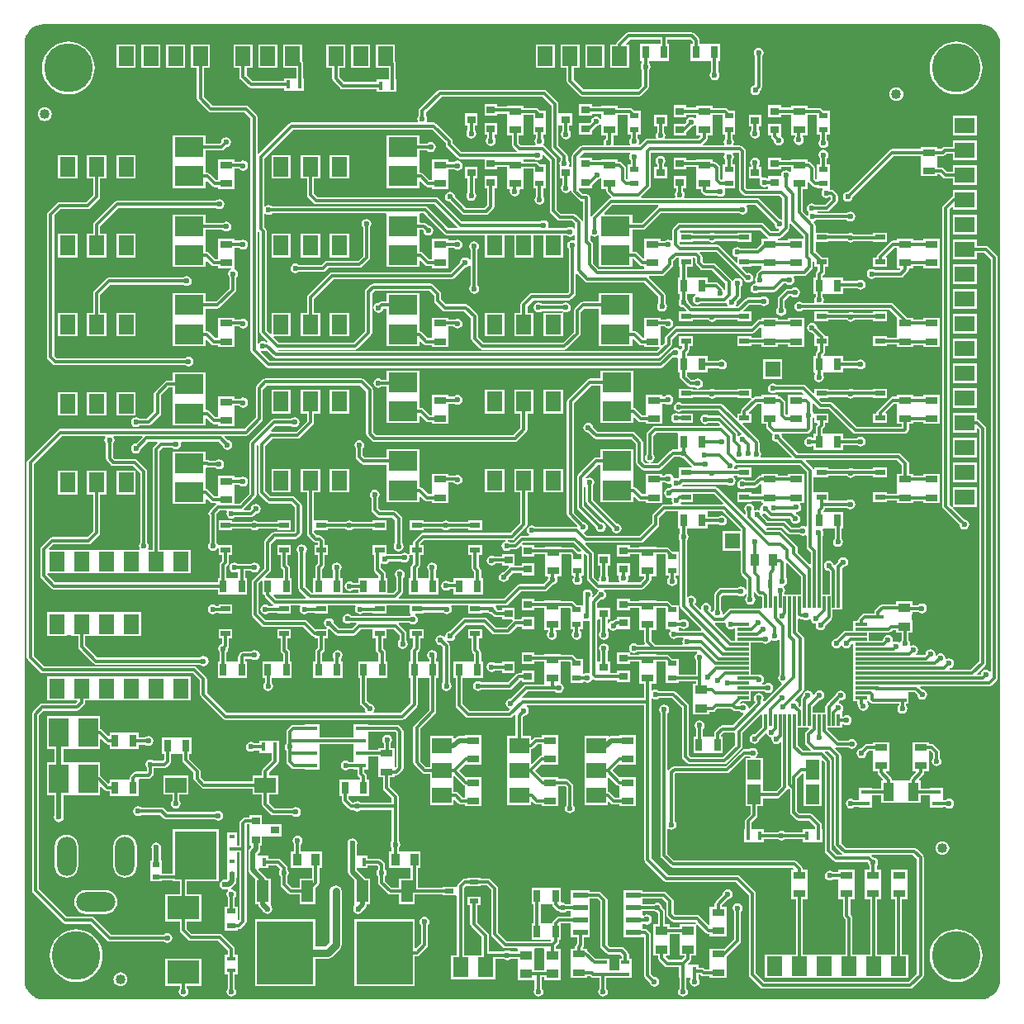
<source format=gtl>
G04*
G04 #@! TF.GenerationSoftware,Altium Limited,CircuitStudio,1.5.2 (30)*
G04*
G04 Layer_Physical_Order=1*
G04 Layer_Color=255*
%FSLAX25Y25*%
%MOIN*%
G70*
G01*
G75*
%ADD10R,0.05512X0.07874*%
%ADD11R,0.04331X0.07480*%
%ADD12R,0.08622X0.06299*%
%ADD13R,0.03740X0.01890*%
%ADD14R,0.03543X0.03150*%
%ADD15R,0.04331X0.01575*%
%ADD16R,0.06102X0.02362*%
%ADD17R,0.02756X0.05118*%
%ADD18R,0.03543X0.02362*%
%ADD19R,0.16811X0.19291*%
%ADD20R,0.02402X0.01614*%
%ADD21R,0.11811X0.07874*%
%ADD22R,0.04724X0.08661*%
%ADD23R,0.22835X0.25197*%
%ADD24R,0.01181X0.04724*%
%ADD25R,0.04724X0.01181*%
%ADD26C,0.04000*%
%ADD27R,0.03150X0.01969*%
%ADD28R,0.12992X0.09449*%
%ADD29R,0.03543X0.05118*%
%ADD30R,0.03543X0.01575*%
%ADD31R,0.03937X0.02362*%
%ADD32R,0.01575X0.03543*%
%ADD33R,0.05118X0.03543*%
%ADD34R,0.07874X0.11811*%
%ADD35R,0.05118X0.02756*%
%ADD36C,0.01181*%
%ADD37C,0.03150*%
%ADD38C,0.01969*%
%ADD39O,0.15748X0.07874*%
%ADD40O,0.07874X0.15748*%
%ADD41C,0.19685*%
%ADD42R,0.06299X0.07874*%
%ADD43R,0.07874X0.06299*%
%ADD44R,0.06299X0.06299*%
%ADD45C,0.02362*%
G36*
X387370Y393587D02*
X388855Y393137D01*
X390223Y392406D01*
X391422Y391422D01*
X392406Y390223D01*
X393137Y388855D01*
X393587Y387370D01*
X393735Y385865D01*
X393701Y385827D01*
X393701D01*
X393739Y7874D01*
X393587Y6330D01*
X393137Y4846D01*
X392406Y3478D01*
X391422Y2279D01*
X390223Y1295D01*
X388855Y564D01*
X387370Y114D01*
X385865Y-35D01*
X385827Y-0D01*
Y-0D01*
X7874Y-38D01*
X6330Y114D01*
X4846Y564D01*
X3478Y1295D01*
X2279Y2279D01*
X1295Y3478D01*
X564Y4846D01*
X114Y6330D01*
X-35Y7836D01*
X-0Y7874D01*
X-0D01*
Y385827D01*
X-0D01*
X-69Y385903D01*
X76Y387370D01*
X526Y388855D01*
X1257Y390223D01*
X2241Y391422D01*
X3440Y392406D01*
X4808Y393137D01*
X6292Y393587D01*
X7340Y393690D01*
X7836Y393701D01*
X7874Y393701D01*
X8189Y393701D01*
X8336Y393701D01*
X8836Y393701D01*
X385827Y393739D01*
X387370Y393587D01*
D02*
G37*
%LPC*%
G36*
X193701Y246063D02*
X185827D01*
Y236614D01*
X193701D01*
Y246063D01*
D02*
G37*
G36*
X131102D02*
X123228D01*
Y236614D01*
X131102D01*
Y246063D01*
D02*
G37*
G36*
X107480D02*
X99606D01*
Y236614D01*
X107480D01*
Y246063D01*
D02*
G37*
G36*
X217323D02*
X209449D01*
Y236614D01*
X217323D01*
Y246063D01*
D02*
G37*
G36*
X384252Y256693D02*
X374803D01*
Y248819D01*
X384252D01*
Y256693D01*
D02*
G37*
G36*
X73228Y253150D02*
X59842D01*
Y249830D01*
X57579D01*
X57041Y249723D01*
X56585Y249419D01*
X52648Y245482D01*
X52344Y245026D01*
X52237Y244488D01*
Y237295D01*
X49418Y234476D01*
X46409D01*
X46400Y234490D01*
X45748Y234925D01*
X44980Y235078D01*
X44212Y234925D01*
X43561Y234490D01*
X43126Y233839D01*
X42973Y233071D01*
X43126Y232303D01*
X43561Y231652D01*
X44212Y231217D01*
X44980Y231064D01*
X45748Y231217D01*
X46400Y231652D01*
X46409Y231666D01*
X50000D01*
X50538Y231773D01*
X50994Y232077D01*
X54635Y235719D01*
X54940Y236175D01*
X55047Y236713D01*
Y243906D01*
X58161Y247020D01*
X59842D01*
Y243701D01*
Y241339D01*
Y231890D01*
X73228D01*
Y234368D01*
X73690Y234559D01*
X75581Y232668D01*
X76037Y232363D01*
X76575Y232257D01*
X78150D01*
Y231496D01*
X84842D01*
Y235827D01*
Y238976D01*
Y239737D01*
X86629D01*
X86770Y239526D01*
X87421Y239091D01*
X88189Y238938D01*
X88957Y239091D01*
X89608Y239526D01*
X90043Y240177D01*
X90196Y240945D01*
X90043Y241713D01*
X89608Y242364D01*
X88957Y242799D01*
X88189Y242952D01*
X87421Y242799D01*
X87043Y242547D01*
X84842D01*
Y243307D01*
X78150D01*
Y238976D01*
Y235827D01*
Y235066D01*
X77157D01*
X74616Y237608D01*
X74160Y237912D01*
X73622Y238019D01*
X73228D01*
Y241339D01*
Y243701D01*
Y253150D01*
D02*
G37*
G36*
X384252Y246693D02*
X374803D01*
Y238819D01*
X384252D01*
Y246693D01*
D02*
G37*
G36*
X245669Y253937D02*
X232283D01*
Y250618D01*
X228150D01*
X227612Y250511D01*
X227156Y250206D01*
X219282Y242332D01*
X218978Y241876D01*
X218871Y241339D01*
Y195965D01*
X218978Y195427D01*
X219282Y194971D01*
X223026Y191227D01*
X222780Y190766D01*
X222736Y190775D01*
X206153D01*
X206144Y190789D01*
X205492Y191224D01*
X204724Y191377D01*
X203956Y191224D01*
X203305Y190789D01*
X202870Y190138D01*
X202717Y189370D01*
X202870Y188602D01*
X203305Y187951D01*
X203633Y187732D01*
X203482Y187232D01*
X200787D01*
X200250Y187125D01*
X199794Y186820D01*
X197450Y184476D01*
X196015D01*
X196006Y184490D01*
X195355Y184925D01*
X194956Y185004D01*
X195005Y185504D01*
X196752D01*
X197290Y185611D01*
X197745Y185916D01*
X202568Y190739D01*
X202873Y191195D01*
X202980Y191732D01*
Y204724D01*
X205512D01*
Y214173D01*
X197638D01*
Y204724D01*
X200170D01*
Y192314D01*
X196170Y188314D01*
X160630D01*
X160092Y188207D01*
X159636Y187903D01*
X157274Y185541D01*
X156970Y185085D01*
X156863Y184547D01*
Y183465D01*
X155512D01*
Y180032D01*
X155511Y180018D01*
X155012Y179581D01*
X154923Y179591D01*
X154880Y179595D01*
X154766Y179766D01*
X154114Y180201D01*
X153347Y180353D01*
X152578Y180201D01*
X151927Y179766D01*
X151918Y179751D01*
X146063D01*
Y183465D01*
X140551D01*
Y179527D01*
X141016D01*
Y173524D01*
X141123Y172986D01*
X141428Y172530D01*
X142886Y171072D01*
Y170276D01*
X134646D01*
Y168236D01*
X132630D01*
X132620Y168250D01*
X131969Y168685D01*
X131201Y168838D01*
X130433Y168685D01*
X129782Y168250D01*
X129347Y167599D01*
X129194Y166831D01*
X129347Y166063D01*
X129782Y165411D01*
X130433Y164976D01*
X131201Y164824D01*
X131969Y164976D01*
X132620Y165411D01*
X132630Y165426D01*
X134646D01*
Y164102D01*
X128347D01*
Y170276D01*
X127389D01*
Y172981D01*
X127403Y172990D01*
X127839Y173641D01*
X127991Y174409D01*
X127839Y175178D01*
X127403Y175829D01*
X126752Y176264D01*
X125984Y176417D01*
X125216Y176264D01*
X124565Y175829D01*
X124130Y175178D01*
X123977Y174409D01*
X124130Y173641D01*
X124565Y172990D01*
X124579Y172981D01*
Y170276D01*
X120106D01*
Y173926D01*
X120678Y174499D01*
X120983Y174954D01*
X121090Y175492D01*
Y179527D01*
X122441D01*
Y183465D01*
X121090D01*
Y185236D01*
X120983Y185774D01*
X120678Y186230D01*
X119990Y186919D01*
X119534Y187223D01*
X118996Y187330D01*
X118003D01*
X116759Y188574D01*
Y189098D01*
X116929Y189527D01*
X117259Y189527D01*
X122441D01*
Y190091D01*
X129568D01*
X129683Y189919D01*
X130334Y189484D01*
X131102Y189331D01*
X131870Y189484D01*
X132522Y189919D01*
X132636Y190091D01*
X140551D01*
Y189527D01*
X146063D01*
Y193465D01*
X140551D01*
Y192901D01*
X132307D01*
X131870Y193193D01*
X131102Y193346D01*
X130334Y193193D01*
X129897Y192901D01*
X122441D01*
Y193465D01*
X117259D01*
X116929Y193465D01*
X116759Y193894D01*
D01*
Y204724D01*
X119291D01*
Y214173D01*
X111417D01*
Y204724D01*
X113949D01*
Y187992D01*
X114056Y187454D01*
X114361Y186999D01*
X116428Y184932D01*
X116884Y184627D01*
X117421Y184520D01*
X118280D01*
Y183465D01*
X116929D01*
Y179527D01*
X118280D01*
Y176074D01*
X117707Y175501D01*
X117403Y175046D01*
X117296Y174508D01*
Y170276D01*
X116535D01*
Y164102D01*
X115838D01*
X113314Y166625D01*
Y180264D01*
X113329Y180274D01*
X113764Y180925D01*
X113917Y181693D01*
X113764Y182461D01*
X113329Y183112D01*
X112678Y183547D01*
X111909Y183700D01*
X111141Y183547D01*
X110490Y183112D01*
X110055Y182461D01*
X109902Y181693D01*
X110055Y180925D01*
X110490Y180274D01*
X110504Y180264D01*
Y166043D01*
X110611Y165506D01*
X110916Y165050D01*
X113567Y162398D01*
X113376Y161936D01*
X101665D01*
X100518Y163083D01*
X100725Y163583D01*
X103543D01*
Y163583D01*
X107874D01*
Y170276D01*
X107114D01*
Y174114D01*
X107007Y174652D01*
X106702Y175108D01*
X106129Y175680D01*
Y179527D01*
X107480D01*
Y183465D01*
X101969D01*
Y179527D01*
X103320D01*
Y175098D01*
X103427Y174561D01*
X103731Y174105D01*
X104304Y173532D01*
Y170276D01*
X97424D01*
X97232Y170738D01*
X99025Y172530D01*
X99330Y172986D01*
X99436Y173524D01*
Y183867D01*
X101468Y185898D01*
X109350D01*
X109888Y186005D01*
X110344Y186310D01*
X111525Y187491D01*
X111829Y187947D01*
X111936Y188484D01*
Y199311D01*
X111829Y199849D01*
X111525Y200305D01*
X109163Y202667D01*
X108707Y202971D01*
X108169Y203078D01*
X99401D01*
X97074Y205405D01*
Y223434D01*
X100090Y226449D01*
X110236D01*
X110774Y226556D01*
X111230Y226861D01*
X116348Y231979D01*
X116652Y232435D01*
X116759Y232973D01*
Y236614D01*
X119291D01*
Y246063D01*
X111417D01*
Y236614D01*
X113949D01*
Y233554D01*
X109654Y229259D01*
X99670D01*
X99454Y229682D01*
X99446Y229743D01*
X101271Y231568D01*
X107528D01*
X107537Y231553D01*
X108189Y231118D01*
X108957Y230965D01*
X109725Y231118D01*
X110376Y231553D01*
X110811Y232204D01*
X110964Y232972D01*
X110811Y233740D01*
X110376Y234392D01*
X109725Y234827D01*
X108957Y234980D01*
X108189Y234827D01*
X107537Y234392D01*
X107528Y234377D01*
X100689D01*
X100151Y234270D01*
X99695Y233966D01*
X91231Y225501D01*
X90926Y225045D01*
X90820Y224508D01*
Y204224D01*
X86721Y200125D01*
X84842D01*
Y203937D01*
Y207087D01*
Y207847D01*
X86629D01*
X86770Y207636D01*
X87421Y207201D01*
X88189Y207048D01*
X88957Y207201D01*
X89608Y207636D01*
X90043Y208287D01*
X90196Y209055D01*
X90043Y209823D01*
X89608Y210474D01*
X88957Y210909D01*
X88189Y211062D01*
X87421Y210909D01*
X87043Y210657D01*
X84842D01*
Y211417D01*
X78150D01*
Y207087D01*
Y203937D01*
Y203177D01*
X76566D01*
X74025Y205718D01*
X73569Y206022D01*
X73228Y206090D01*
Y209449D01*
Y211811D01*
Y214513D01*
X73580Y214702D01*
X73728Y214735D01*
X74213Y214638D01*
X77115D01*
X77124Y214624D01*
X77775Y214189D01*
X78543Y214036D01*
X79311Y214189D01*
X79962Y214624D01*
X80398Y215275D01*
X80550Y216043D01*
X80398Y216811D01*
X79962Y217462D01*
X79311Y217898D01*
X78543Y218050D01*
X77775Y217898D01*
X77124Y217462D01*
X77115Y217448D01*
X74795D01*
X74714Y217529D01*
X74258Y217833D01*
X73721Y217940D01*
X73228D01*
Y221260D01*
X59842D01*
Y211811D01*
Y209449D01*
Y200000D01*
X73228D01*
Y201887D01*
X73690Y202079D01*
X74991Y200778D01*
X75447Y200474D01*
X75984Y200367D01*
X77233D01*
X77385Y199867D01*
X77156Y199714D01*
X74597Y197155D01*
X74293Y196699D01*
X74186Y196161D01*
X74293Y195624D01*
X74597Y195168D01*
X74678Y195087D01*
Y184500D01*
X74664Y184490D01*
X74228Y183839D01*
X74076Y183071D01*
X74228Y182303D01*
X74664Y181652D01*
X75315Y181217D01*
X76083Y181064D01*
X76851Y181217D01*
X77502Y181652D01*
X77846Y182167D01*
X78347Y182016D01*
Y179527D01*
X79698D01*
Y177058D01*
X79125Y176486D01*
X78820Y176030D01*
X78713Y175492D01*
Y170276D01*
X77953D01*
Y168334D01*
X12393D01*
X9180Y171547D01*
X9318Y172047D01*
X66929D01*
Y181496D01*
X54397D01*
Y221406D01*
X55700Y222709D01*
X59693D01*
X59703Y222695D01*
X60354Y222260D01*
X61122Y222107D01*
X61890Y222260D01*
X62541Y222695D01*
X62976Y223346D01*
X63129Y224114D01*
X62999Y224768D01*
X63274Y225268D01*
X78453D01*
X79886Y223836D01*
X79883Y223819D01*
X80036Y223051D01*
X80471Y222400D01*
X81122Y221965D01*
X81890Y221812D01*
X82658Y221965D01*
X83309Y222400D01*
X83744Y223051D01*
X83897Y223819D01*
X83744Y224587D01*
X83309Y225238D01*
X82658Y225673D01*
X81890Y225826D01*
X81873Y225823D01*
X80625Y227070D01*
X80817Y227532D01*
X89272D01*
X89809Y227639D01*
X90265Y227944D01*
X95679Y233357D01*
X95983Y233813D01*
X96090Y234350D01*
Y246268D01*
X97728Y247906D01*
X135343D01*
X137867Y245383D01*
Y228445D01*
X137974Y227907D01*
X138278Y227451D01*
X140247Y225483D01*
X140702Y225178D01*
X141240Y225071D01*
X197933D01*
X198471Y225178D01*
X198926Y225483D01*
X202568Y229125D01*
X202873Y229580D01*
X202980Y230118D01*
Y236614D01*
X205512D01*
Y246063D01*
X197638D01*
Y236614D01*
X200170D01*
Y230700D01*
X197351Y227881D01*
X141822D01*
X140677Y229027D01*
Y245965D01*
X140570Y246502D01*
X140265Y246958D01*
X136919Y250305D01*
X136463Y250609D01*
X135925Y250716D01*
X97146D01*
X96608Y250609D01*
X96152Y250305D01*
X93692Y247844D01*
X93387Y247388D01*
X93280Y246850D01*
Y234932D01*
X88690Y230342D01*
X14370D01*
X13832Y230235D01*
X13377Y229930D01*
X1270Y217824D01*
X966Y217368D01*
X859Y216831D01*
Y138189D01*
X966Y137651D01*
X1270Y137196D01*
X6388Y132077D01*
X6844Y131773D01*
X7382Y131666D01*
X67922D01*
X70839Y128749D01*
Y123228D01*
X70946Y122691D01*
X71251Y122235D01*
X80207Y113278D01*
X80663Y112974D01*
X81201Y112867D01*
X152461D01*
X152998Y112974D01*
X153454Y113278D01*
X158277Y118101D01*
X158581Y118557D01*
X158688Y119095D01*
Y129724D01*
X163359D01*
Y116920D01*
X157274Y110836D01*
X156970Y110380D01*
X156863Y109843D01*
Y95669D01*
X156970Y95132D01*
X157274Y94676D01*
X160581Y91369D01*
X161037Y91064D01*
X161575Y90957D01*
X163780D01*
Y88425D01*
Y86299D01*
Y78425D01*
X173228D01*
Y80377D01*
X173728Y80584D01*
X175188Y79125D01*
X175643Y78820D01*
X176181Y78713D01*
X177756D01*
Y77953D01*
X184449D01*
Y82284D01*
Y85433D01*
Y89764D01*
X178050D01*
X175452Y92362D01*
X177971Y94882D01*
X184449D01*
Y99213D01*
Y102362D01*
Y106693D01*
X177756D01*
Y106334D01*
X175394D01*
X174702Y106196D01*
X174116Y105805D01*
X173690Y105379D01*
X173228Y105570D01*
Y106299D01*
X163780D01*
Y98425D01*
Y96251D01*
Y93767D01*
X162157D01*
X159673Y96251D01*
Y109261D01*
X165757Y115345D01*
X166062Y115801D01*
X166169Y116339D01*
Y129724D01*
X166929D01*
Y136417D01*
X166169D01*
Y137830D01*
X166421Y138208D01*
X166574Y138976D01*
X166421Y139744D01*
X165986Y140396D01*
X165335Y140831D01*
X164567Y140983D01*
X163799Y140831D01*
X163148Y140396D01*
X162713Y139744D01*
X162560Y138976D01*
X162713Y138208D01*
X163148Y137557D01*
X163359Y137416D01*
Y136417D01*
X158688D01*
Y140264D01*
X159261Y140837D01*
X159566Y141293D01*
X159673Y141831D01*
Y145669D01*
X161024D01*
Y149606D01*
X155512D01*
Y145669D01*
X156863D01*
Y142413D01*
X156290Y141840D01*
X155985Y141384D01*
X155878Y140847D01*
Y136417D01*
X155118D01*
Y129724D01*
X155878D01*
Y119676D01*
X151879Y115677D01*
X141140D01*
X140873Y116177D01*
X141126Y116555D01*
X141279Y117323D01*
X141126Y118091D01*
X140691Y118742D01*
X140040Y119177D01*
X139272Y119330D01*
X139255Y119326D01*
X138216Y120365D01*
Y129724D01*
X146457D01*
Y136417D01*
X145696D01*
Y139961D01*
X145589Y140498D01*
X145285Y140954D01*
X144712Y141527D01*
Y145669D01*
X146063D01*
Y149284D01*
X149221D01*
X151252Y147253D01*
Y145031D01*
X151238Y145022D01*
X150803Y144370D01*
X150650Y143602D01*
X150803Y142834D01*
X151238Y142183D01*
X151889Y141748D01*
X152657Y141595D01*
X153426Y141748D01*
X154077Y142183D01*
X154512Y142834D01*
X154665Y143602D01*
X154512Y144370D01*
X154077Y145022D01*
X154062Y145031D01*
Y147835D01*
X153955Y148372D01*
X153651Y148828D01*
X150939Y151540D01*
X151141Y152040D01*
X155363D01*
X155372Y152026D01*
X156023Y151591D01*
X156791Y151438D01*
X157559Y151591D01*
X158211Y152026D01*
X158646Y152677D01*
X158798Y153445D01*
X158646Y154213D01*
X158211Y154864D01*
X157754Y155169D01*
X157905Y155669D01*
X161024D01*
Y156233D01*
X168939D01*
X169053Y156061D01*
X169704Y155626D01*
X170472Y155473D01*
X171240Y155626D01*
X171892Y156061D01*
X172327Y156712D01*
X172479Y157480D01*
X172327Y158248D01*
X172074Y158626D01*
X172341Y159126D01*
X179134D01*
Y155669D01*
X184646D01*
Y156233D01*
X187049D01*
X187163Y156061D01*
X187815Y155626D01*
X188583Y155473D01*
X188600Y155477D01*
X189361Y154715D01*
X189817Y154411D01*
X190354Y154304D01*
X192717D01*
Y153346D01*
X196838D01*
X196872Y153302D01*
X197021Y152846D01*
X194398Y150224D01*
X190247D01*
X186820Y153651D01*
X186364Y153955D01*
X185827Y154062D01*
X177854D01*
X177317Y153955D01*
X176861Y153651D01*
X171867Y148657D01*
X171850Y148661D01*
X171082Y148508D01*
X170431Y148073D01*
X169996Y147422D01*
X169843Y146653D01*
X169849Y146625D01*
X169378Y146430D01*
X169333Y146498D01*
X168682Y146933D01*
X167913Y147086D01*
X167145Y146933D01*
X166494Y146498D01*
X166059Y145847D01*
X165906Y145079D01*
X166059Y144311D01*
X166494Y143659D01*
X167145Y143225D01*
X167913Y143072D01*
X167930Y143075D01*
X168871Y142135D01*
Y128004D01*
X168856Y127994D01*
X168421Y127343D01*
X168269Y126575D01*
X168421Y125807D01*
X168856Y125156D01*
X169508Y124721D01*
X170276Y124568D01*
X171044Y124721D01*
X171695Y125156D01*
X172130Y125807D01*
X172283Y126575D01*
X172130Y127343D01*
X171695Y127994D01*
X171680Y128004D01*
Y142717D01*
X171574Y143254D01*
X171269Y143710D01*
X170175Y144804D01*
X170493Y145193D01*
X171082Y144799D01*
X171850Y144647D01*
X172618Y144799D01*
X173270Y145234D01*
X173705Y145886D01*
X173857Y146653D01*
X173854Y146670D01*
X178436Y151252D01*
X185245D01*
X188672Y147826D01*
X189128Y147521D01*
X189665Y147414D01*
X194980D01*
X195518Y147521D01*
X195974Y147826D01*
X198712Y150564D01*
X200591D01*
Y149606D01*
X205709D01*
Y154331D01*
X200591D01*
Y153727D01*
X200237Y153373D01*
X198335D01*
X198262D01*
X198130Y153373D01*
X198130Y153373D01*
X197835Y153824D01*
Y158071D01*
X192717D01*
Y157114D01*
X190936D01*
X190586Y157464D01*
X190590Y157480D01*
X190437Y158248D01*
X190184Y158626D01*
X190452Y159126D01*
X194193D01*
X194731Y159233D01*
X195186Y159538D01*
X200483Y164835D01*
X209941D01*
X210479Y164942D01*
X210934Y165247D01*
X213172Y167484D01*
X213189Y167481D01*
X213957Y167634D01*
X214608Y168069D01*
X215043Y168720D01*
X215196Y169488D01*
X215043Y170256D01*
X214930Y170425D01*
X215166Y170866D01*
X216732D01*
Y175197D01*
Y178346D01*
Y179697D01*
X220481D01*
X220669Y179509D01*
Y176969D01*
Y175000D01*
Y171063D01*
X221489D01*
X221518Y171031D01*
X221710Y170563D01*
X221374Y170059D01*
X221221Y169291D01*
X221374Y168523D01*
X221809Y167872D01*
X222460Y167437D01*
X223228Y167284D01*
X223996Y167437D01*
X224648Y167872D01*
X225083Y168523D01*
X225235Y169291D01*
X225083Y170059D01*
X224746Y170563D01*
X224938Y171031D01*
X224968Y171063D01*
X225787D01*
Y175000D01*
Y176969D01*
Y179643D01*
X226249Y179835D01*
X226941Y179142D01*
Y169980D01*
X227048Y169443D01*
X227353Y168987D01*
X230404Y165936D01*
X230860Y165631D01*
X231398Y165524D01*
X231533D01*
X231684Y165024D01*
X231356Y164805D01*
X230921Y164154D01*
X230837Y163729D01*
X229311Y162204D01*
X228923Y162522D01*
X229118Y162815D01*
X229271Y163583D01*
X229118Y164351D01*
X228683Y165002D01*
X228032Y165437D01*
X227264Y165590D01*
X226496Y165437D01*
X225845Y165002D01*
X225410Y164351D01*
X225257Y163583D01*
X225410Y162815D01*
X225564Y162584D01*
Y159682D01*
X225394Y159252D01*
X222853D01*
X221663Y160442D01*
X221207Y160747D01*
X220669Y160854D01*
X216339D01*
Y161024D01*
X209646D01*
Y160854D01*
X205709D01*
Y161811D01*
X200591D01*
Y157087D01*
X205709D01*
Y158044D01*
X209646D01*
Y156693D01*
Y153543D01*
Y149213D01*
X211489D01*
Y148673D01*
X211474Y148663D01*
X211039Y148012D01*
X210887Y147244D01*
X211039Y146476D01*
X211474Y145825D01*
X212126Y145390D01*
X212894Y145237D01*
X213662Y145390D01*
X214313Y145825D01*
X214748Y146476D01*
X214901Y147244D01*
X214748Y148012D01*
X214313Y148663D01*
X214299Y148673D01*
Y149213D01*
X216339D01*
Y153543D01*
Y156693D01*
Y158044D01*
X220087D01*
X220276Y157856D01*
Y155315D01*
Y153347D01*
Y149409D01*
X221430D01*
Y148673D01*
X221415Y148663D01*
X220980Y148012D01*
X220828Y147244D01*
X220980Y146476D01*
X221415Y145825D01*
X222067Y145390D01*
X222835Y145237D01*
X223603Y145390D01*
X224254Y145825D01*
X224689Y146476D01*
X224842Y147244D01*
X224689Y148012D01*
X224254Y148663D01*
X224240Y148673D01*
Y149409D01*
X225394D01*
Y152649D01*
X225835Y152885D01*
X226004Y152772D01*
X226772Y152619D01*
X227540Y152772D01*
X227721Y152893D01*
X228221Y152626D01*
Y132139D01*
X227721Y131818D01*
X227165Y131928D01*
X226397Y131775D01*
X225894Y131439D01*
X225426Y131631D01*
X225394Y131660D01*
Y131693D01*
Y133661D01*
Y137598D01*
X222853D01*
X221663Y138789D01*
X221207Y139093D01*
X220669Y139200D01*
X216339D01*
Y139370D01*
X209646D01*
Y139200D01*
X205709D01*
Y140157D01*
X200591D01*
Y135433D01*
X205709D01*
Y136390D01*
X209646D01*
Y135039D01*
Y131890D01*
Y127559D01*
X209324Y127192D01*
X202461D01*
X201923Y127085D01*
X201467Y126781D01*
X196178Y121492D01*
X196161Y121495D01*
X195393Y121343D01*
X194742Y120907D01*
X194307Y120256D01*
X194154Y119488D01*
X194307Y118720D01*
X194742Y118069D01*
X195393Y117634D01*
X195688Y117575D01*
X195853Y117033D01*
X195284Y116464D01*
X179617D01*
X176799Y119283D01*
Y129724D01*
X185039D01*
Y136417D01*
X184279D01*
Y140059D01*
X184172Y140597D01*
X183868Y141052D01*
X183295Y141625D01*
Y145669D01*
X184646D01*
Y149606D01*
X179134D01*
Y145669D01*
X180485D01*
Y141043D01*
X180592Y140506D01*
X180896Y140050D01*
X181469Y139477D01*
Y136417D01*
X173228D01*
Y129724D01*
X173989D01*
Y118701D01*
X174096Y118163D01*
X174400Y117707D01*
X178042Y114066D01*
X178498Y113761D01*
X179035Y113654D01*
X195866D01*
X196404Y113761D01*
X196860Y114066D01*
X197774Y114980D01*
X198234Y114733D01*
X198201Y114567D01*
Y106299D01*
X194882D01*
Y98425D01*
Y96299D01*
Y88425D01*
Y86299D01*
Y78425D01*
X204331D01*
Y80037D01*
X204793Y80228D01*
X205896Y79125D01*
X206352Y78820D01*
X206890Y78713D01*
X208858D01*
Y77953D01*
X215551D01*
Y82284D01*
Y85433D01*
Y86194D01*
X218119D01*
X218674Y85638D01*
Y78594D01*
X218659Y78585D01*
X218224Y77933D01*
X218072Y77165D01*
X218224Y76397D01*
X218659Y75746D01*
X219311Y75311D01*
X220079Y75158D01*
X220847Y75311D01*
X221498Y75746D01*
X221933Y76397D01*
X222086Y77165D01*
X221933Y77933D01*
X221498Y78585D01*
X221484Y78594D01*
Y86221D01*
X221377Y86758D01*
X221072Y87214D01*
X219694Y88592D01*
X219238Y88896D01*
X218701Y89003D01*
X215551D01*
Y89764D01*
X208858D01*
X208858Y89764D01*
Y89764D01*
X208485Y90038D01*
X206160Y92362D01*
X208453Y94656D01*
X208858Y94882D01*
Y94882D01*
X208858Y94882D01*
X215551D01*
Y99213D01*
Y102362D01*
Y106693D01*
X208858D01*
Y105932D01*
X206496D01*
X205958Y105826D01*
X205503Y105521D01*
X204793Y104811D01*
X204331Y105002D01*
Y106299D01*
X201011D01*
Y113985D01*
X201558Y114532D01*
X201575Y114528D01*
X202343Y114681D01*
X202994Y115116D01*
X203429Y115767D01*
X203582Y116535D01*
X203429Y117304D01*
X202994Y117955D01*
X202371Y118371D01*
X202366Y118407D01*
X202606Y118871D01*
X250170D01*
Y56398D01*
X250277Y55860D01*
X250581Y55404D01*
X258160Y47826D01*
X258616Y47521D01*
X259154Y47414D01*
X287115D01*
X292296Y42233D01*
Y10138D01*
X292403Y9600D01*
X292707Y9144D01*
X297038Y4814D01*
X297494Y4509D01*
X298031Y4402D01*
X357579D01*
X358116Y4509D01*
X358572Y4814D01*
X362608Y8849D01*
X362912Y9305D01*
X363019Y9843D01*
Y57382D01*
X362912Y57920D01*
X362608Y58375D01*
X360147Y60836D01*
X359691Y61141D01*
X359154Y61247D01*
X331586D01*
X329653Y63180D01*
Y98327D01*
X329546Y98864D01*
X329241Y99320D01*
X327103Y101459D01*
X327415Y101852D01*
X327953Y101745D01*
X332528D01*
X332538Y101730D01*
X333189Y101295D01*
X333957Y101143D01*
X334725Y101295D01*
X335376Y101730D01*
X335811Y102382D01*
X335964Y103150D01*
X335811Y103918D01*
X335376Y104569D01*
X334725Y105004D01*
X333957Y105157D01*
X333189Y105004D01*
X332538Y104569D01*
X332528Y104555D01*
X328535D01*
X325403Y107686D01*
X325403Y107686D01*
X324043Y109047D01*
Y109646D01*
X329921D01*
Y111390D01*
X330461D01*
X330471Y111376D01*
X331122Y110941D01*
X331890Y110788D01*
X332658Y110941D01*
X333309Y111376D01*
X333744Y112027D01*
X333897Y112795D01*
X333744Y113563D01*
X333309Y114215D01*
X332658Y114650D01*
X331890Y114802D01*
X331122Y114650D01*
X330471Y114215D01*
X330461Y114200D01*
X329921D01*
Y115945D01*
X329921Y115945D01*
X329954Y116431D01*
X330299Y116948D01*
X330452Y117717D01*
X330299Y118485D01*
X329864Y119136D01*
X329213Y119571D01*
X328836Y119646D01*
X328671Y120188D01*
X329166Y120683D01*
X329429Y120631D01*
X330197Y120783D01*
X330848Y121219D01*
X331283Y121870D01*
X331436Y122638D01*
X331283Y123406D01*
X330848Y124057D01*
X330197Y124492D01*
X329429Y124645D01*
X328661Y124492D01*
X328010Y124057D01*
X327575Y123406D01*
X327490Y122981D01*
X323613Y119104D01*
X323308Y118648D01*
X323201Y118110D01*
Y115945D01*
X318137D01*
Y118119D01*
X320849Y120831D01*
X320866Y120828D01*
X321634Y120980D01*
X322285Y121415D01*
X322720Y122067D01*
X322873Y122835D01*
X322720Y123603D01*
X322285Y124254D01*
X321634Y124689D01*
X320866Y124842D01*
X320098Y124689D01*
X319447Y124254D01*
X319012Y123603D01*
X318914Y123110D01*
X318707Y122986D01*
X318148Y123233D01*
X318094Y123504D01*
X317659Y124155D01*
X317008Y124591D01*
X316240Y124743D01*
X315472Y124591D01*
X314821Y124155D01*
X314386Y123504D01*
X314233Y122736D01*
X314236Y122719D01*
X313770Y122253D01*
X313466Y121798D01*
X313359Y121260D01*
Y118415D01*
X312897Y118224D01*
X312535Y118586D01*
X312539Y118602D01*
X312386Y119370D01*
X311951Y120022D01*
X311300Y120457D01*
X311099Y120496D01*
X310954Y120975D01*
X314182Y124203D01*
X314487Y124659D01*
X314594Y125197D01*
Y145866D01*
X314487Y146404D01*
X314182Y146860D01*
X312232Y148810D01*
Y153532D01*
X312732Y153799D01*
X312848Y153722D01*
X313386Y153615D01*
X313926D01*
X313935Y153601D01*
X314586Y153165D01*
X315354Y153013D01*
X316122Y153165D01*
X316774Y153601D01*
X316796Y153634D01*
X317326Y153528D01*
X317437Y152972D01*
X317872Y152321D01*
X318523Y151886D01*
X319039Y151783D01*
X319291Y151733D01*
X319403Y151245D01*
X319351Y150984D01*
X319504Y150216D01*
X319939Y149565D01*
X320590Y149130D01*
X321358Y148977D01*
X322126Y149130D01*
X322778Y149565D01*
X323213Y150216D01*
X323365Y150984D01*
X323346Y151083D01*
X325600Y153337D01*
X325904Y153793D01*
X326011Y154331D01*
Y157283D01*
X329921D01*
Y160297D01*
X329948Y160433D01*
Y174123D01*
X330397Y174571D01*
X330413Y174568D01*
X331182Y174721D01*
X331833Y175156D01*
X332268Y175807D01*
X332420Y176575D01*
X332268Y177343D01*
X331833Y177994D01*
X331182Y178429D01*
X330413Y178582D01*
X329645Y178429D01*
X328994Y177994D01*
X328559Y177343D01*
X328406Y176575D01*
X328410Y176558D01*
X327550Y175698D01*
X327245Y175242D01*
X326755Y175339D01*
X326538Y175478D01*
X326461Y175866D01*
X326026Y176518D01*
X325374Y176953D01*
X324606Y177105D01*
X323838Y176953D01*
X323187Y176518D01*
X322752Y175866D01*
X322599Y175098D01*
X322752Y174330D01*
X323187Y173679D01*
X323838Y173244D01*
X324606Y173091D01*
X324623Y173095D01*
X325170Y172548D01*
Y163583D01*
X322074D01*
Y186994D01*
X322425Y187519D01*
X322578Y188287D01*
X322425Y189056D01*
X322154Y189461D01*
X322422Y189961D01*
X326941D01*
Y186074D01*
X326927Y186065D01*
X326492Y185414D01*
X326339Y184646D01*
X326492Y183878D01*
X326927Y183227D01*
X327578Y182791D01*
X328346Y182639D01*
X329115Y182791D01*
X329766Y183227D01*
X330201Y183878D01*
X330353Y184646D01*
X330201Y185414D01*
X329766Y186065D01*
X329751Y186074D01*
Y189961D01*
X330315D01*
Y196653D01*
X325984D01*
X325787Y196457D01*
X325590Y196653D01*
X322478D01*
X322270Y197153D01*
X322647Y197530D01*
X322952Y197986D01*
X323053Y198497D01*
X331839D01*
X331849Y198482D01*
X332500Y198047D01*
X333268Y197895D01*
X334036Y198047D01*
X334687Y198482D01*
X335122Y199134D01*
X335275Y199902D01*
X335122Y200670D01*
X334687Y201321D01*
X334036Y201756D01*
X333268Y201909D01*
X332500Y201756D01*
X331849Y201321D01*
X331839Y201307D01*
X324409D01*
Y204724D01*
X318898D01*
Y204724D01*
X318432Y204809D01*
Y210703D01*
X318898Y210787D01*
X318933Y210787D01*
X324409D01*
Y211351D01*
X331931D01*
X332045Y211179D01*
X332697Y210744D01*
X333465Y210591D01*
X334233Y210744D01*
X334884Y211179D01*
X334998Y211351D01*
X342520D01*
Y210787D01*
X348031D01*
Y214724D01*
X342520D01*
Y214161D01*
X334669D01*
X334233Y214453D01*
X333465Y214605D01*
X332697Y214453D01*
X332260Y214161D01*
X324409D01*
Y214724D01*
X318898D01*
Y213807D01*
X318398Y213758D01*
X318326Y214120D01*
X318021Y214576D01*
X315271Y217326D01*
X315462Y217788D01*
X352174D01*
X354107Y215855D01*
Y212205D01*
X352165D01*
Y207874D01*
Y204724D01*
Y204161D01*
X348031D01*
Y204724D01*
X342520D01*
Y200787D01*
X348031D01*
Y201351D01*
X352165D01*
Y200394D01*
X358858D01*
Y201154D01*
X362795D01*
Y200394D01*
X369488D01*
Y204724D01*
Y207874D01*
Y212205D01*
X362795D01*
Y211444D01*
X358858D01*
Y212205D01*
X356917D01*
Y216437D01*
X356810Y216975D01*
X356505Y217430D01*
X353749Y220186D01*
X353294Y220491D01*
X352756Y220598D01*
X312098D01*
X305744Y226952D01*
X305747Y226969D01*
X305594Y227737D01*
X305500Y227878D01*
X305735Y228320D01*
X315846D01*
X316384Y228426D01*
X316840Y228731D01*
X317529Y229420D01*
X317833Y229876D01*
X317940Y230413D01*
Y234496D01*
X317955Y234506D01*
X318390Y235157D01*
X318398Y235197D01*
X318898Y235148D01*
Y232677D01*
X319747D01*
X319954Y232177D01*
X319676Y231899D01*
X319371Y231443D01*
X319264Y230906D01*
Y228543D01*
X318504D01*
Y226838D01*
X318472Y226808D01*
X318004Y226616D01*
X317500Y226953D01*
X316732Y227105D01*
X315964Y226953D01*
X315313Y226518D01*
X314878Y225867D01*
X314725Y225098D01*
X314878Y224330D01*
X315313Y223679D01*
X315964Y223244D01*
X316732Y223091D01*
X317500Y223244D01*
X318004Y223581D01*
X318472Y223389D01*
X318504Y223359D01*
Y221850D01*
X330315D01*
Y223792D01*
X335973D01*
X335982Y223778D01*
X336633Y223343D01*
X337402Y223190D01*
X338170Y223343D01*
X338821Y223778D01*
X339256Y224429D01*
X339409Y225197D01*
X339256Y225965D01*
X338821Y226616D01*
X338170Y227051D01*
X337402Y227204D01*
X336633Y227051D01*
X335982Y226616D01*
X335973Y226602D01*
X330315D01*
Y228543D01*
X322074D01*
Y230324D01*
X322647Y230896D01*
X322952Y231352D01*
X323059Y231890D01*
Y232677D01*
X324409D01*
Y236614D01*
X318915D01*
X318898Y236614D01*
X318403Y236627D01*
X318390Y236693D01*
X317955Y237344D01*
X317940Y237354D01*
Y240488D01*
X318440Y240695D01*
X320266Y238869D01*
X320722Y238564D01*
X321260Y238457D01*
X324615D01*
X334341Y228731D01*
X334797Y228426D01*
X335335Y228320D01*
X355217D01*
X355754Y228426D01*
X356210Y228731D01*
X356505Y229026D01*
X356810Y229482D01*
X356917Y230020D01*
Y232283D01*
X358858D01*
Y233044D01*
X362795D01*
Y232283D01*
X369488D01*
Y236614D01*
Y239764D01*
Y244094D01*
X362795D01*
Y243334D01*
X358858D01*
Y244094D01*
X352165D01*
Y243334D01*
X350394D01*
X349856Y243227D01*
X349400Y242923D01*
X344282Y237805D01*
X343978Y237349D01*
X343871Y236811D01*
Y236614D01*
X342520D01*
Y232677D01*
X348031D01*
Y236614D01*
X347719D01*
X347528Y237076D01*
X350976Y240524D01*
X352165D01*
Y239764D01*
Y236614D01*
Y232283D01*
X354107D01*
Y231129D01*
X335917D01*
X326190Y240856D01*
X325734Y241160D01*
X325197Y241267D01*
X321842D01*
X320894Y242215D01*
X321085Y242677D01*
X324409D01*
Y243241D01*
X331931D01*
X332045Y243069D01*
X332697Y242634D01*
X333465Y242481D01*
X334233Y242634D01*
X334884Y243069D01*
X334998Y243241D01*
X342520D01*
Y242677D01*
X348031D01*
Y246614D01*
X342520D01*
Y246051D01*
X334669D01*
X334233Y246342D01*
X333465Y246495D01*
X332697Y246342D01*
X332260Y246051D01*
X324409D01*
Y246614D01*
X318898D01*
Y244865D01*
X318436Y244673D01*
X315462Y247647D01*
X315006Y247952D01*
X314469Y248059D01*
X303496D01*
X303486Y248073D01*
X302835Y248508D01*
X302067Y248661D01*
X301299Y248508D01*
X300648Y248073D01*
X300213Y247422D01*
X300060Y246654D01*
X300213Y245885D01*
X300648Y245234D01*
X301299Y244799D01*
X302067Y244647D01*
X302835Y244799D01*
X303486Y245234D01*
X303496Y245249D01*
X313886D01*
X314541Y244595D01*
X314334Y244094D01*
X308071D01*
Y239764D01*
Y236614D01*
Y236090D01*
X307571Y235951D01*
X307212Y236310D01*
Y240945D01*
X307105Y241482D01*
X306801Y241938D01*
X305816Y242923D01*
X305361Y243227D01*
X304823Y243334D01*
X304134D01*
Y244094D01*
X297441D01*
Y243334D01*
X295079D01*
X294541Y243227D01*
X294085Y242923D01*
X293784Y242621D01*
X293694Y242665D01*
X293694Y242665D01*
X293433Y242791D01*
X293375Y242818D01*
X293332Y242839D01*
X293307Y242851D01*
Y242885D01*
Y242922D01*
X293307Y243105D01*
Y243141D01*
Y243141D01*
Y246614D01*
X287795D01*
Y246051D01*
X278764D01*
X278327Y246342D01*
X277559Y246495D01*
X276791Y246342D01*
X276354Y246051D01*
X269685D01*
Y246614D01*
X264173D01*
Y242677D01*
X269685D01*
Y243241D01*
X276025D01*
X276140Y243069D01*
X276791Y242634D01*
X277559Y242481D01*
X278327Y242634D01*
X278978Y243069D01*
X279093Y243241D01*
X287795D01*
Y242677D01*
X292844D01*
X292844D01*
X292879Y242677D01*
X293062Y242677D01*
X293099D01*
X293133D01*
X293145Y242652D01*
X293166Y242609D01*
X293194Y242551D01*
X293320Y242290D01*
X293320Y242290D01*
X293363Y242200D01*
X289558Y238395D01*
X289253Y237939D01*
X289146Y237402D01*
Y236614D01*
X287795D01*
Y234825D01*
X287333Y234634D01*
X281801Y240167D01*
X281345Y240471D01*
X280807Y240578D01*
X265504D01*
X265494Y240592D01*
X264843Y241027D01*
X264075Y241180D01*
X263307Y241027D01*
X262656Y240592D01*
X262221Y239941D01*
X262068Y239173D01*
X262221Y238405D01*
X262656Y237754D01*
X263307Y237319D01*
X264075Y237166D01*
X264843Y237319D01*
X265494Y237754D01*
X265504Y237768D01*
X280225D01*
X289440Y228554D01*
X289295Y228075D01*
X289094Y228035D01*
X288443Y227600D01*
X288322Y227420D01*
X287822Y227571D01*
Y228248D01*
X287715Y228786D01*
X287411Y229241D01*
X281407Y235245D01*
X280951Y235550D01*
X280413Y235657D01*
X276232D01*
X276222Y235671D01*
X275571Y236106D01*
X274803Y236259D01*
X274035Y236106D01*
X273384Y235671D01*
X272949Y235020D01*
X272796Y234252D01*
X272949Y233484D01*
X273384Y232833D01*
X274035Y232398D01*
X274803Y232245D01*
X275571Y232398D01*
X276222Y232833D01*
X276232Y232847D01*
X279831D01*
X280655Y232023D01*
X280448Y231523D01*
X254429D01*
X253891Y231416D01*
X253436Y231112D01*
X251369Y229045D01*
X251064Y228589D01*
X250957Y228051D01*
Y220228D01*
X250943Y220218D01*
X250508Y219567D01*
X250355Y218799D01*
X250508Y218031D01*
X250943Y217380D01*
X251594Y216945D01*
X251993Y216866D01*
X251944Y216366D01*
X250582D01*
X249633Y217314D01*
Y224902D01*
X249526Y225439D01*
X249222Y225895D01*
X246466Y228651D01*
X246010Y228956D01*
X245472Y229062D01*
X231291D01*
X229563Y230790D01*
X229566Y230807D01*
X229413Y231575D01*
X228978Y232226D01*
X228327Y232661D01*
X227559Y232814D01*
X226791Y232661D01*
X226140Y232226D01*
X225705Y231575D01*
X225552Y230807D01*
X225705Y230039D01*
X226140Y229388D01*
X226791Y228953D01*
X227559Y228800D01*
X227576Y228803D01*
X229715Y226664D01*
X230171Y226360D01*
X230709Y226253D01*
X244890D01*
X246823Y224320D01*
Y216732D01*
X246930Y216195D01*
X247235Y215739D01*
X249007Y213967D01*
X249462Y213663D01*
X250000Y213556D01*
X256102D01*
X256640Y213663D01*
X257096Y213967D01*
X262295Y219166D01*
X264516D01*
X264526Y219152D01*
X265177Y218717D01*
X265945Y218564D01*
X265962Y218567D01*
X269304Y215224D01*
X269097Y214724D01*
X264173D01*
Y211287D01*
X264173Y210787D01*
X263776Y210539D01*
X263639Y210461D01*
X263090Y210570D01*
X262322Y210417D01*
X261768Y210648D01*
X261697Y211004D01*
X261262Y211655D01*
X260611Y212090D01*
X259842Y212243D01*
X259074Y212090D01*
X258423Y211655D01*
X258282Y211444D01*
X257283D01*
Y212205D01*
X250591D01*
Y207874D01*
Y204724D01*
Y203964D01*
X249302D01*
X246761Y206505D01*
X246305Y206810D01*
X245768Y206917D01*
X245669D01*
Y210236D01*
Y212598D01*
Y222047D01*
X232283D01*
Y218728D01*
X230906D01*
X230368Y218621D01*
X229912Y218316D01*
X223514Y211919D01*
X223210Y211463D01*
X223103Y210925D01*
Y198721D01*
X223210Y198183D01*
X223514Y197727D01*
X230575Y190666D01*
X230572Y190650D01*
X230724Y189882D01*
X231159Y189230D01*
X231811Y188795D01*
X232579Y188643D01*
X233347Y188795D01*
X233998Y189230D01*
X234433Y189882D01*
X234586Y190650D01*
X234433Y191418D01*
X233998Y192069D01*
X233347Y192504D01*
X232579Y192657D01*
X232562Y192653D01*
X225913Y199302D01*
Y206916D01*
X226413Y207151D01*
X226548Y207040D01*
Y201181D01*
X226655Y200643D01*
X226959Y200188D01*
X236973Y190174D01*
X236969Y190157D01*
X237122Y189389D01*
X237557Y188738D01*
X238208Y188303D01*
X238976Y188150D01*
X239744Y188303D01*
X240396Y188738D01*
X240831Y189389D01*
X240983Y190157D01*
X240831Y190926D01*
X240396Y191577D01*
X239744Y192012D01*
X238976Y192165D01*
X238960Y192161D01*
X229358Y201763D01*
Y207331D01*
X229372Y207341D01*
X229807Y207992D01*
X229960Y208760D01*
X229807Y209528D01*
X229372Y210179D01*
X228721Y210614D01*
X227953Y210767D01*
X227185Y210614D01*
X226749Y210323D01*
X226199Y210494D01*
X226188Y210504D01*
X226166Y210596D01*
X231487Y215918D01*
X232283D01*
Y212598D01*
Y210179D01*
Y200787D01*
X245669D01*
Y202970D01*
X246131Y203161D01*
X247727Y201566D01*
X248183Y201261D01*
X248721Y201154D01*
X250591D01*
Y200394D01*
X257283D01*
Y204724D01*
Y207874D01*
Y208634D01*
X258697D01*
X259074Y208382D01*
X259842Y208229D01*
X260611Y208382D01*
X261165Y208151D01*
X261236Y207795D01*
X261423Y207515D01*
X261422Y207433D01*
X261187Y206969D01*
X260880Y206908D01*
X260424Y206604D01*
X260253Y206433D01*
X260236Y206436D01*
X259468Y206283D01*
X258817Y205848D01*
X258382Y205197D01*
X258229Y204429D01*
X258382Y203661D01*
X258817Y203010D01*
X259468Y202575D01*
X260236Y202422D01*
X260906Y202555D01*
X260956Y202530D01*
X261177Y202340D01*
X261301Y202171D01*
X261182Y201575D01*
X261335Y200807D01*
X261587Y200429D01*
X261320Y199929D01*
X258071D01*
X257533Y199822D01*
X257077Y199517D01*
X253731Y196171D01*
X253426Y195715D01*
X253320Y195177D01*
Y192314D01*
X248138Y187133D01*
X226960D01*
X225801Y188293D01*
X225965Y188835D01*
X226260Y188894D01*
X226911Y189329D01*
X227346Y189980D01*
X227499Y190748D01*
X227346Y191516D01*
X226911Y192167D01*
X226260Y192602D01*
X225492Y192755D01*
X225475Y192752D01*
X221680Y196546D01*
Y240757D01*
X228732Y247808D01*
X232283D01*
Y244488D01*
Y242126D01*
Y232677D01*
X245669D01*
Y234761D01*
X246131Y234953D01*
X247629Y233455D01*
X248084Y233151D01*
X248622Y233044D01*
X250591D01*
Y232283D01*
X257283D01*
Y236500D01*
Y239764D01*
Y240524D01*
X258697D01*
X259074Y240272D01*
X259842Y240119D01*
X260611Y240272D01*
X261262Y240707D01*
X261697Y241358D01*
X261850Y242126D01*
X261697Y242894D01*
X261262Y243545D01*
X260611Y243980D01*
X259842Y244133D01*
X259074Y243980D01*
X258423Y243545D01*
X258282Y243334D01*
X257283D01*
Y244094D01*
X250591D01*
Y239764D01*
Y236614D01*
Y235854D01*
X249204D01*
X246663Y238395D01*
X246207Y238700D01*
X245669Y238807D01*
X245669D01*
Y242126D01*
Y244488D01*
Y253937D01*
D02*
G37*
G36*
X384252Y226693D02*
X374803D01*
Y218819D01*
X384252D01*
Y226693D01*
D02*
G37*
G36*
Y216693D02*
X374803D01*
Y208819D01*
X384252D01*
Y216693D01*
D02*
G37*
G36*
X262992Y236653D02*
X262224Y236500D01*
X261573Y236065D01*
X261138Y235414D01*
X260985Y234646D01*
X261138Y233878D01*
X261573Y233226D01*
X262224Y232791D01*
X262992Y232639D01*
X263673Y232774D01*
X264173Y232677D01*
Y232677D01*
X264173Y232677D01*
X269685D01*
Y236614D01*
X264173D01*
X264173Y236614D01*
X263673Y236517D01*
X262992Y236653D01*
D02*
G37*
G36*
X44882Y245276D02*
X37008D01*
Y235827D01*
X44882D01*
Y245276D01*
D02*
G37*
G36*
X33071D02*
X25197D01*
Y235827D01*
X33071D01*
Y245276D01*
D02*
G37*
G36*
X21260D02*
X13386D01*
Y235827D01*
X21260D01*
Y245276D01*
D02*
G37*
G36*
X159449Y253937D02*
X146063D01*
Y250224D01*
X144244D01*
X144234Y250238D01*
X143583Y250673D01*
X142815Y250826D01*
X142047Y250673D01*
X141396Y250238D01*
X140961Y249587D01*
X140808Y248819D01*
X140961Y248051D01*
X141396Y247400D01*
X142047Y246965D01*
X142815Y246812D01*
X143583Y246965D01*
X144234Y247400D01*
X144244Y247414D01*
X146063D01*
Y244488D01*
Y242126D01*
Y232677D01*
X159449D01*
Y235298D01*
X159949Y235505D01*
X161999Y233455D01*
X162454Y233151D01*
X162992Y233044D01*
X164370D01*
Y232283D01*
X171063D01*
Y236614D01*
Y239764D01*
Y240524D01*
X173657D01*
X174035Y240272D01*
X174803Y240119D01*
X175571Y240272D01*
X176222Y240707D01*
X176657Y241358D01*
X176810Y242126D01*
X176657Y242894D01*
X176222Y243545D01*
X175571Y243980D01*
X174803Y244133D01*
X174035Y243980D01*
X173384Y243545D01*
X173243Y243334D01*
X171063D01*
Y244094D01*
X164370D01*
Y239764D01*
Y236614D01*
Y235854D01*
X163574D01*
X161033Y238395D01*
X160577Y238700D01*
X160039Y238807D01*
X159449D01*
Y242126D01*
Y244488D01*
Y253937D01*
D02*
G37*
G36*
X348031Y277716D02*
X342520D01*
Y277153D01*
X334669D01*
X334233Y277445D01*
X333465Y277598D01*
X332697Y277445D01*
X332260Y277153D01*
X324409D01*
Y277716D01*
X318898D01*
Y273780D01*
X324409D01*
Y274343D01*
X331931D01*
X332045Y274171D01*
X332697Y273736D01*
X333465Y273584D01*
X334233Y273736D01*
X334884Y274171D01*
X334998Y274343D01*
X342520D01*
Y273780D01*
X348031D01*
Y277716D01*
D02*
G37*
G36*
X384252Y276693D02*
X374803D01*
Y268819D01*
X384252D01*
Y276693D01*
D02*
G37*
G36*
X193701Y277165D02*
X185827D01*
Y267717D01*
X193701D01*
Y277165D01*
D02*
G37*
G36*
X384252Y286693D02*
X374803D01*
Y278819D01*
X384252D01*
Y286693D01*
D02*
G37*
G36*
X65453Y291968D02*
X64685Y291815D01*
X64034Y291380D01*
X64024Y291366D01*
X33957D01*
X33419Y291259D01*
X32963Y290954D01*
X28140Y286131D01*
X27836Y285676D01*
X27729Y285138D01*
Y277165D01*
X25197D01*
Y267717D01*
X33071D01*
Y277165D01*
X30539D01*
Y284556D01*
X34539Y288556D01*
X64024D01*
X64034Y288541D01*
X64685Y288106D01*
X65453Y287954D01*
X66221Y288106D01*
X66872Y288541D01*
X67307Y289193D01*
X67460Y289961D01*
X67307Y290729D01*
X66872Y291380D01*
X66221Y291815D01*
X65453Y291968D01*
D02*
G37*
G36*
X310925Y287440D02*
X310157Y287287D01*
X309506Y286852D01*
X309496Y286838D01*
X308169D01*
X307632Y286731D01*
X307176Y286426D01*
X304420Y283671D01*
X304115Y283215D01*
X304008Y282677D01*
Y279381D01*
X303994Y279372D01*
X303559Y278721D01*
X303406Y277953D01*
X303559Y277185D01*
X303994Y276534D01*
X304645Y276098D01*
X305413Y275946D01*
X306182Y276098D01*
X306833Y276534D01*
X307268Y277185D01*
X307420Y277953D01*
X307268Y278721D01*
X306833Y279372D01*
X306818Y279381D01*
Y282095D01*
X308751Y284028D01*
X309496D01*
X309506Y284014D01*
X310157Y283579D01*
X310925Y283426D01*
X311693Y283579D01*
X312344Y284014D01*
X312779Y284665D01*
X312932Y285433D01*
X312779Y286201D01*
X312344Y286852D01*
X311693Y287287D01*
X310925Y287440D01*
D02*
G37*
G36*
X218406Y281338D02*
X217637Y281185D01*
X216986Y280750D01*
X216977Y280736D01*
X209008D01*
X208998Y280750D01*
X208347Y281185D01*
X207579Y281338D01*
X206811Y281185D01*
X206159Y280750D01*
X205724Y280099D01*
X205572Y279331D01*
X205724Y278563D01*
X206159Y277911D01*
X206811Y277476D01*
X207579Y277324D01*
X208347Y277476D01*
X208998Y277911D01*
X209008Y277926D01*
X216977D01*
X216986Y277911D01*
X217394Y277639D01*
X217199Y277203D01*
X216989Y277165D01*
X216987D01*
X216865Y277165D01*
X216865Y277165D01*
X216856Y277165D01*
X209449D01*
Y267717D01*
X217323D01*
Y276701D01*
Y276724D01*
X217323Y277016D01*
Y277075D01*
X217324Y277087D01*
X217324Y277087D01*
X217333Y277098D01*
X217340Y277107D01*
X217342Y277110D01*
X217344Y277111D01*
X217378Y277154D01*
X217409Y277192D01*
X217423Y277210D01*
X217451Y277244D01*
X217575Y277354D01*
X217604Y277380D01*
X217668Y277437D01*
X217689Y277441D01*
X217761Y277452D01*
X217865Y277431D01*
X218406Y277324D01*
X219174Y277476D01*
X219825Y277911D01*
X220260Y278563D01*
X220413Y279331D01*
X220260Y280099D01*
X219825Y280750D01*
X219174Y281185D01*
X218406Y281338D01*
D02*
G37*
G36*
X33071Y340945D02*
X25197D01*
Y331496D01*
X27729D01*
Y324598D01*
X24910Y321779D01*
X13976D01*
X13439Y321672D01*
X12983Y321368D01*
X9538Y317923D01*
X9234Y317467D01*
X9127Y316929D01*
Y259350D01*
X9234Y258813D01*
X9538Y258357D01*
X11408Y256487D01*
X11864Y256182D01*
X12402Y256075D01*
X64811D01*
X64821Y256061D01*
X65472Y255626D01*
X66240Y255473D01*
X67008Y255626D01*
X67659Y256061D01*
X68094Y256712D01*
X68247Y257480D01*
X68094Y258248D01*
X67659Y258899D01*
X67008Y259335D01*
X66240Y259487D01*
X65472Y259335D01*
X64821Y258899D01*
X64811Y258885D01*
X12983D01*
X11936Y259932D01*
Y316347D01*
X14558Y318969D01*
X25492D01*
X26030Y319076D01*
X26486Y319381D01*
X30127Y323022D01*
X30432Y323478D01*
X30539Y324016D01*
Y331496D01*
X33071D01*
Y340945D01*
D02*
G37*
G36*
X317913Y273168D02*
X317145Y273016D01*
X316494Y272581D01*
X316059Y271930D01*
X315906Y271161D01*
X316059Y270393D01*
X316494Y269742D01*
X317145Y269307D01*
X317913Y269154D01*
X317930Y269158D01*
X318902Y268186D01*
X318898Y267717D01*
X318898D01*
X318898Y267717D01*
Y263779D01*
X320249D01*
Y262098D01*
X319676Y261525D01*
X319371Y261069D01*
X319264Y260531D01*
Y259646D01*
X318504D01*
Y252953D01*
X318818D01*
X319086Y252453D01*
X318815Y252048D01*
X318662Y251279D01*
X318815Y250512D01*
X319250Y249860D01*
X319901Y249425D01*
X320669Y249272D01*
X321437Y249425D01*
X322089Y249860D01*
X322524Y250512D01*
X322676Y251279D01*
X322524Y252048D01*
X322253Y252453D01*
X322520Y252953D01*
X330315D01*
Y254894D01*
X335973D01*
X335982Y254880D01*
X336633Y254445D01*
X337402Y254292D01*
X338170Y254445D01*
X338821Y254880D01*
X339256Y255531D01*
X339409Y256299D01*
X339256Y257067D01*
X338821Y257718D01*
X338170Y258154D01*
X337402Y258306D01*
X336633Y258154D01*
X335982Y257718D01*
X335973Y257704D01*
X330315D01*
Y259646D01*
X322478D01*
X322270Y260146D01*
X322647Y260522D01*
X322952Y260978D01*
X323059Y261516D01*
Y263779D01*
X324409D01*
Y267717D01*
X323000D01*
X322952Y267959D01*
X322647Y268415D01*
X319917Y271145D01*
X319920Y271161D01*
X319768Y271930D01*
X319333Y272581D01*
X318682Y273016D01*
X317913Y273168D01*
D02*
G37*
G36*
X305906Y258465D02*
X298031D01*
Y250591D01*
X305906D01*
Y258465D01*
D02*
G37*
G36*
X384252Y266693D02*
X374803D01*
Y258819D01*
X384252D01*
Y266693D01*
D02*
G37*
G36*
X131102Y277165D02*
X123228D01*
Y267717D01*
X131102D01*
Y277165D01*
D02*
G37*
G36*
X44882D02*
X37008D01*
Y267717D01*
X44882D01*
Y277165D01*
D02*
G37*
G36*
X21260D02*
X13386D01*
Y267717D01*
X21260D01*
Y277165D01*
D02*
G37*
G36*
X135138Y225826D02*
X134370Y225673D01*
X133719Y225238D01*
X133283Y224587D01*
X133131Y223819D01*
X133283Y223051D01*
X133719Y222400D01*
X133733Y222390D01*
Y219094D01*
X133840Y218557D01*
X134144Y218101D01*
X135916Y216329D01*
X136372Y216025D01*
X136909Y215918D01*
X146063D01*
Y212598D01*
Y210039D01*
Y200787D01*
X159449D01*
Y202970D01*
X159911Y203161D01*
X161506Y201566D01*
X161962Y201261D01*
X162500Y201154D01*
X164370D01*
Y200394D01*
X171063D01*
Y204724D01*
Y207874D01*
Y208634D01*
X173243D01*
X173384Y208423D01*
X174035Y207988D01*
X174803Y207835D01*
X175571Y207988D01*
X176222Y208423D01*
X176657Y209074D01*
X176810Y209842D01*
X176657Y210611D01*
X176222Y211262D01*
X175571Y211697D01*
X174803Y211850D01*
X174035Y211697D01*
X173657Y211444D01*
X171063D01*
Y212205D01*
X164370D01*
Y207874D01*
Y204724D01*
Y203964D01*
X163082D01*
X160541Y206505D01*
X160085Y206810D01*
X159547Y206917D01*
X159449D01*
Y210236D01*
Y212598D01*
Y222047D01*
X146063D01*
Y218728D01*
X137491D01*
X136543Y219676D01*
Y222390D01*
X136557Y222400D01*
X136992Y223051D01*
X137145Y223819D01*
X136992Y224587D01*
X136557Y225238D01*
X135906Y225673D01*
X135138Y225826D01*
D02*
G37*
G36*
X95866Y74409D02*
X90748D01*
Y73452D01*
X88976D01*
X88439Y73345D01*
X87983Y73041D01*
X87195Y72253D01*
X86891Y71798D01*
X86784Y71260D01*
Y62173D01*
X85669D01*
Y62362D01*
Y64173D01*
Y67362D01*
X81693D01*
Y64173D01*
Y62362D01*
Y59173D01*
Y57362D01*
Y54173D01*
Y52362D01*
Y49173D01*
X81875D01*
Y48603D01*
X81541Y48268D01*
X81477Y48311D01*
X80709Y48464D01*
X79941Y48311D01*
X79289Y47876D01*
X78854Y47225D01*
X78702Y46457D01*
X78854Y45689D01*
X79289Y45037D01*
X79941Y44602D01*
X80709Y44450D01*
X81477Y44602D01*
X81549Y44650D01*
X81743D01*
X82195Y44150D01*
X82182Y44030D01*
X82045Y43939D01*
X81610Y43288D01*
X81458Y42520D01*
X81610Y41752D01*
X82045Y41100D01*
X82060Y41091D01*
Y37598D01*
X80905D01*
Y33661D01*
Y31693D01*
Y27756D01*
X86024D01*
Y28319D01*
X86417D01*
X86955Y28426D01*
X87411Y28731D01*
X89182Y30503D01*
X89487Y30958D01*
X89594Y31496D01*
Y59449D01*
Y70642D01*
X90748D01*
Y69685D01*
Y66929D01*
Y62205D01*
X91501D01*
Y61378D01*
X90849Y60726D01*
X90457Y60140D01*
X90320Y59449D01*
Y55512D01*
Y52362D01*
X90457Y51671D01*
X90849Y51085D01*
X92765Y49169D01*
X93071Y48819D01*
X93071D01*
X93071Y48819D01*
Y38583D01*
X94414D01*
Y38425D01*
X94552Y37734D01*
X94943Y37148D01*
X96160Y35931D01*
X96177Y35846D01*
X96612Y35195D01*
X97263Y34760D01*
X98032Y34607D01*
X98800Y34760D01*
X99451Y35195D01*
X99886Y35846D01*
X100039Y36614D01*
X99886Y37382D01*
X99451Y38033D01*
X99374Y38084D01*
X99370Y38583D01*
X99370Y38583D01*
X99370Y38583D01*
Y48819D01*
X97917D01*
X97889Y48959D01*
X97498Y49545D01*
X94552Y52491D01*
X94743Y52953D01*
X98425D01*
Y54107D01*
X101780D01*
X103298Y52589D01*
X102870Y51949D01*
X102717Y51181D01*
X102870Y50413D01*
X103305Y49762D01*
X103320Y49752D01*
Y46457D01*
X103426Y45919D01*
X103731Y45463D01*
X106487Y42707D01*
X106943Y42403D01*
X107480Y42296D01*
X111024D01*
Y38583D01*
X117323D01*
Y44864D01*
X118513Y46054D01*
X118818Y46510D01*
X118925Y47047D01*
Y52953D01*
X120079D01*
Y59646D01*
X111444D01*
Y62613D01*
X111655Y62754D01*
X112091Y63405D01*
X112243Y64173D01*
X112091Y64941D01*
X111655Y65592D01*
X111004Y66027D01*
X110236Y66180D01*
X109468Y66027D01*
X108817Y65592D01*
X108382Y64941D01*
X108229Y64173D01*
X108382Y63405D01*
X108634Y63027D01*
Y59646D01*
X107480D01*
Y52953D01*
X116115D01*
Y48819D01*
X111024D01*
Y45106D01*
X108062D01*
X106129Y47039D01*
Y49752D01*
X106144Y49762D01*
X106579Y50413D01*
X106731Y51181D01*
X106579Y51949D01*
X106144Y52600D01*
X106129Y52610D01*
Y53150D01*
X106022Y53687D01*
X105718Y54143D01*
X103356Y56505D01*
X102900Y56810D01*
X102362Y56917D01*
X98425D01*
Y58071D01*
X93932D01*
Y58701D01*
X94584Y59353D01*
X94976Y59939D01*
X95113Y60630D01*
Y62205D01*
X95866D01*
Y65945D01*
X103740D01*
Y70669D01*
X95866D01*
Y74409D01*
D02*
G37*
G36*
X32677Y44135D02*
X24803D01*
X23570Y43973D01*
X22421Y43497D01*
X21434Y42740D01*
X20676Y41753D01*
X20200Y40603D01*
X20038Y39370D01*
X20200Y38137D01*
X20676Y36988D01*
X21434Y36001D01*
X22421Y35243D01*
X23570Y34767D01*
X24803Y34605D01*
X32677D01*
X33911Y34767D01*
X35060Y35243D01*
X36047Y36001D01*
X36804Y36988D01*
X37280Y38137D01*
X37442Y39370D01*
X37280Y40603D01*
X36804Y41753D01*
X36047Y42740D01*
X35060Y43497D01*
X33911Y43973D01*
X32677Y44135D01*
D02*
G37*
G36*
X283858Y44527D02*
X283090Y44374D01*
X282439Y43939D01*
X282004Y43288D01*
X281851Y42520D01*
X281855Y42503D01*
X278928Y39576D01*
X278623Y39120D01*
X278516Y38583D01*
Y37402D01*
X276575D01*
Y33071D01*
Y30056D01*
X276126Y29798D01*
X272253Y33671D01*
X271797Y33975D01*
X271260Y34082D01*
X262590D01*
X261936Y34736D01*
Y39764D01*
X261829Y40301D01*
X261525Y40757D01*
X259143Y43139D01*
X258687Y43444D01*
X258150Y43551D01*
X249508D01*
Y44114D01*
X241831D01*
Y40177D01*
Y39114D01*
Y35177D01*
Y34114D01*
Y30177D01*
Y29114D01*
Y25177D01*
X249508D01*
Y25177D01*
X249948Y25033D01*
X250071Y24951D01*
Y9941D01*
X250178Y9403D01*
X250483Y8947D01*
X252229Y7202D01*
X252225Y7185D01*
X252378Y6417D01*
X252813Y5766D01*
X253464Y5331D01*
X254232Y5178D01*
X255000Y5331D01*
X255651Y5766D01*
X256087Y6417D01*
X256239Y7185D01*
X256087Y7953D01*
X255651Y8604D01*
X255000Y9039D01*
X254232Y9192D01*
X254216Y9189D01*
X252881Y10523D01*
Y25984D01*
X252774Y26522D01*
X252470Y26978D01*
X251308Y28139D01*
X250853Y28444D01*
X250315Y28551D01*
X249508D01*
Y29114D01*
Y30177D01*
Y30566D01*
X250008Y30700D01*
X250413Y30429D01*
X251181Y30276D01*
X251949Y30429D01*
X252600Y30864D01*
X253035Y31515D01*
X253188Y32283D01*
X253035Y33051D01*
X252600Y33703D01*
X251949Y34138D01*
X251181Y34291D01*
X250413Y34138D01*
X250008Y33867D01*
X249547Y34095D01*
X249508Y34134D01*
Y35177D01*
X249508D01*
Y35741D01*
X253945D01*
X253955Y35726D01*
X254606Y35291D01*
X255374Y35139D01*
X255682Y34781D01*
Y30315D01*
X253740D01*
Y25197D01*
Y22835D01*
Y17717D01*
X255682D01*
Y16929D01*
X255789Y16391D01*
X256093Y15936D01*
X258455Y13574D01*
X258911Y13269D01*
X259449Y13162D01*
X264173D01*
Y8858D01*
X264343D01*
Y4578D01*
X264329Y4569D01*
X263894Y3918D01*
X263741Y3150D01*
X263894Y2382D01*
X264329Y1730D01*
X264980Y1295D01*
X265748Y1142D01*
X266516Y1295D01*
X267167Y1730D01*
X267602Y2382D01*
X267755Y3150D01*
X267602Y3918D01*
X267167Y4569D01*
X267153Y4578D01*
Y8858D01*
X268622D01*
X268889Y8358D01*
X268618Y7953D01*
X268465Y7185D01*
X268618Y6417D01*
X269053Y5766D01*
X269704Y5331D01*
X270472Y5178D01*
X271240Y5331D01*
X271892Y5766D01*
X272327Y6417D01*
X272480Y7185D01*
X272327Y7953D01*
X272054Y8361D01*
X272047Y8858D01*
X272047Y8858D01*
X272047Y8858D01*
Y10012D01*
X272745D01*
X272924Y9833D01*
X273380Y9529D01*
X273917Y9422D01*
X276575D01*
Y8661D01*
X283268D01*
Y12992D01*
Y16142D01*
Y17308D01*
X283277Y17314D01*
X288789Y22826D01*
X289093Y23281D01*
X289200Y23819D01*
Y35481D01*
X289214Y35490D01*
X289650Y36141D01*
X289802Y36909D01*
X289650Y37677D01*
X289214Y38329D01*
X288563Y38764D01*
X287795Y38917D01*
X287027Y38764D01*
X286376Y38329D01*
X285941Y37677D01*
X285788Y36909D01*
X285941Y36141D01*
X286376Y35490D01*
X286390Y35481D01*
Y24401D01*
X282462Y20472D01*
X276575D01*
Y16142D01*
Y12992D01*
Y12232D01*
X274499D01*
X274320Y12411D01*
X273864Y12715D01*
X273327Y12822D01*
X272047D01*
Y13976D01*
X268898D01*
Y13976D01*
X267851D01*
X267644Y14476D01*
X268710Y15542D01*
X269015Y15998D01*
X269122Y16535D01*
Y17717D01*
X271063D01*
Y22835D01*
Y25197D01*
Y29836D01*
Y29836D01*
X271063Y29871D01*
X271063Y30101D01*
Y30159D01*
Y30180D01*
X271091Y30196D01*
X271137Y30223D01*
X271201Y30259D01*
X271441Y30397D01*
X271475Y30417D01*
X271552Y30398D01*
D01*
X275188Y26763D01*
X275643Y26458D01*
X276181Y26351D01*
X276575D01*
Y25591D01*
X283268D01*
Y29921D01*
Y33071D01*
Y37402D01*
X281326D01*
Y38001D01*
X283841Y40516D01*
X283858Y40513D01*
X284626Y40665D01*
X285278Y41100D01*
X285713Y41752D01*
X285865Y42520D01*
X285713Y43288D01*
X285278Y43939D01*
X284626Y44374D01*
X283858Y44527D01*
D02*
G37*
G36*
X16929Y66576D02*
X15696Y66414D01*
X14547Y65938D01*
X13560Y65180D01*
X12802Y64194D01*
X12326Y63044D01*
X12164Y61811D01*
Y53937D01*
X12326Y52704D01*
X12802Y51554D01*
X13560Y50568D01*
X14547Y49810D01*
X15696Y49334D01*
X16929Y49172D01*
X18162Y49334D01*
X19312Y49810D01*
X20299Y50568D01*
X21056Y51554D01*
X21532Y52704D01*
X21694Y53937D01*
Y61811D01*
X21532Y63044D01*
X21056Y64194D01*
X20299Y65180D01*
X19312Y65938D01*
X18162Y66414D01*
X16929Y66576D01*
D02*
G37*
G36*
X370472Y63933D02*
X369745Y63838D01*
X369067Y63557D01*
X368484Y63110D01*
X368038Y62528D01*
X367757Y61850D01*
X367661Y61122D01*
X367757Y60394D01*
X368038Y59716D01*
X368484Y59134D01*
X369067Y58687D01*
X369745Y58406D01*
X370472Y58311D01*
X371200Y58406D01*
X371878Y58687D01*
X372460Y59134D01*
X372907Y59716D01*
X373188Y60394D01*
X373284Y61122D01*
X373188Y61850D01*
X372907Y62528D01*
X372460Y63110D01*
X371878Y63557D01*
X371200Y63838D01*
X370472Y63933D01*
D02*
G37*
G36*
X78268Y68681D02*
X59882D01*
Y50913D01*
X55512D01*
Y51279D01*
Y52658D01*
Y56201D01*
X54956D01*
Y60577D01*
X55004Y60649D01*
X55157Y61417D01*
X55004Y62185D01*
X54569Y62836D01*
X53918Y63272D01*
X53150Y63424D01*
X52381Y63272D01*
X51730Y62836D01*
X51295Y62185D01*
X51143Y61417D01*
X51295Y60649D01*
X51343Y60577D01*
Y56201D01*
X50787D01*
Y52658D01*
Y51279D01*
Y47736D01*
X55512D01*
Y48103D01*
X59882D01*
Y47815D01*
X62768D01*
Y42520D01*
X56890D01*
Y31496D01*
X62768D01*
Y27953D01*
X62875Y27415D01*
X63180Y26959D01*
X65936Y24203D01*
X66391Y23899D01*
X66929Y23792D01*
X78158D01*
X82060Y19891D01*
Y18110D01*
X80905D01*
Y14961D01*
Y13386D01*
Y10236D01*
X82060D01*
Y4578D01*
X82045Y4569D01*
X81610Y3918D01*
X81458Y3150D01*
X81610Y2382D01*
X82045Y1730D01*
X82696Y1295D01*
X83465Y1142D01*
X84233Y1295D01*
X84884Y1730D01*
X85319Y2382D01*
X85472Y3150D01*
X85319Y3918D01*
X84884Y4569D01*
X84869Y4578D01*
Y10236D01*
X86024D01*
Y13386D01*
Y14961D01*
Y18110D01*
X84869D01*
Y20472D01*
X84763Y21010D01*
X84458Y21466D01*
X79734Y26190D01*
X79278Y26495D01*
X78740Y26602D01*
X67511D01*
X65578Y28535D01*
Y31496D01*
X71457D01*
Y42520D01*
X65578D01*
Y47815D01*
X78268D01*
Y68681D01*
D02*
G37*
G36*
X40551Y66576D02*
X39318Y66414D01*
X38169Y65938D01*
X37182Y65180D01*
X36424Y64194D01*
X35948Y63044D01*
X35786Y61811D01*
Y53937D01*
X35948Y52704D01*
X36424Y51554D01*
X37182Y50568D01*
X38169Y49810D01*
X39318Y49334D01*
X40551Y49172D01*
X41785Y49334D01*
X42934Y49810D01*
X43921Y50568D01*
X44678Y51554D01*
X45154Y52704D01*
X45316Y53937D01*
Y61811D01*
X45154Y63044D01*
X44678Y64194D01*
X43921Y65180D01*
X42934Y65938D01*
X41785Y66414D01*
X40551Y66576D01*
D02*
G37*
G36*
X20866Y28379D02*
X19198Y28248D01*
X17571Y27858D01*
X16025Y27217D01*
X14599Y26343D01*
X13326Y25256D01*
X12240Y23984D01*
X11366Y22557D01*
X10725Y21012D01*
X10335Y19385D01*
X10203Y17717D01*
X10335Y16048D01*
X10725Y14422D01*
X11366Y12876D01*
X12240Y11449D01*
X13326Y10177D01*
X14599Y9090D01*
X16025Y8216D01*
X17571Y7576D01*
X19198Y7185D01*
X20866Y7054D01*
X22534Y7185D01*
X24161Y7576D01*
X25707Y8216D01*
X27134Y9090D01*
X28406Y10177D01*
X29493Y11449D01*
X30367Y12876D01*
X31007Y14422D01*
X31398Y16048D01*
X31529Y17717D01*
X31398Y19385D01*
X31007Y21012D01*
X30367Y22557D01*
X29493Y23984D01*
X28406Y25256D01*
X27134Y26343D01*
X25707Y27217D01*
X24161Y27858D01*
X22534Y28248D01*
X20866Y28379D01*
D02*
G37*
G36*
X38681Y10981D02*
X37953Y10885D01*
X37275Y10604D01*
X36693Y10157D01*
X36246Y9575D01*
X35965Y8897D01*
X35870Y8169D01*
X35965Y7442D01*
X36246Y6764D01*
X36693Y6181D01*
X37275Y5734D01*
X37953Y5454D01*
X38681Y5358D01*
X39409Y5454D01*
X40087Y5734D01*
X40669Y6181D01*
X41116Y6764D01*
X41397Y7442D01*
X41493Y8169D01*
X41397Y8897D01*
X41116Y9575D01*
X40669Y10157D01*
X40087Y10604D01*
X39409Y10885D01*
X38681Y10981D01*
D02*
G37*
G36*
X71457Y16535D02*
X56890D01*
Y5512D01*
X62768D01*
Y4578D01*
X62754Y4569D01*
X62319Y3918D01*
X62166Y3150D01*
X62319Y2382D01*
X62754Y1730D01*
X63405Y1295D01*
X64173Y1142D01*
X64941Y1295D01*
X65592Y1730D01*
X66027Y2382D01*
X66180Y3150D01*
X66027Y3918D01*
X65592Y4569D01*
X65578Y4578D01*
Y5512D01*
X71457D01*
Y16535D01*
D02*
G37*
G36*
X375984Y28379D02*
X374316Y28248D01*
X372689Y27858D01*
X371143Y27217D01*
X369717Y26343D01*
X368444Y25256D01*
X367358Y23984D01*
X366484Y22557D01*
X365843Y21012D01*
X365453Y19385D01*
X365321Y17717D01*
X365453Y16048D01*
X365843Y14422D01*
X366484Y12876D01*
X367358Y11449D01*
X368444Y10177D01*
X369717Y9090D01*
X371143Y8216D01*
X372689Y7576D01*
X374316Y7185D01*
X375984Y7054D01*
X377652Y7185D01*
X379279Y7576D01*
X380825Y8216D01*
X382252Y9090D01*
X383524Y10177D01*
X384611Y11449D01*
X385485Y12876D01*
X386125Y14422D01*
X386516Y16048D01*
X386647Y17717D01*
X386516Y19385D01*
X386125Y21012D01*
X385485Y22557D01*
X384611Y23984D01*
X383524Y25256D01*
X382252Y26343D01*
X380825Y27217D01*
X379279Y27858D01*
X377652Y28248D01*
X375984Y28379D01*
D02*
G37*
G36*
X66929Y130315D02*
X9055D01*
Y120866D01*
X21223D01*
X21430Y120366D01*
X20481Y119417D01*
X7087D01*
X6549Y119310D01*
X6093Y119005D01*
X3337Y116249D01*
X3033Y115794D01*
X2926Y115256D01*
Y43996D01*
X3033Y43458D01*
X3337Y43003D01*
X15345Y30995D01*
X15801Y30690D01*
X16339Y30583D01*
X26583D01*
X33357Y23810D01*
X33813Y23505D01*
X34350Y23398D01*
X56248D01*
X56258Y23384D01*
X56909Y22949D01*
X57677Y22796D01*
X58445Y22949D01*
X59096Y23384D01*
X59531Y24035D01*
X59684Y24803D01*
X59531Y25571D01*
X59096Y26222D01*
X58445Y26657D01*
X57677Y26810D01*
X56909Y26657D01*
X56258Y26222D01*
X56248Y26208D01*
X34932D01*
X28159Y32982D01*
X27703Y33286D01*
X27165Y33393D01*
X16920D01*
X5736Y44578D01*
Y114674D01*
X7669Y116607D01*
X21063D01*
X21601Y116714D01*
X22056Y117018D01*
X23986Y118948D01*
X24290Y119403D01*
X24397Y119941D01*
Y120866D01*
X66929D01*
Y130315D01*
D02*
G37*
G36*
X125591Y46109D02*
X124669Y45926D01*
X123888Y45404D01*
X123365Y44622D01*
X123182Y43701D01*
Y23045D01*
X121443Y21306D01*
X117402D01*
Y32283D01*
X92992D01*
Y5512D01*
X117402D01*
Y16489D01*
X122441D01*
X123363Y16672D01*
X124144Y17195D01*
X127294Y20344D01*
X127816Y21126D01*
X127999Y22047D01*
Y43701D01*
X127816Y44622D01*
X127294Y45404D01*
X126512Y45926D01*
X125591Y46109D01*
D02*
G37*
G36*
X161417Y33503D02*
X160649Y33350D01*
X159998Y32915D01*
X159563Y32264D01*
X159410Y31496D01*
X159563Y30728D01*
X159998Y30077D01*
X160012Y30067D01*
Y22629D01*
X158059Y20676D01*
X157559Y20883D01*
Y32283D01*
X133150D01*
Y5512D01*
X157559D01*
Y17493D01*
X158268D01*
X158805Y17600D01*
X159261Y17904D01*
X162411Y21054D01*
X162715Y21510D01*
X162822Y22047D01*
Y30067D01*
X162837Y30077D01*
X163272Y30728D01*
X163424Y31496D01*
X163272Y32264D01*
X162837Y32915D01*
X162185Y33350D01*
X161417Y33503D01*
D02*
G37*
G36*
X45866Y77991D02*
X45098Y77838D01*
X44447Y77403D01*
X44012Y76752D01*
X43859Y75984D01*
X44012Y75216D01*
X44447Y74565D01*
X45098Y74130D01*
X45866Y73977D01*
X46634Y74130D01*
X47285Y74565D01*
X47295Y74579D01*
X54831D01*
X56192Y73219D01*
X56647Y72915D01*
X57185Y72808D01*
X76721D01*
X76730Y72793D01*
X77381Y72358D01*
X78150Y72206D01*
X78918Y72358D01*
X79569Y72793D01*
X80004Y73444D01*
X80157Y74213D01*
X80004Y74981D01*
X79569Y75632D01*
X78918Y76067D01*
X78150Y76220D01*
X77381Y76067D01*
X76730Y75632D01*
X76721Y75618D01*
X57767D01*
X56407Y76978D01*
X55951Y77282D01*
X55413Y77389D01*
X47295D01*
X47285Y77403D01*
X46634Y77838D01*
X45866Y77991D01*
D02*
G37*
G36*
X184646Y193465D02*
X179134D01*
Y192901D01*
X171284D01*
X170847Y193193D01*
X170079Y193346D01*
X169311Y193193D01*
X168874Y192901D01*
X161024D01*
Y193465D01*
X155512D01*
Y189527D01*
X161024D01*
Y190091D01*
X168545D01*
X168659Y189919D01*
X169311Y189484D01*
X170079Y189331D01*
X170847Y189484D01*
X171498Y189919D01*
X171613Y190091D01*
X179134D01*
Y189527D01*
X184646D01*
Y193465D01*
D02*
G37*
G36*
X141339Y205846D02*
X140570Y205693D01*
X139919Y205258D01*
X139484Y204607D01*
X139331Y203839D01*
X139484Y203070D01*
X139919Y202419D01*
X139934Y202410D01*
Y197638D01*
X140041Y197100D01*
X140345Y196644D01*
X142018Y194971D01*
X142474Y194667D01*
X143012Y194560D01*
X148434D01*
X149579Y193414D01*
Y184303D01*
X149565Y184293D01*
X149130Y183642D01*
X148977Y182874D01*
X149130Y182106D01*
X149565Y181455D01*
X150216Y181020D01*
X150984Y180867D01*
X151752Y181020D01*
X152403Y181455D01*
X152839Y182106D01*
X152991Y182874D01*
X152839Y183642D01*
X152403Y184293D01*
X152389Y184303D01*
Y193996D01*
X152282Y194534D01*
X151978Y194990D01*
X150009Y196958D01*
X149553Y197263D01*
X149016Y197370D01*
X143594D01*
X142744Y198220D01*
Y202410D01*
X142758Y202419D01*
X143193Y203070D01*
X143346Y203839D01*
X143193Y204607D01*
X142758Y205258D01*
X142107Y205693D01*
X141339Y205846D01*
D02*
G37*
G36*
X197835Y136417D02*
X192717D01*
Y135657D01*
X190011D01*
X190002Y135671D01*
X189351Y136106D01*
X188583Y136259D01*
X187815Y136106D01*
X187163Y135671D01*
X186728Y135020D01*
X186576Y134252D01*
X186728Y133484D01*
X187163Y132833D01*
X187815Y132398D01*
X188583Y132245D01*
X189351Y132398D01*
X190002Y132833D01*
X190011Y132847D01*
X192717D01*
Y131693D01*
X197835D01*
Y136417D01*
D02*
G37*
G36*
X107480Y214173D02*
X99606D01*
Y204724D01*
X107480D01*
Y214173D01*
D02*
G37*
G36*
X217323D02*
X209449D01*
Y204724D01*
X217323D01*
Y214173D01*
D02*
G37*
G36*
X193701D02*
X185827D01*
Y204724D01*
X193701D01*
Y214173D01*
D02*
G37*
G36*
X131102D02*
X123228D01*
Y204724D01*
X131102D01*
Y214173D01*
D02*
G37*
G36*
X365158Y103937D02*
X358465D01*
Y99606D01*
Y96457D01*
Y92126D01*
X359663D01*
X359854Y91664D01*
X357668Y89478D01*
X357363Y89022D01*
X357256Y88484D01*
Y88386D01*
X350224D01*
Y88583D01*
X350117Y89120D01*
X349812Y89576D01*
X347724Y91664D01*
X347916Y92126D01*
X349016D01*
Y96457D01*
Y99606D01*
Y103937D01*
X342323D01*
Y103177D01*
X340059D01*
X339521Y103070D01*
X339066Y102765D01*
X337673Y101373D01*
X337126Y101264D01*
X336474Y100829D01*
X336039Y100178D01*
X335887Y99410D01*
X336039Y98641D01*
X336474Y97990D01*
X337126Y97555D01*
X337894Y97402D01*
X338662Y97555D01*
X339313Y97990D01*
X339748Y98641D01*
X339901Y99410D01*
X339865Y99590D01*
X340641Y100367D01*
X342323D01*
Y99606D01*
Y96457D01*
Y92126D01*
X344264D01*
Y91732D01*
X344371Y91195D01*
X344676Y90739D01*
X346567Y88848D01*
X346376Y88386D01*
X345866D01*
Y85263D01*
X341929D01*
Y85433D01*
X336811D01*
Y82284D01*
Y80709D01*
Y80539D01*
X334893D01*
X334884Y80553D01*
X334233Y80988D01*
X333465Y81141D01*
X332697Y80988D01*
X332045Y80553D01*
X331610Y79902D01*
X331457Y79134D01*
X331610Y78366D01*
X332045Y77715D01*
X332697Y77280D01*
X333465Y77127D01*
X334233Y77280D01*
X334884Y77715D01*
X334893Y77729D01*
X336811D01*
Y77559D01*
X341929D01*
Y80709D01*
Y82284D01*
Y82453D01*
X345866D01*
Y79331D01*
X361614D01*
Y82453D01*
X365551D01*
Y82284D01*
Y80709D01*
Y77559D01*
X370669D01*
Y77729D01*
X371800D01*
X371809Y77715D01*
X372460Y77280D01*
X373228Y77127D01*
X373996Y77280D01*
X374648Y77715D01*
X375083Y78366D01*
X375235Y79134D01*
X375083Y79902D01*
X374648Y80553D01*
X373996Y80988D01*
X373228Y81141D01*
X372460Y80988D01*
X371809Y80553D01*
X371800Y80539D01*
X370669D01*
Y80709D01*
Y82284D01*
Y85433D01*
X365551D01*
Y85263D01*
X361614D01*
Y88386D01*
X361203D01*
X361012Y88848D01*
X362804Y90640D01*
X363109Y91096D01*
X363216Y91634D01*
Y92126D01*
X365158D01*
Y96457D01*
Y99606D01*
Y100367D01*
X365658D01*
X366705Y99320D01*
Y97590D01*
X366691Y97581D01*
X366256Y96930D01*
X366103Y96161D01*
X366256Y95393D01*
X366691Y94742D01*
X367342Y94307D01*
X368110Y94154D01*
X368878Y94307D01*
X369529Y94742D01*
X369965Y95393D01*
X370117Y96161D01*
X369965Y96930D01*
X369529Y97581D01*
X369515Y97590D01*
Y99902D01*
X369408Y100439D01*
X369104Y100895D01*
X367234Y102765D01*
X366778Y103070D01*
X366240Y103177D01*
X365158D01*
Y103937D01*
D02*
G37*
G36*
X66142Y90551D02*
X55945D01*
Y82677D01*
X59619D01*
Y80563D01*
X59604Y80553D01*
X59169Y79902D01*
X59017Y79134D01*
X59169Y78366D01*
X59604Y77715D01*
X60256Y77280D01*
X61024Y77127D01*
X61792Y77280D01*
X62443Y77715D01*
X62878Y78366D01*
X63031Y79134D01*
X62878Y79902D01*
X62443Y80553D01*
X62429Y80563D01*
Y82677D01*
X66142D01*
Y90551D01*
D02*
G37*
G36*
X30315Y114567D02*
X9055D01*
Y101181D01*
X11973D01*
Y95669D01*
X9055D01*
Y82284D01*
X11973D01*
Y74462D01*
X11925Y74390D01*
X11772Y73622D01*
X11925Y72854D01*
X12360Y72203D01*
X13012Y71768D01*
X13780Y71615D01*
X14548Y71768D01*
X15199Y72203D01*
X15634Y72854D01*
X15787Y73622D01*
X15634Y74390D01*
X15586Y74462D01*
Y82284D01*
X30315D01*
Y85943D01*
X30777Y86134D01*
X32471Y84440D01*
X32927Y84135D01*
X33465Y84028D01*
X34252D01*
Y82087D01*
X46063D01*
Y88779D01*
X46385Y89146D01*
X50000D01*
X50538Y89253D01*
X50994Y89558D01*
X51781Y90345D01*
X52085Y90801D01*
X52192Y91339D01*
Y93453D01*
X52207Y93463D01*
X52216Y93477D01*
X56299D01*
X56837Y93584D01*
X57293Y93888D01*
X58671Y95266D01*
X58975Y95722D01*
X59082Y96260D01*
Y99016D01*
X63753D01*
Y96653D01*
X63859Y96116D01*
X64164Y95660D01*
X68182Y91642D01*
Y89272D01*
X68289Y88734D01*
X68593Y88278D01*
X71251Y85621D01*
X71706Y85316D01*
X72244Y85209D01*
X92126D01*
Y82677D01*
X95819D01*
Y78858D01*
X95926Y78321D01*
X96231Y77865D01*
X99400Y74695D01*
X99856Y74391D01*
X100394Y74284D01*
X108118D01*
X108128Y74270D01*
X108779Y73835D01*
X109547Y73682D01*
X110315Y73835D01*
X110967Y74270D01*
X111401Y74921D01*
X111554Y75689D01*
X111401Y76457D01*
X110967Y77108D01*
X110315Y77543D01*
X109547Y77696D01*
X108779Y77543D01*
X108128Y77108D01*
X108118Y77094D01*
X100976D01*
X98629Y79440D01*
Y82677D01*
X102323D01*
Y90551D01*
X98629D01*
Y91524D01*
X102175Y95070D01*
X102479Y95525D01*
X102586Y96063D01*
Y99409D01*
X102756D01*
Y104527D01*
X94882D01*
Y103374D01*
X92767D01*
X92758Y103388D01*
X92107Y103823D01*
X91339Y103976D01*
X90570Y103823D01*
X89919Y103388D01*
X89484Y102737D01*
X89332Y101969D01*
X89484Y101200D01*
X89919Y100549D01*
X90570Y100114D01*
X91339Y99961D01*
X92107Y100114D01*
X92758Y100549D01*
X92767Y100564D01*
X94882D01*
Y99409D01*
X99776D01*
Y96645D01*
X96231Y93100D01*
X95926Y92644D01*
X95819Y92106D01*
Y90551D01*
X92126D01*
Y88019D01*
X72826D01*
X70992Y89854D01*
Y92224D01*
X70885Y92762D01*
X70580Y93218D01*
X66562Y97236D01*
Y99016D01*
X67323D01*
Y105709D01*
X55512D01*
Y99016D01*
X56272D01*
Y96842D01*
X55717Y96287D01*
X52216D01*
X52207Y96301D01*
X51556Y96736D01*
X50787Y96889D01*
X50019Y96736D01*
X49368Y96301D01*
X48933Y95650D01*
X48780Y94882D01*
X48933Y94114D01*
X49368Y93463D01*
X49382Y93453D01*
Y91956D01*
X44882D01*
X44344Y91849D01*
X43888Y91545D01*
X42904Y90560D01*
X42600Y90105D01*
X42493Y89567D01*
Y88779D01*
X34252D01*
Y87340D01*
X33752Y87133D01*
X30915Y89970D01*
X30459Y90274D01*
X30315Y90303D01*
Y95669D01*
X15586D01*
Y101181D01*
X30315D01*
Y105234D01*
X30777Y105425D01*
X32865Y103337D01*
X33321Y103033D01*
X33858Y102926D01*
X34252D01*
Y100984D01*
X46063D01*
Y102926D01*
X48571D01*
X48581Y102911D01*
X49232Y102476D01*
X50000Y102324D01*
X50768Y102476D01*
X51419Y102911D01*
X51854Y103563D01*
X52007Y104331D01*
X51854Y105099D01*
X51419Y105750D01*
X50768Y106185D01*
X50000Y106338D01*
X49232Y106185D01*
X48581Y105750D01*
X48571Y105736D01*
X46063D01*
Y107677D01*
X34252D01*
Y106577D01*
X33790Y106386D01*
X31308Y108868D01*
X30853Y109172D01*
X30315Y109279D01*
X30315D01*
Y114567D01*
D02*
G37*
G36*
X138779Y111043D02*
X132874D01*
Y107894D01*
Y106043D01*
Y105873D01*
X119095D01*
Y106043D01*
Y107894D01*
Y111043D01*
X113189D01*
Y110873D01*
X108287D01*
X107750Y110766D01*
X107294Y110462D01*
X106093Y109261D01*
X105789Y108805D01*
X105682Y108268D01*
Y104724D01*
Y103397D01*
X105667Y103388D01*
X105232Y102737D01*
X105079Y101969D01*
X105232Y101200D01*
X105667Y100549D01*
X105682Y100540D01*
Y99606D01*
Y96063D01*
X105789Y95525D01*
X106093Y95070D01*
X107688Y93475D01*
X108143Y93170D01*
X108681Y93063D01*
X113189D01*
Y92894D01*
X119095D01*
Y96043D01*
Y97894D01*
Y101043D01*
Y102894D01*
Y103063D01*
X132874D01*
Y102894D01*
Y101043D01*
Y97894D01*
Y96043D01*
Y95873D01*
X131068D01*
X131045Y95907D01*
X130394Y96342D01*
X129626Y96495D01*
X128858Y96342D01*
X128207Y95907D01*
X127772Y95256D01*
X127619Y94488D01*
X127772Y93720D01*
X128207Y93069D01*
X128858Y92634D01*
X129626Y92481D01*
X130394Y92634D01*
X131037Y93063D01*
X132874D01*
Y92894D01*
X134422D01*
Y91043D01*
X134529Y90506D01*
X134833Y90050D01*
X135406Y89477D01*
Y88779D01*
X127165D01*
Y82087D01*
X127926D01*
Y80512D01*
X128033Y79974D01*
X128337Y79518D01*
X130896Y76959D01*
X131352Y76655D01*
X131890Y76548D01*
X132823D01*
X132833Y76534D01*
X133484Y76099D01*
X134252Y75946D01*
X135020Y76099D01*
X135671Y76534D01*
X135681Y76548D01*
X148201D01*
Y64027D01*
X148187Y64018D01*
X147752Y63367D01*
X147599Y62598D01*
X147752Y61830D01*
X148187Y61179D01*
X148201Y61170D01*
Y59646D01*
X147244D01*
Y52953D01*
X155878D01*
Y48819D01*
X151181D01*
Y45106D01*
X148220D01*
X145499Y47826D01*
Y49752D01*
X145514Y49762D01*
X145949Y50413D01*
X146102Y51181D01*
X145949Y51949D01*
X145514Y52600D01*
X145499Y52610D01*
Y54331D01*
X145393Y54868D01*
X145088Y55324D01*
X143907Y56505D01*
X143451Y56810D01*
X142913Y56917D01*
X138583D01*
Y58071D01*
X134090D01*
Y62152D01*
X134138Y62224D01*
X134291Y62992D01*
X134138Y63760D01*
X133703Y64411D01*
X133052Y64846D01*
X132283Y64999D01*
X131515Y64846D01*
X130864Y64411D01*
X130429Y63760D01*
X130276Y62992D01*
X130429Y62224D01*
X130477Y62152D01*
Y55512D01*
Y51575D01*
X130615Y50884D01*
X131006Y50297D01*
X133228Y48075D01*
Y38583D01*
X133228Y38583D01*
X133228D01*
X133300Y38083D01*
X133226Y38033D01*
X132791Y37382D01*
X132639Y36614D01*
X132791Y35846D01*
X133226Y35195D01*
X133878Y34760D01*
X134646Y34607D01*
X135414Y34760D01*
X136065Y35195D01*
X136500Y35846D01*
X136517Y35931D01*
X137655Y37069D01*
X138047Y37655D01*
X138184Y38346D01*
Y38583D01*
X139527D01*
Y48819D01*
X137594D01*
X134090Y52323D01*
Y52953D01*
X138583D01*
Y54107D01*
X142331D01*
X142690Y53749D01*
Y52610D01*
X142675Y52600D01*
X142240Y51949D01*
X142087Y51181D01*
X142240Y50413D01*
X142675Y49762D01*
X142690Y49752D01*
Y47244D01*
X142797Y46707D01*
X143101Y46251D01*
X146644Y42707D01*
X147100Y42403D01*
X147638Y42296D01*
X151181D01*
Y38583D01*
X157480D01*
Y42296D01*
X168799D01*
Y41969D01*
X174079D01*
X174114Y41969D01*
X174579Y41884D01*
Y17717D01*
X172047D01*
Y8268D01*
X189921D01*
Y16508D01*
X193453D01*
X193463Y16494D01*
X194114Y16059D01*
X194882Y15906D01*
X195650Y16059D01*
X196301Y16494D01*
X196311Y16508D01*
X199016D01*
Y15354D01*
Y12992D01*
Y7874D01*
X205709D01*
X205878Y7444D01*
Y4296D01*
X205626Y3918D01*
X205473Y3150D01*
X205626Y2382D01*
X206061Y1730D01*
X206712Y1295D01*
X207480Y1142D01*
X208248Y1295D01*
X208899Y1730D01*
X209335Y2382D01*
X209487Y3150D01*
X209335Y3918D01*
X208899Y4569D01*
X208688Y4710D01*
Y9028D01*
X209646D01*
Y7874D01*
X216339D01*
Y12992D01*
Y15354D01*
Y20472D01*
X214397D01*
Y21465D01*
X215364Y22432D01*
X215668Y22888D01*
X215775Y23425D01*
Y24213D01*
X216535D01*
Y30741D01*
X220571D01*
Y30177D01*
Y29114D01*
Y25177D01*
X223005D01*
Y22629D01*
X222629Y22253D01*
X222324Y21798D01*
X222217Y21260D01*
Y20472D01*
X220276D01*
Y16142D01*
Y12992D01*
Y8661D01*
X226969D01*
Y9422D01*
X228355D01*
X228534Y9243D01*
X228990Y8938D01*
X229528Y8831D01*
X230906D01*
Y8661D01*
X232060D01*
Y4578D01*
X232045Y4569D01*
X231610Y3918D01*
X231457Y3150D01*
X231610Y2382D01*
X232045Y1730D01*
X232697Y1295D01*
X233465Y1142D01*
X234233Y1295D01*
X234884Y1730D01*
X235319Y2382D01*
X235472Y3150D01*
X235319Y3918D01*
X234884Y4569D01*
X234870Y4578D01*
Y8661D01*
X236024D01*
Y8831D01*
X239961D01*
Y8661D01*
X245079D01*
Y11811D01*
Y13386D01*
Y16535D01*
X243925D01*
Y18110D01*
X243818Y18648D01*
X243513Y19104D01*
X241938Y20678D01*
X241482Y20983D01*
X240945Y21090D01*
X236409D01*
X235263Y22235D01*
Y40157D01*
X235156Y40695D01*
X234852Y41151D01*
X232863Y43139D01*
X232408Y43444D01*
X231870Y43551D01*
X228248D01*
Y44114D01*
X220571D01*
Y40177D01*
Y39114D01*
Y38551D01*
X218557D01*
X218091Y38862D01*
X217323Y39015D01*
X217036Y38958D01*
X216535Y39368D01*
Y45079D01*
X204725D01*
Y38386D01*
X205485D01*
Y30906D01*
X204725D01*
Y24213D01*
X212269D01*
X212489Y23723D01*
X212278Y23452D01*
X194676D01*
X191169Y26960D01*
Y44882D01*
X191062Y45419D01*
X190757Y45875D01*
X188119Y48513D01*
X187664Y48818D01*
X187126Y48925D01*
X183957D01*
Y49252D01*
X178642D01*
Y48925D01*
X177835D01*
X177297Y48818D01*
X176841Y48513D01*
X174991Y46663D01*
X174686Y46207D01*
X174579Y45669D01*
Y45517D01*
X174579Y45517D01*
X174114Y45433D01*
X174079Y45433D01*
X168799D01*
Y45106D01*
X158688D01*
Y52953D01*
X159843D01*
Y59646D01*
X151011D01*
Y61170D01*
X151025Y61179D01*
X151461Y61830D01*
X151613Y62598D01*
X151461Y63367D01*
X151025Y64018D01*
X151011Y64027D01*
Y77953D01*
Y81890D01*
X150904Y82427D01*
X150600Y82883D01*
X147468Y86015D01*
Y89764D01*
X149409D01*
Y90524D01*
X150197D01*
X150734Y90631D01*
X151190Y90936D01*
X152568Y92314D01*
X152873Y92769D01*
X152980Y93307D01*
Y108268D01*
X152873Y108805D01*
X152568Y109261D01*
X151367Y110462D01*
X150912Y110766D01*
X150374Y110873D01*
X138779D01*
Y111043D01*
D02*
G37*
G36*
X384252Y306693D02*
X374803D01*
Y298819D01*
X384252D01*
Y301351D01*
X387509D01*
X390032Y298828D01*
Y132493D01*
X389532Y132341D01*
X389411Y132522D01*
X388760Y132957D01*
X387992Y133109D01*
X387224Y132957D01*
X386573Y132522D01*
X386138Y131870D01*
X385990Y131129D01*
X384557D01*
X384366Y131591D01*
X387706Y134932D01*
X388011Y135388D01*
X388118Y135925D01*
Y230610D01*
X388011Y231148D01*
X387706Y231604D01*
X385560Y233749D01*
X385105Y234054D01*
X384567Y234161D01*
X384252D01*
Y236693D01*
X374803D01*
Y228819D01*
X384252D01*
Y230431D01*
X384714Y230622D01*
X385308Y230028D01*
Y136507D01*
X381898Y133098D01*
X373657D01*
X373379Y133598D01*
X373487Y133773D01*
X373996Y133874D01*
X374648Y134309D01*
X375083Y134960D01*
X375235Y135728D01*
X375083Y136496D01*
X374648Y137148D01*
X373996Y137583D01*
X373228Y137735D01*
X372460Y137583D01*
X372113Y137351D01*
X371663Y137652D01*
X371692Y137795D01*
X371539Y138563D01*
X371104Y139215D01*
X370453Y139650D01*
X369685Y139802D01*
X368917Y139650D01*
X368266Y139215D01*
X368080Y138937D01*
X367609Y139132D01*
X367657Y139370D01*
X367504Y140138D01*
X367069Y140789D01*
X366418Y141224D01*
X365650Y141377D01*
X364881Y141224D01*
X364230Y140789D01*
X363795Y140138D01*
X363643Y139370D01*
X363646Y139353D01*
X363296Y139003D01*
X360052D01*
X359900Y139503D01*
X360081Y139624D01*
X360516Y140275D01*
X360668Y141043D01*
X360516Y141811D01*
X360081Y142463D01*
X359430Y142898D01*
X358661Y143050D01*
X357893Y142898D01*
X357684Y142758D01*
X357404Y142942D01*
X357279Y143088D01*
X357420Y143799D01*
X357268Y144567D01*
X356833Y145218D01*
X356818Y145228D01*
Y148031D01*
X358366D01*
Y153150D01*
X358366D01*
X358071Y153150D01*
Y155512D01*
X358366D01*
Y156469D01*
X360776D01*
X360786Y156455D01*
X361437Y156020D01*
X362205Y155867D01*
X362973Y156020D01*
X363624Y156455D01*
X364059Y157106D01*
X364212Y157874D01*
X364059Y158642D01*
X363624Y159293D01*
X362973Y159728D01*
X362205Y159881D01*
X361437Y159728D01*
X360786Y159293D01*
X360776Y159279D01*
X358366D01*
Y160630D01*
X351673D01*
Y159476D01*
X346260D01*
X345722Y159369D01*
X345266Y159064D01*
X343495Y157293D01*
X343190Y156837D01*
X343083Y156299D01*
Y155905D01*
X342520D01*
Y155736D01*
X338976D01*
X338439Y155629D01*
X337983Y155324D01*
X336605Y153946D01*
X336300Y153490D01*
X336193Y152953D01*
Y152756D01*
X334449D01*
Y150000D01*
Y148846D01*
X331496D01*
X330958Y148739D01*
X330503Y148434D01*
X327773Y145704D01*
X327756Y145708D01*
X326988Y145555D01*
X326337Y145120D01*
X325902Y144469D01*
X325749Y143701D01*
X325902Y142933D01*
X326337Y142282D01*
X326988Y141847D01*
X327756Y141694D01*
X328524Y141847D01*
X329175Y142282D01*
X329424Y142654D01*
X330025D01*
X330274Y142282D01*
X330925Y141847D01*
X331693Y141694D01*
X332461Y141847D01*
X333112Y142282D01*
X333547Y142933D01*
X333679Y143595D01*
X333949Y143791D01*
X334449Y143561D01*
Y142126D01*
Y140157D01*
Y138189D01*
Y136221D01*
Y134252D01*
Y132283D01*
Y130315D01*
Y128347D01*
Y126378D01*
Y124409D01*
Y122441D01*
Y120473D01*
X336193D01*
Y119587D01*
X336300Y119049D01*
X336581Y118629D01*
X336576Y118602D01*
X336728Y117834D01*
X337163Y117183D01*
X337815Y116748D01*
X338583Y116595D01*
X339351Y116748D01*
X340002Y117183D01*
X340437Y117834D01*
X340590Y118602D01*
X340437Y119370D01*
X340035Y119973D01*
X340091Y120200D01*
X340227Y120473D01*
X340748D01*
Y120473D01*
X341154Y120245D01*
X341526Y119873D01*
X341982Y119568D01*
X342421Y119481D01*
Y119291D01*
X347539D01*
Y119461D01*
X351772D01*
Y119291D01*
X352926D01*
Y118752D01*
X352911Y118742D01*
X352476Y118091D01*
X352324Y117323D01*
X352476Y116555D01*
X352911Y115904D01*
X353563Y115469D01*
X354331Y115316D01*
X355099Y115469D01*
X355750Y115904D01*
X356185Y116555D01*
X356338Y117323D01*
X356185Y118091D01*
X355750Y118742D01*
X355736Y118752D01*
Y119291D01*
X356890D01*
Y122441D01*
Y124016D01*
Y124186D01*
X359261D01*
X360299Y123147D01*
X360296Y123130D01*
X360449Y122362D01*
X360884Y121711D01*
X361535Y121276D01*
X362303Y121123D01*
X363071Y121276D01*
X363722Y121711D01*
X364157Y122362D01*
X364310Y123130D01*
X364157Y123898D01*
X363722Y124549D01*
X363071Y124984D01*
X362303Y125137D01*
X362286Y125134D01*
X361531Y125889D01*
X361722Y126351D01*
X389272D01*
X389809Y126458D01*
X390265Y126762D01*
X392430Y128928D01*
X392735Y129384D01*
X392842Y129921D01*
Y299410D01*
X392735Y299947D01*
X392430Y300403D01*
X389084Y303749D01*
X388628Y304054D01*
X388090Y304161D01*
X384252D01*
Y306693D01*
D02*
G37*
G36*
X205709Y132677D02*
X200591D01*
Y131720D01*
X199508D01*
X198970Y131613D01*
X198514Y131308D01*
X195186Y127980D01*
X184500D01*
X184490Y127994D01*
X183839Y128429D01*
X183071Y128582D01*
X182303Y128429D01*
X181652Y127994D01*
X181217Y127343D01*
X181064Y126575D01*
X181217Y125807D01*
X181652Y125156D01*
X182303Y124721D01*
X183071Y124568D01*
X183839Y124721D01*
X184490Y125156D01*
X184500Y125170D01*
X195768D01*
X196305Y125277D01*
X196761Y125581D01*
X200090Y128910D01*
X200591D01*
Y127953D01*
X205709D01*
Y132677D01*
D02*
G37*
G36*
X246654Y106693D02*
X239961D01*
Y106334D01*
X236811D01*
X236120Y106196D01*
X235933Y106072D01*
X235433Y106299D01*
Y106299D01*
X235433Y106299D01*
X225984D01*
Y98425D01*
Y96299D01*
Y88425D01*
Y86299D01*
Y78425D01*
X235433D01*
Y79643D01*
X235895Y79835D01*
X236605Y79125D01*
X237061Y78820D01*
X237598Y78713D01*
X239961D01*
Y77953D01*
X246654D01*
Y82284D01*
Y85433D01*
Y89764D01*
X239961D01*
X239961Y89764D01*
Y89764D01*
X239587Y90038D01*
X237263Y92362D01*
X239556Y94656D01*
X239961Y94882D01*
Y94882D01*
X239961Y94882D01*
X246654D01*
Y99213D01*
Y102362D01*
Y106693D01*
D02*
G37*
G36*
X149528Y385433D02*
X141654D01*
Y375984D01*
X147020D01*
Y371457D01*
X142126D01*
Y370303D01*
X128928D01*
X126996Y372235D01*
Y375984D01*
X129527D01*
Y385433D01*
X121653D01*
Y375984D01*
X124186D01*
Y371654D01*
X124293Y371116D01*
X124597Y370660D01*
X127353Y367904D01*
X127809Y367600D01*
X128347Y367493D01*
X142126D01*
Y366339D01*
X150000D01*
Y371457D01*
X149830D01*
Y377874D01*
X149723Y378412D01*
X149528Y378705D01*
Y385433D01*
D02*
G37*
G36*
X112126Y385433D02*
X104252D01*
Y375984D01*
X109619D01*
Y371850D01*
X104724D01*
Y370696D01*
X91921D01*
X89594Y373023D01*
Y375984D01*
X92126D01*
Y385433D01*
X84252D01*
Y375984D01*
X86784D01*
Y372441D01*
X86891Y371903D01*
X87195Y371447D01*
X90345Y368298D01*
X90801Y367993D01*
X91339Y367886D01*
X104724D01*
Y366732D01*
X112598D01*
Y371850D01*
X112429D01*
Y377874D01*
X112322Y378412D01*
X112126Y378705D01*
Y385433D01*
D02*
G37*
G36*
X375984Y386647D02*
X374316Y386516D01*
X372689Y386125D01*
X371143Y385485D01*
X369717Y384611D01*
X368444Y383524D01*
X367358Y382252D01*
X366484Y380825D01*
X365843Y379279D01*
X365453Y377652D01*
X365321Y375984D01*
X365453Y374316D01*
X365843Y372689D01*
X366484Y371143D01*
X367358Y369717D01*
X368444Y368444D01*
X369717Y367358D01*
X371143Y366484D01*
X372689Y365843D01*
X374316Y365453D01*
X375984Y365321D01*
X377652Y365453D01*
X379279Y365843D01*
X380825Y366484D01*
X382252Y367358D01*
X383524Y368444D01*
X384611Y369717D01*
X385485Y371143D01*
X386125Y372689D01*
X386516Y374316D01*
X386647Y375984D01*
X386516Y377652D01*
X386125Y379279D01*
X385485Y380825D01*
X384611Y382252D01*
X383524Y383524D01*
X382252Y384611D01*
X380825Y385485D01*
X379279Y386125D01*
X377652Y386516D01*
X375984Y386647D01*
D02*
G37*
G36*
X296260Y384192D02*
X295492Y384039D01*
X294841Y383604D01*
X294406Y382953D01*
X294253Y382185D01*
X294406Y381417D01*
X294841Y380766D01*
X294855Y380756D01*
Y369010D01*
X294212Y368882D01*
X293561Y368447D01*
X293126Y367796D01*
X292973Y367028D01*
X293126Y366260D01*
X293561Y365608D01*
X294212Y365173D01*
X294980Y365020D01*
X295748Y365173D01*
X296399Y365608D01*
X296835Y366260D01*
X296987Y367028D01*
X296984Y367044D01*
X297253Y367314D01*
X297558Y367769D01*
X297665Y368307D01*
Y380756D01*
X297679Y380766D01*
X298114Y381417D01*
X298267Y382185D01*
X298114Y382953D01*
X297679Y383604D01*
X297028Y384039D01*
X296260Y384192D01*
D02*
G37*
G36*
X17717Y386647D02*
X16048Y386516D01*
X14422Y386125D01*
X12876Y385485D01*
X11449Y384611D01*
X10177Y383524D01*
X9090Y382252D01*
X8216Y380825D01*
X7576Y379279D01*
X7185Y377652D01*
X7054Y375984D01*
X7185Y374316D01*
X7576Y372689D01*
X8216Y371143D01*
X9090Y369717D01*
X10177Y368444D01*
X11449Y367358D01*
X12876Y366484D01*
X14422Y365843D01*
X16048Y365453D01*
X17717Y365321D01*
X19385Y365453D01*
X21012Y365843D01*
X22557Y366484D01*
X23984Y367358D01*
X25256Y368444D01*
X26343Y369717D01*
X27217Y371143D01*
X27858Y372689D01*
X28248Y374316D01*
X28379Y375984D01*
X28248Y377652D01*
X27858Y379279D01*
X27217Y380825D01*
X26343Y382252D01*
X25256Y383524D01*
X23984Y384611D01*
X22557Y385485D01*
X21012Y386125D01*
X19385Y386516D01*
X17717Y386647D01*
D02*
G37*
G36*
X74882Y385433D02*
X67008D01*
Y375984D01*
X69540D01*
Y363701D01*
X69647Y363163D01*
X69951Y362707D01*
X74203Y358455D01*
X74659Y358151D01*
X75197Y358044D01*
X88690D01*
X91213Y355520D01*
Y262106D01*
X91320Y261569D01*
X91625Y261113D01*
X97432Y255306D01*
X97887Y255001D01*
X98425Y254894D01*
X256890D01*
X257427Y255001D01*
X257883Y255306D01*
X261958Y259380D01*
X262126Y259268D01*
X262894Y259115D01*
X263280Y259192D01*
X263779Y258791D01*
Y252953D01*
X264540D01*
Y251279D01*
X264647Y250742D01*
X264951Y250286D01*
X267609Y247629D01*
X268065Y247324D01*
X268602Y247217D01*
X270323D01*
X270333Y247203D01*
X270984Y246768D01*
X271752Y246615D01*
X272520Y246768D01*
X273171Y247203D01*
X273606Y247854D01*
X273759Y248622D01*
X273606Y249390D01*
X273171Y250041D01*
X272520Y250476D01*
X271752Y250629D01*
X270984Y250476D01*
X270333Y250041D01*
X270323Y250027D01*
X269184D01*
X267350Y251862D01*
Y252953D01*
X275590D01*
Y254894D01*
X280067D01*
X280077Y254880D01*
X280728Y254445D01*
X281496Y254292D01*
X282264Y254445D01*
X282915Y254880D01*
X283350Y255531D01*
X283503Y256299D01*
X283350Y257067D01*
X282915Y257718D01*
X282264Y258154D01*
X281496Y258306D01*
X280728Y258154D01*
X280077Y257718D01*
X280067Y257704D01*
X275590D01*
Y259646D01*
X267350D01*
Y260934D01*
X267923Y261507D01*
X268227Y261962D01*
X268334Y262500D01*
Y263779D01*
X269685D01*
Y267717D01*
X264173D01*
Y263779D01*
X265524D01*
Y263082D01*
X264951Y262509D01*
X264944Y262497D01*
X264342D01*
X264313Y262541D01*
X263662Y262976D01*
X262894Y263129D01*
X262126Y262976D01*
X261474Y262541D01*
X261427Y262470D01*
X261175Y262420D01*
X260719Y262116D01*
X256308Y257704D01*
X99007D01*
X95237Y261474D01*
X95518Y261900D01*
X96161Y261772D01*
X96930Y261925D01*
X97393Y262235D01*
X100286Y259341D01*
X100742Y259037D01*
X101279Y258930D01*
X255807D01*
X256345Y259037D01*
X256801Y259341D01*
X260934Y263475D01*
X261239Y263931D01*
X261346Y264469D01*
Y266544D01*
X263672Y268871D01*
X293898D01*
X294435Y268978D01*
X294891Y269282D01*
X296941Y271332D01*
X297441Y271125D01*
Y270866D01*
Y267717D01*
Y267153D01*
X293307D01*
Y267717D01*
X287795D01*
Y263779D01*
X293307D01*
Y264343D01*
X297441D01*
Y263386D01*
X304134D01*
Y264343D01*
X308071D01*
Y263386D01*
X314764D01*
Y267717D01*
Y270866D01*
Y275197D01*
X308071D01*
Y274436D01*
X304134D01*
Y275197D01*
X297441D01*
Y274436D01*
X296654D01*
X296116Y274329D01*
X295660Y274025D01*
X293316Y271680D01*
X263090D01*
X262553Y271574D01*
X262097Y271269D01*
X258947Y268119D01*
X258643Y267664D01*
X258536Y267126D01*
Y265051D01*
X257352Y263866D01*
X256890Y264057D01*
Y267717D01*
Y270866D01*
Y271626D01*
X258282D01*
X258423Y271415D01*
X259074Y270980D01*
X259842Y270828D01*
X260611Y270980D01*
X261262Y271415D01*
X261697Y272067D01*
X261850Y272835D01*
X261697Y273603D01*
X261262Y274254D01*
X260611Y274689D01*
X259842Y274842D01*
X259074Y274689D01*
X258697Y274436D01*
X256890D01*
Y275197D01*
X250197D01*
Y270866D01*
Y267717D01*
Y266956D01*
X249598D01*
X247056Y269497D01*
X246601Y269802D01*
X246063Y269909D01*
X245276D01*
Y273228D01*
Y275590D01*
Y285039D01*
X231890D01*
Y281720D01*
X225492D01*
X224955Y281613D01*
X224499Y281308D01*
X222136Y278946D01*
X221832Y278490D01*
X221725Y277953D01*
Y269480D01*
X217331Y265086D01*
X185424D01*
X182999Y267511D01*
Y275787D01*
X182893Y276325D01*
X182588Y276781D01*
X179143Y280226D01*
X178687Y280530D01*
X178150Y280637D01*
X170169D01*
X168137Y282669D01*
Y284842D01*
X168030Y285380D01*
X167726Y285836D01*
X164970Y288592D01*
X164514Y288896D01*
X163976Y289003D01*
X140847D01*
X140309Y288896D01*
X139853Y288592D01*
X137884Y286623D01*
X137580Y286168D01*
X137473Y285630D01*
Y269775D01*
X132784Y265086D01*
X102747D01*
X100579Y267255D01*
X100770Y267717D01*
X107480D01*
Y277165D01*
X99606D01*
Y268880D01*
X99144Y268689D01*
X97665Y270169D01*
Y310236D01*
X97558Y310774D01*
X97253Y311230D01*
X96680Y311802D01*
Y317085D01*
X97180Y317231D01*
X97756Y316846D01*
X98524Y316694D01*
X99292Y316846D01*
X99943Y317282D01*
X99952Y317296D01*
X145741D01*
X146063Y316929D01*
X146063Y316796D01*
Y307480D01*
Y305118D01*
Y295669D01*
X159449D01*
Y297950D01*
X159911Y298142D01*
X161605Y296447D01*
X162061Y296143D01*
X162598Y296036D01*
X164370D01*
Y295276D01*
X171063D01*
Y299606D01*
Y302756D01*
Y303516D01*
X173243D01*
X173384Y303305D01*
X174035Y302870D01*
X174803Y302717D01*
X175571Y302870D01*
X176222Y303305D01*
X176657Y303956D01*
X176810Y304724D01*
X176657Y305492D01*
X176222Y306144D01*
X175571Y306579D01*
X174803Y306732D01*
X174035Y306579D01*
X173657Y306326D01*
X171063D01*
Y307087D01*
X164370D01*
Y302756D01*
Y299606D01*
Y298846D01*
X163180D01*
X160639Y301387D01*
X160183Y301692D01*
X159646Y301799D01*
X159449D01*
Y305118D01*
Y307480D01*
Y310800D01*
X160540D01*
X160988Y310351D01*
X160985Y310335D01*
X161138Y309567D01*
X161573Y308915D01*
X162224Y308480D01*
X162992Y308328D01*
X163760Y308480D01*
X164411Y308915D01*
X164846Y309567D01*
X164999Y310335D01*
X164846Y311103D01*
X164411Y311754D01*
X163760Y312189D01*
X162992Y312342D01*
X162975Y312338D01*
X162116Y313198D01*
X161660Y313503D01*
X161122Y313610D01*
X159802D01*
X159449Y313963D01*
Y316796D01*
X159449Y316929D01*
X159771Y317296D01*
X161032D01*
X169381Y308947D01*
X169836Y308643D01*
X170374Y308536D01*
X185827D01*
Y299606D01*
X193701D01*
Y308536D01*
X197638D01*
Y299606D01*
X205512D01*
Y308536D01*
X209449D01*
Y299606D01*
X217323D01*
Y308536D01*
X218748D01*
X218758Y308522D01*
X219409Y308087D01*
X220177Y307934D01*
X220945Y308087D01*
X221596Y308522D01*
X221717Y308702D01*
X222217Y308551D01*
Y306680D01*
X221717Y306404D01*
X221063Y306535D01*
X220295Y306382D01*
X219644Y305947D01*
X219209Y305296D01*
X219056Y304528D01*
X219209Y303760D01*
X219644Y303108D01*
X219658Y303099D01*
Y285621D01*
X219103Y285066D01*
X204724D01*
X204187Y284959D01*
X203731Y284655D01*
X200581Y281505D01*
X200277Y281049D01*
X200170Y280512D01*
Y277165D01*
X197638D01*
Y267717D01*
X205512D01*
Y277165D01*
X202980D01*
Y279930D01*
X205306Y282257D01*
X219685D01*
X220223Y282363D01*
X220678Y282668D01*
X222056Y284046D01*
X222361Y284502D01*
X222468Y285039D01*
Y292751D01*
X222968Y292958D01*
X226172Y289755D01*
X226628Y289450D01*
X227165Y289343D01*
X250205D01*
X255878Y283670D01*
Y281055D01*
X255864Y281045D01*
X255429Y280394D01*
X255276Y279626D01*
X255429Y278858D01*
X255864Y278207D01*
X256515Y277772D01*
X257283Y277619D01*
X258051Y277772D01*
X258703Y278207D01*
X259138Y278858D01*
X259291Y279626D01*
X259138Y280394D01*
X258703Y281045D01*
X258688Y281055D01*
Y284252D01*
X258581Y284790D01*
X258277Y285245D01*
X251923Y291599D01*
X252125Y292099D01*
X257283D01*
X257821Y292206D01*
X258277Y292511D01*
X261426Y295660D01*
X261731Y296116D01*
X261838Y296654D01*
Y298138D01*
X263180Y299481D01*
X264173D01*
Y295669D01*
X264540D01*
Y291535D01*
X263779D01*
Y284842D01*
X264540D01*
Y282728D01*
X264526Y282718D01*
X264091Y282067D01*
X263938Y281299D01*
X264091Y280531D01*
X264526Y279880D01*
X265177Y279445D01*
X265945Y279292D01*
X265962Y279295D01*
X267079Y278179D01*
X266887Y277716D01*
X264173D01*
Y273780D01*
X269685D01*
Y274343D01*
X276025D01*
X276140Y274171D01*
X276791Y273736D01*
X277559Y273584D01*
X278327Y273736D01*
X278978Y274171D01*
X279093Y274343D01*
X287795D01*
Y273780D01*
X293307D01*
Y277716D01*
X290396D01*
X290205Y278179D01*
X292511Y280485D01*
X296996D01*
X297006Y280471D01*
X297657Y280035D01*
X298425Y279883D01*
X299193Y280035D01*
X299844Y280471D01*
X300279Y281122D01*
X300432Y281890D01*
X300279Y282658D01*
X299844Y283309D01*
X299193Y283744D01*
X298425Y283897D01*
X297657Y283744D01*
X297006Y283309D01*
X296996Y283295D01*
X291929D01*
X291391Y283188D01*
X290936Y282883D01*
X287902Y279850D01*
X287197D01*
X286969Y280350D01*
X287287Y280826D01*
X287440Y281594D01*
X287437Y281611D01*
X288789Y282963D01*
X289093Y283419D01*
X289200Y283957D01*
Y287777D01*
X289313Y287852D01*
X289748Y288504D01*
X289901Y289272D01*
X289748Y290040D01*
X289313Y290691D01*
X288662Y291126D01*
X287894Y291279D01*
X287126Y291126D01*
X286474Y290691D01*
X286080Y290101D01*
X285835Y290088D01*
X285560Y290154D01*
X285550Y290203D01*
X285245Y290659D01*
X279045Y296860D01*
X278589Y297164D01*
X278051Y297271D01*
X274302D01*
X273649Y297924D01*
Y299705D01*
X273542Y300242D01*
X273237Y300698D01*
X272555Y301381D01*
X272746Y301843D01*
X279044D01*
X290261Y290627D01*
X290272Y290570D01*
X290707Y289919D01*
X291358Y289484D01*
X292126Y289332D01*
X292894Y289484D01*
X293545Y289919D01*
X293980Y290570D01*
X294133Y291339D01*
X293980Y292107D01*
X293545Y292758D01*
X292894Y293193D01*
X292126Y293346D01*
X291617Y293244D01*
X289654Y295207D01*
X289845Y295669D01*
X293307D01*
Y296233D01*
X297441D01*
Y295276D01*
X297441Y295276D01*
X297441D01*
X297319Y294826D01*
X297199Y294802D01*
X296743Y294497D01*
X295857Y293612D01*
X295552Y293156D01*
X295445Y292618D01*
Y291980D01*
X295431Y291970D01*
X294996Y291319D01*
X294843Y290551D01*
X294996Y289783D01*
X295182Y289504D01*
X295151Y289358D01*
X294928Y288985D01*
X294311Y288862D01*
X293659Y288427D01*
X293224Y287776D01*
X293072Y287008D01*
X293224Y286240D01*
X293659Y285589D01*
X294311Y285154D01*
X295079Y285001D01*
X295847Y285154D01*
X296498Y285589D01*
X296508Y285603D01*
X302461D01*
X302998Y285710D01*
X303454Y286014D01*
X306487Y289048D01*
X307331D01*
X307341Y289034D01*
X307992Y288598D01*
X308760Y288446D01*
X309528Y288598D01*
X310179Y289034D01*
X310614Y289685D01*
X310767Y290453D01*
X310614Y291221D01*
X310362Y291599D01*
X310629Y292099D01*
X314665D01*
X315203Y292206D01*
X315659Y292511D01*
X317824Y294676D01*
X318129Y295132D01*
X318236Y295669D01*
Y297945D01*
X318736Y298207D01*
X318898Y298095D01*
Y295669D01*
X320249D01*
Y294283D01*
X319676Y293710D01*
X319371Y293254D01*
X319264Y292717D01*
Y291535D01*
X318504D01*
Y284842D01*
X319264D01*
Y283811D01*
X319250Y283801D01*
X318815Y283150D01*
X318662Y282382D01*
X318812Y281629D01*
X318825Y281540D01*
X318549Y281129D01*
X314126D01*
X314116Y281144D01*
X313465Y281579D01*
X312697Y281732D01*
X311929Y281579D01*
X311278Y281144D01*
X310843Y280492D01*
X310690Y279724D01*
X310843Y278956D01*
X311278Y278305D01*
X311929Y277870D01*
X312697Y277717D01*
X313465Y277870D01*
X314116Y278305D01*
X314126Y278320D01*
X349221D01*
X351939Y275602D01*
X352165Y275197D01*
X352165D01*
X352165Y275197D01*
Y270866D01*
Y267717D01*
Y267153D01*
X348031D01*
Y267717D01*
X342520D01*
Y263779D01*
X348031D01*
Y264343D01*
X352165D01*
Y263386D01*
X358858D01*
Y264146D01*
X362795D01*
Y263386D01*
X369488D01*
Y267717D01*
Y270866D01*
Y275197D01*
X362795D01*
Y274436D01*
X358858D01*
Y275197D01*
X356318D01*
X350797Y280718D01*
X350341Y281022D01*
X349803Y281129D01*
X322790D01*
X322514Y281540D01*
X322527Y281629D01*
X322676Y282382D01*
X322524Y283150D01*
X322089Y283801D01*
X322074Y283811D01*
Y284842D01*
X330315D01*
Y287178D01*
X335973D01*
X335982Y287163D01*
X336633Y286728D01*
X337402Y286576D01*
X338170Y286728D01*
X338821Y287163D01*
X339256Y287815D01*
X339409Y288583D01*
X339256Y289351D01*
X338821Y290002D01*
X338170Y290437D01*
X337402Y290590D01*
X336633Y290437D01*
X335982Y290002D01*
X335973Y289988D01*
X330315D01*
Y291535D01*
X322074D01*
Y292135D01*
X322647Y292707D01*
X322952Y293163D01*
X323059Y293701D01*
Y295669D01*
X324409D01*
Y299606D01*
X321672D01*
X319318Y301960D01*
Y305669D01*
X324409D01*
Y306233D01*
X331931D01*
X332045Y306061D01*
X332697Y305626D01*
X333465Y305473D01*
X334233Y305626D01*
X334884Y306061D01*
X334893Y306075D01*
X342520D01*
Y305669D01*
X348031D01*
Y309606D01*
X342520D01*
Y308885D01*
X334893D01*
X334884Y308899D01*
X334233Y309335D01*
X333465Y309487D01*
X332697Y309335D01*
X332260Y309043D01*
X324409D01*
Y309606D01*
X319318D01*
Y312303D01*
X319211Y312841D01*
X318907Y313297D01*
X318533Y313671D01*
X318678Y314149D01*
X318878Y314189D01*
X319529Y314624D01*
X319539Y314638D01*
X331839D01*
X331849Y314624D01*
X332500Y314189D01*
X333268Y314036D01*
X334036Y314189D01*
X334687Y314624D01*
X335122Y315275D01*
X335275Y316043D01*
X335122Y316811D01*
X334687Y317462D01*
X334036Y317898D01*
X333268Y318050D01*
X332500Y317898D01*
X331849Y317462D01*
X331839Y317448D01*
X320007D01*
X319980Y317485D01*
X320232Y317985D01*
X323819D01*
X324357Y318092D01*
X324812Y318396D01*
X327864Y321447D01*
X328168Y321903D01*
X328275Y322441D01*
Y324311D01*
X328168Y324849D01*
X327864Y325305D01*
X326682Y326486D01*
X326227Y326790D01*
X325689Y326897D01*
X325084D01*
X325000Y327362D01*
X325000Y327362D01*
X325000Y327362D01*
Y331299D01*
Y333268D01*
Y337205D01*
X323846D01*
Y339516D01*
X323860Y339526D01*
X324295Y340177D01*
X324448Y340945D01*
X324295Y341713D01*
X323860Y342364D01*
X323209Y342799D01*
X322441Y342952D01*
X321673Y342799D01*
X321022Y342364D01*
X320587Y341713D01*
X320434Y340945D01*
X320587Y340177D01*
X321022Y339526D01*
X321036Y339516D01*
Y337205D01*
X319882D01*
Y333268D01*
Y331299D01*
Y331237D01*
X319382Y331030D01*
X319023Y331389D01*
Y335531D01*
X318916Y336069D01*
X318612Y336525D01*
X317332Y337805D01*
X316876Y338109D01*
X316339Y338216D01*
X315945D01*
Y338976D01*
X309252D01*
Y338807D01*
X305315D01*
Y339764D01*
X300197D01*
Y335039D01*
X305315D01*
Y335997D01*
X309252D01*
Y334646D01*
Y334174D01*
X308752Y334023D01*
X308703Y334096D01*
X308051Y334531D01*
X307283Y334684D01*
X306515Y334531D01*
X305864Y334096D01*
X305429Y333445D01*
X305297Y332784D01*
X305297Y332784D01*
D01*
X304982Y332408D01*
X304845Y332283D01*
X300197D01*
Y331838D01*
X299697Y331571D01*
X299390Y331776D01*
X298622Y331928D01*
X297941Y331793D01*
X297441Y332055D01*
Y336024D01*
X296621D01*
X296592Y336056D01*
X296400Y336524D01*
X296736Y337027D01*
X296889Y337795D01*
X296736Y338563D01*
X296301Y339214D01*
X295650Y339650D01*
X294882Y339802D01*
X294114Y339650D01*
X293463Y339214D01*
X293028Y338563D01*
X292875Y337795D01*
X293028Y337027D01*
X293364Y336524D01*
X293172Y336056D01*
X293143Y336024D01*
X292323D01*
Y331299D01*
X296645D01*
X296881Y330858D01*
X296768Y330689D01*
X296615Y329921D01*
X296768Y329153D01*
X297203Y328502D01*
X297854Y328067D01*
X298622Y327914D01*
X299390Y328067D01*
X299697Y328272D01*
X300197Y328005D01*
Y327594D01*
X300197Y327559D01*
X300113Y327094D01*
X291724D01*
X291070Y327747D01*
Y342323D01*
X290963Y342861D01*
X290659Y343316D01*
X289674Y344301D01*
X289219Y344605D01*
X288681Y344712D01*
X286247D01*
X286011Y345153D01*
X286106Y345295D01*
X286259Y346063D01*
X286106Y346831D01*
X285671Y347482D01*
X285657Y347492D01*
Y349016D01*
X286811D01*
Y352953D01*
Y354921D01*
Y358858D01*
X284270D01*
X283671Y359458D01*
X283215Y359763D01*
X282677Y359870D01*
X277756D01*
Y360630D01*
X271063D01*
Y360019D01*
X267126D01*
Y360976D01*
X262008D01*
Y356252D01*
X267126D01*
Y357209D01*
X271063D01*
Y356299D01*
Y355729D01*
X270563Y355578D01*
X270514Y355651D01*
X269863Y356087D01*
X269094Y356239D01*
X268326Y356087D01*
X267675Y355651D01*
X267240Y355000D01*
X267087Y354232D01*
X267091Y354216D01*
X266371Y353496D01*
X262008D01*
Y348772D01*
X267126D01*
Y350277D01*
X269078Y352229D01*
X269094Y352225D01*
X269863Y352378D01*
X270514Y352813D01*
X270563Y352887D01*
X271063Y352735D01*
Y348819D01*
X272769D01*
X272907Y348319D01*
X272056Y347468D01*
X258688D01*
X258452Y347909D01*
X258547Y348051D01*
X258700Y348819D01*
X258547Y349587D01*
X258112Y350238D01*
X258098Y350248D01*
Y352512D01*
X259252D01*
Y357236D01*
X254134D01*
Y352512D01*
X255288D01*
Y350248D01*
X255274Y350238D01*
X254839Y349587D01*
X254686Y348819D01*
X254839Y348051D01*
X254933Y347909D01*
X254698Y347468D01*
X251378D01*
X250840Y347361D01*
X250384Y347056D01*
X248271Y344943D01*
X248045Y344980D01*
X247809Y345526D01*
X247917Y345689D01*
X248070Y346457D01*
X247917Y347225D01*
X247482Y347876D01*
X247468Y347885D01*
Y349016D01*
X248622D01*
Y352953D01*
Y354921D01*
Y358858D01*
X246081D01*
X245482Y359458D01*
X245026Y359763D01*
X244488Y359870D01*
X239567D01*
Y360630D01*
X232874D01*
Y360413D01*
X228937D01*
Y361370D01*
X223819D01*
Y356646D01*
X228937D01*
Y357603D01*
X232874D01*
Y356299D01*
Y355730D01*
X232374Y355578D01*
X232128Y355947D01*
X231477Y356382D01*
X230709Y356535D01*
X229941Y356382D01*
X229289Y355947D01*
X228854Y355296D01*
X228702Y354528D01*
X228705Y354511D01*
X228084Y353890D01*
X223819D01*
Y349165D01*
X228937D01*
Y350769D01*
X230692Y352524D01*
X230709Y352520D01*
X231477Y352673D01*
X232128Y353108D01*
X232374Y353477D01*
X232874Y353325D01*
Y353150D01*
Y348819D01*
X234816D01*
Y347624D01*
X234309Y347285D01*
X233874Y346634D01*
X233721Y345866D01*
X233851Y345212D01*
X233576Y344712D01*
X225197D01*
X224659Y344605D01*
X224203Y344301D01*
X221251Y341348D01*
X220946Y340892D01*
X220839Y340354D01*
Y336024D01*
X219896D01*
X219629Y336524D01*
X219768Y336732D01*
X219920Y337500D01*
X219768Y338268D01*
X219333Y338919D01*
X219318Y338929D01*
Y340354D01*
X219211Y340892D01*
X218907Y341348D01*
X215480Y344775D01*
Y352821D01*
X215480D01*
X215945Y352906D01*
X215980Y352906D01*
X217099D01*
Y350641D01*
X217085Y350632D01*
X216650Y349981D01*
X216497Y349213D01*
X216650Y348445D01*
X217085Y347793D01*
X217736Y347358D01*
X218504Y347205D01*
X219272Y347358D01*
X219923Y347793D01*
X220358Y348445D01*
X220511Y349213D01*
X220358Y349981D01*
X219923Y350632D01*
X219909Y350641D01*
Y352906D01*
X221063D01*
Y357630D01*
X215980D01*
X215945Y357630D01*
X215480Y357714D01*
Y361417D01*
X215373Y361955D01*
X215068Y362411D01*
X210639Y366840D01*
X210183Y367144D01*
X209646Y367251D01*
X167717D01*
X167179Y367144D01*
X166723Y366840D01*
X159538Y359655D01*
X159233Y359199D01*
X159126Y358661D01*
Y356842D01*
X159112Y356833D01*
X158677Y356182D01*
X158524Y355413D01*
X158677Y354645D01*
X158798Y354464D01*
X158531Y353964D01*
X107677D01*
X107140Y353857D01*
X106684Y353553D01*
X94523Y341392D01*
X94023Y341599D01*
Y356102D01*
X93916Y356640D01*
X93612Y357096D01*
X90265Y360442D01*
X89809Y360747D01*
X89272Y360854D01*
X75779D01*
X72350Y364283D01*
Y375984D01*
X74882D01*
Y385433D01*
D02*
G37*
G36*
X139527Y385433D02*
X131653D01*
Y375984D01*
X139527D01*
Y385433D01*
D02*
G37*
G36*
X269291Y390381D02*
X243701D01*
X243163Y390274D01*
X242707Y389970D01*
X239243Y386505D01*
X238938Y386050D01*
X238831Y385512D01*
Y385433D01*
X236299D01*
Y375984D01*
X244173D01*
Y385433D01*
X242798D01*
X242606Y385895D01*
X244283Y387571D01*
X256666D01*
Y385630D01*
X248425D01*
Y378937D01*
X249186D01*
Y378004D01*
X249171Y377994D01*
X248736Y377343D01*
X248584Y376575D01*
X248736Y375807D01*
X249171Y375156D01*
X249186Y375146D01*
Y368889D01*
X247646Y367350D01*
X225680D01*
X221641Y371389D01*
Y375984D01*
X224173D01*
Y385433D01*
X216299D01*
Y375984D01*
X218831D01*
Y370807D01*
X218938Y370269D01*
X219243Y369814D01*
X224105Y364951D01*
X224561Y364647D01*
X225098Y364540D01*
X248228D01*
X248766Y364647D01*
X249222Y364951D01*
X251584Y367314D01*
X251888Y367769D01*
X251995Y368307D01*
Y375146D01*
X252010Y375156D01*
X252445Y375807D01*
X252598Y376575D01*
X252445Y377343D01*
X252010Y377994D01*
X251995Y378004D01*
Y378937D01*
X260236D01*
Y385630D01*
X259476D01*
Y387571D01*
X268709D01*
X269658Y386623D01*
Y385630D01*
X268898D01*
Y378937D01*
X277138D01*
Y374559D01*
X277124Y374549D01*
X276689Y373898D01*
X276536Y373130D01*
X276689Y372362D01*
X277124Y371711D01*
X277775Y371276D01*
X278543Y371123D01*
X279311Y371276D01*
X279962Y371711D01*
X280398Y372362D01*
X280550Y373130D01*
X280398Y373898D01*
X279962Y374549D01*
X279948Y374559D01*
Y378937D01*
X280709D01*
Y385630D01*
X272468D01*
Y387205D01*
X272361Y387742D01*
X272056Y388198D01*
X270285Y389970D01*
X269829Y390274D01*
X269291Y390381D01*
D02*
G37*
G36*
X78642Y322972D02*
X77874Y322819D01*
X77223Y322384D01*
X77213Y322370D01*
X37402D01*
X36864Y322263D01*
X36408Y321958D01*
X28140Y313690D01*
X27836Y313234D01*
X27729Y312697D01*
Y309055D01*
X25197D01*
Y299606D01*
X33071D01*
Y309055D01*
X30539D01*
Y312115D01*
X37984Y319560D01*
X77213D01*
X77223Y319545D01*
X77874Y319110D01*
X78642Y318957D01*
X79410Y319110D01*
X80061Y319545D01*
X80496Y320197D01*
X80649Y320965D01*
X80496Y321733D01*
X80061Y322384D01*
X79410Y322819D01*
X78642Y322972D01*
D02*
G37*
G36*
X384252Y326693D02*
X374803D01*
Y324098D01*
X374581Y324054D01*
X374125Y323749D01*
X370857Y320482D01*
X370552Y320026D01*
X370445Y319488D01*
Y199213D01*
X370552Y198675D01*
X370857Y198219D01*
X377327Y191749D01*
X377324Y191732D01*
X377476Y190964D01*
X377911Y190313D01*
X378563Y189878D01*
X379331Y189725D01*
X380099Y189878D01*
X380750Y190313D01*
X381185Y190964D01*
X381338Y191732D01*
X381185Y192500D01*
X380750Y193151D01*
X380099Y193587D01*
X379331Y193739D01*
X379314Y193736D01*
X374680Y198370D01*
X374859Y198682D01*
X374895Y198745D01*
X374922Y198791D01*
X374938Y198819D01*
X374959D01*
X375017D01*
X375247Y198819D01*
X375282D01*
X375282D01*
X384252D01*
Y206693D01*
X374803D01*
Y199298D01*
Y199298D01*
X374803Y199263D01*
X374803Y199032D01*
Y198975D01*
Y198954D01*
X374775Y198938D01*
X374729Y198911D01*
X374666Y198875D01*
X374354Y198696D01*
X373255Y199795D01*
Y318906D01*
X374341Y319992D01*
X374803Y319801D01*
Y318819D01*
X384252D01*
Y326693D01*
D02*
G37*
G36*
Y356693D02*
X374803D01*
Y348819D01*
X384252D01*
Y356693D01*
D02*
G37*
G36*
X8169Y360193D02*
X7442Y360098D01*
X6764Y359817D01*
X6181Y359370D01*
X5734Y358788D01*
X5454Y358109D01*
X5358Y357382D01*
X5454Y356654D01*
X5734Y355976D01*
X6181Y355394D01*
X6764Y354947D01*
X7442Y354666D01*
X8169Y354570D01*
X8897Y354666D01*
X9575Y354947D01*
X10157Y355394D01*
X10604Y355976D01*
X10885Y356654D01*
X10981Y357382D01*
X10885Y358109D01*
X10604Y358788D01*
X10157Y359370D01*
X9575Y359817D01*
X8897Y360098D01*
X8169Y360193D01*
D02*
G37*
G36*
X297441Y357236D02*
X292323D01*
Y352512D01*
X293477D01*
Y351035D01*
X293463Y351026D01*
X293028Y350374D01*
X292875Y349606D01*
X293028Y348838D01*
X293463Y348187D01*
X294114Y347752D01*
X294882Y347599D01*
X295650Y347752D01*
X296301Y348187D01*
X296736Y348838D01*
X296889Y349606D01*
X296736Y350374D01*
X296301Y351026D01*
X296287Y351035D01*
Y352512D01*
X297441D01*
Y357236D01*
D02*
G37*
G36*
X73228Y348819D02*
X59842D01*
Y339370D01*
Y337008D01*
Y327559D01*
X73228D01*
Y330180D01*
X73728Y330387D01*
X75778Y328337D01*
X76234Y328033D01*
X76772Y327926D01*
X78150D01*
Y327165D01*
X84842D01*
Y331496D01*
Y334646D01*
Y335406D01*
X86629D01*
X86770Y335195D01*
X87421Y334760D01*
X88189Y334607D01*
X88957Y334760D01*
X89608Y335195D01*
X90043Y335846D01*
X90196Y336614D01*
X90043Y337382D01*
X89608Y338033D01*
X88957Y338469D01*
X88189Y338621D01*
X87421Y338469D01*
X87043Y338216D01*
X84842D01*
Y338976D01*
X78150D01*
Y334646D01*
Y331496D01*
Y330736D01*
X77354D01*
X74812Y333277D01*
X74357Y333581D01*
X73819Y333688D01*
X73228D01*
Y337008D01*
Y339370D01*
Y342690D01*
X79429D01*
X79967Y342796D01*
X80423Y343101D01*
X81282Y343961D01*
X81299Y343957D01*
X82067Y344110D01*
X82718Y344545D01*
X83153Y345197D01*
X83306Y345965D01*
X83153Y346733D01*
X82718Y347384D01*
X82067Y347819D01*
X81299Y347972D01*
X80531Y347819D01*
X79880Y347384D01*
X79445Y346733D01*
X79292Y345965D01*
X79295Y345948D01*
X78847Y345499D01*
X73228D01*
Y348819D01*
D02*
G37*
G36*
X305315Y360976D02*
X300197D01*
Y356252D01*
X305315D01*
Y357209D01*
X309252D01*
Y356299D01*
Y353150D01*
Y348819D01*
X310924D01*
X311048Y348319D01*
X310646Y347717D01*
X310493Y346949D01*
X310646Y346181D01*
X311081Y345530D01*
X311732Y345094D01*
X312500Y344942D01*
X313268Y345094D01*
X313919Y345530D01*
X314354Y346181D01*
X314507Y346949D01*
X314354Y347717D01*
X313952Y348319D01*
X314076Y348819D01*
X315945D01*
Y353150D01*
Y356299D01*
Y357060D01*
X319882D01*
Y355118D01*
X319685Y354921D01*
X319685D01*
X319587Y354823D01*
X319587Y354823D01*
X319882Y354528D01*
Y354528D01*
X319882Y354527D01*
X319882Y354421D01*
Y352953D01*
Y349016D01*
X321036D01*
Y347098D01*
X321022Y347089D01*
X320587Y346437D01*
X320434Y345669D01*
X320587Y344901D01*
X321022Y344250D01*
X321673Y343815D01*
X322441Y343662D01*
X323209Y343815D01*
X323860Y344250D01*
X324295Y344901D01*
X324448Y345669D01*
X324295Y346437D01*
X323860Y347089D01*
X323846Y347098D01*
Y349016D01*
X325000D01*
Y352953D01*
Y354921D01*
Y358858D01*
X322459D01*
X321860Y359458D01*
X321404Y359763D01*
X320866Y359870D01*
X315945D01*
Y360630D01*
X309252D01*
Y360019D01*
X305315D01*
Y360976D01*
D02*
G37*
G36*
X21260Y340945D02*
X13386D01*
Y331496D01*
X21260D01*
Y340945D01*
D02*
G37*
G36*
X351870Y368264D02*
X351142Y368168D01*
X350464Y367888D01*
X349882Y367441D01*
X349435Y366859D01*
X349154Y366180D01*
X349059Y365453D01*
X349154Y364725D01*
X349435Y364047D01*
X349882Y363465D01*
X350464Y363018D01*
X351142Y362737D01*
X351870Y362641D01*
X352598Y362737D01*
X353276Y363018D01*
X353858Y363465D01*
X354305Y364047D01*
X354586Y364725D01*
X354681Y365453D01*
X354586Y366180D01*
X354305Y366859D01*
X353858Y367441D01*
X353276Y367888D01*
X352598Y368168D01*
X351870Y368264D01*
D02*
G37*
G36*
X44882Y340945D02*
X37008D01*
Y331496D01*
X44882D01*
Y340945D01*
D02*
G37*
G36*
X384252Y346693D02*
X374803D01*
Y344161D01*
X371496D01*
X370958Y344054D01*
X370503Y343749D01*
X370087Y343334D01*
X368307D01*
Y344094D01*
X361614D01*
Y343334D01*
X350197D01*
X349659Y343227D01*
X349203Y342923D01*
X332300Y326020D01*
X332283Y326023D01*
X331515Y325870D01*
X330864Y325435D01*
X330429Y324784D01*
X330276Y324016D01*
X330429Y323248D01*
X330864Y322597D01*
X331515Y322162D01*
X332283Y322009D01*
X333051Y322162D01*
X333703Y322597D01*
X334138Y323248D01*
X334291Y324016D01*
X334287Y324033D01*
X350779Y340524D01*
X361614D01*
Y339764D01*
Y336614D01*
Y332283D01*
X368307D01*
Y333044D01*
X369398D01*
X370680Y331763D01*
X371136Y331458D01*
X371673Y331351D01*
X374803D01*
Y328819D01*
X384252D01*
Y336693D01*
X374803D01*
Y334161D01*
X372255D01*
X370974Y335442D01*
X370518Y335747D01*
X369980Y335854D01*
X368307D01*
Y336614D01*
Y339764D01*
Y340524D01*
X370669D01*
X371207Y340631D01*
X371663Y340936D01*
X372078Y341351D01*
X374803D01*
Y338819D01*
X384252D01*
Y346693D01*
D02*
G37*
G36*
X305315Y353496D02*
X300197D01*
Y348772D01*
X301351D01*
Y348425D01*
X301458Y347887D01*
X301763Y347432D01*
X302425Y346769D01*
X302422Y346752D01*
X302575Y345984D01*
X303010Y345333D01*
X303661Y344898D01*
X304429Y344745D01*
X305197Y344898D01*
X305848Y345333D01*
X306283Y345984D01*
X306436Y346752D01*
X306283Y347520D01*
X305848Y348171D01*
X305551Y348370D01*
X305315Y348772D01*
X305315Y348772D01*
Y353496D01*
D02*
G37*
G36*
X107480Y309055D02*
X99606D01*
Y299606D01*
X107480D01*
Y309055D01*
D02*
G37*
G36*
X44882D02*
X37008D01*
Y299606D01*
X44882D01*
Y309055D01*
D02*
G37*
G36*
X21260D02*
X13386D01*
Y299606D01*
X21260D01*
Y309055D01*
D02*
G37*
G36*
X44882Y385433D02*
X37008D01*
Y375984D01*
X44882D01*
Y385433D01*
D02*
G37*
G36*
X131102Y309055D02*
X123228D01*
Y299606D01*
X131102D01*
Y309055D01*
D02*
G37*
G36*
X119291D02*
X111417D01*
Y299606D01*
X119291D01*
Y309055D01*
D02*
G37*
G36*
X137992Y315098D02*
X137224Y314945D01*
X136573Y314510D01*
X136138Y313859D01*
X135985Y313090D01*
X136138Y312322D01*
X136573Y311671D01*
X136587Y311662D01*
Y300188D01*
X134654Y298255D01*
X122146D01*
X121608Y298148D01*
X121152Y297844D01*
X119890Y296582D01*
X110779D01*
X110770Y296596D01*
X110118Y297031D01*
X109350Y297184D01*
X108582Y297031D01*
X107931Y296596D01*
X107496Y295945D01*
X107343Y295177D01*
X107496Y294409D01*
X107931Y293758D01*
X108582Y293323D01*
X109350Y293170D01*
X110118Y293323D01*
X110770Y293758D01*
X110779Y293772D01*
X120472D01*
X121010Y293879D01*
X121466Y294184D01*
X122728Y295445D01*
X135236D01*
X135774Y295552D01*
X136230Y295857D01*
X138986Y298613D01*
X139290Y299069D01*
X139397Y299606D01*
Y311662D01*
X139411Y311671D01*
X139846Y312322D01*
X139999Y313090D01*
X139846Y313859D01*
X139411Y314510D01*
X138760Y314945D01*
X137992Y315098D01*
D02*
G37*
G36*
X102126Y385433D02*
X94252D01*
Y375984D01*
X102126D01*
Y385433D01*
D02*
G37*
G36*
X384252Y296693D02*
X374803D01*
Y288819D01*
X384252D01*
Y296693D01*
D02*
G37*
G36*
X54882Y385433D02*
X47008D01*
Y375984D01*
X54882D01*
Y385433D01*
D02*
G37*
G36*
X181496Y306043D02*
X180728Y305890D01*
X180077Y305455D01*
X179642Y304803D01*
X179489Y304035D01*
X179642Y303267D01*
X180077Y302616D01*
X180091Y302607D01*
Y298635D01*
X179591Y298483D01*
X179273Y298959D01*
X178622Y299394D01*
X177854Y299546D01*
X177086Y299394D01*
X176435Y298959D01*
X176000Y298307D01*
X175847Y297539D01*
X175851Y297523D01*
X171761Y293432D01*
X124016D01*
X123478Y293326D01*
X123022Y293021D01*
X114361Y284360D01*
X114056Y283904D01*
X113949Y283366D01*
Y277165D01*
X111417D01*
Y267717D01*
X119291D01*
Y277165D01*
X116759D01*
Y282784D01*
X124598Y290623D01*
X172343D01*
X172880Y290730D01*
X173336Y291034D01*
X177838Y295536D01*
X177854Y295532D01*
X178622Y295685D01*
X179273Y296120D01*
X179591Y296595D01*
X180091Y296444D01*
Y288338D01*
X180077Y288329D01*
X179642Y287678D01*
X179489Y286910D01*
X179642Y286141D01*
X180077Y285490D01*
X180728Y285055D01*
X181496Y284902D01*
X182264Y285055D01*
X182915Y285490D01*
X183350Y286141D01*
X183503Y286910D01*
X183350Y287678D01*
X182915Y288329D01*
X182901Y288338D01*
Y302607D01*
X182915Y302616D01*
X183350Y303267D01*
X183503Y304035D01*
X183350Y304803D01*
X182915Y305455D01*
X182264Y305890D01*
X181496Y306043D01*
D02*
G37*
G36*
X64882Y385433D02*
X57008D01*
Y375984D01*
X64882D01*
Y385433D01*
D02*
G37*
G36*
X384252Y316693D02*
X374803D01*
Y308819D01*
X384252D01*
Y316693D01*
D02*
G37*
G36*
X234173Y385433D02*
X226299D01*
Y375984D01*
X234173D01*
Y385433D01*
D02*
G37*
G36*
X369488Y307087D02*
X362795D01*
Y306326D01*
X358858D01*
Y307087D01*
X352165D01*
Y306326D01*
X350492D01*
X349955Y306219D01*
X349499Y305915D01*
X344282Y300698D01*
X343978Y300242D01*
X343871Y299705D01*
Y299606D01*
X342520D01*
Y295669D01*
X348031D01*
Y299606D01*
X347817D01*
X347626Y300068D01*
X351074Y303516D01*
X352165D01*
Y302756D01*
Y299606D01*
Y295276D01*
X353408D01*
X353615Y294776D01*
X353158Y294318D01*
X343358D01*
X343348Y294333D01*
X342697Y294768D01*
X341929Y294920D01*
X341161Y294768D01*
X340510Y294333D01*
X340075Y293682D01*
X339922Y292913D01*
X340075Y292145D01*
X340510Y291494D01*
X341161Y291059D01*
X341929Y290906D01*
X342697Y291059D01*
X343348Y291494D01*
X343358Y291508D01*
X353740D01*
X354278Y291615D01*
X354734Y291920D01*
X356505Y293692D01*
X356810Y294147D01*
X356917Y294685D01*
Y295276D01*
X358858D01*
Y296036D01*
X362795D01*
Y295276D01*
X369488D01*
Y299606D01*
Y302756D01*
Y307087D01*
D02*
G37*
G36*
X73228Y316929D02*
X59842D01*
Y307480D01*
Y305118D01*
Y295669D01*
X73228D01*
Y297852D01*
X73690Y298043D01*
X75286Y296447D01*
X75742Y296143D01*
X76279Y296036D01*
X78150D01*
Y295276D01*
X83376D01*
X83425Y294776D01*
X83385Y294768D01*
X82734Y294333D01*
X82299Y293682D01*
X82147Y292913D01*
X82299Y292145D01*
X82734Y291494D01*
X82749Y291485D01*
Y287196D01*
X77272Y281720D01*
X73228D01*
Y285039D01*
X59842D01*
Y275590D01*
Y273228D01*
Y263779D01*
X73228D01*
Y266061D01*
X73690Y266252D01*
X75384Y264558D01*
X75840Y264253D01*
X76378Y264146D01*
X78150D01*
Y263386D01*
X84842D01*
Y267717D01*
Y270866D01*
Y271626D01*
X86629D01*
X86770Y271415D01*
X87421Y270980D01*
X88189Y270828D01*
X88957Y270980D01*
X89608Y271415D01*
X90043Y272067D01*
X90196Y272835D01*
X90043Y273603D01*
X89608Y274254D01*
X88957Y274689D01*
X88189Y274842D01*
X87421Y274689D01*
X87043Y274436D01*
X84842D01*
Y275197D01*
X78150D01*
Y270866D01*
Y267717D01*
Y266956D01*
X76960D01*
X74419Y269497D01*
X73963Y269802D01*
X73425Y269909D01*
X73228D01*
Y273228D01*
Y275590D01*
Y278910D01*
X77854D01*
X78392Y279017D01*
X78848Y279322D01*
X85147Y285621D01*
X85452Y286076D01*
X85558Y286614D01*
Y291485D01*
X85573Y291494D01*
X86008Y292145D01*
X86161Y292913D01*
X86008Y293682D01*
X85573Y294333D01*
X84922Y294768D01*
X84855Y294781D01*
Y294781D01*
X84842Y295276D01*
X84842Y295293D01*
Y299606D01*
Y302756D01*
Y303516D01*
X86629D01*
X86770Y303305D01*
X87421Y302870D01*
X88189Y302717D01*
X88957Y302870D01*
X89608Y303305D01*
X90043Y303956D01*
X90196Y304724D01*
X90043Y305492D01*
X89608Y306144D01*
X88957Y306579D01*
X88189Y306732D01*
X87421Y306579D01*
X87043Y306326D01*
X84842D01*
Y307087D01*
X78150D01*
Y302756D01*
Y299606D01*
Y298846D01*
X76862D01*
X74320Y301387D01*
X73864Y301692D01*
X73327Y301799D01*
X73228D01*
Y305118D01*
Y307480D01*
Y310800D01*
X79837D01*
X79978Y310589D01*
X80630Y310154D01*
X81398Y310001D01*
X82166Y310154D01*
X82817Y310589D01*
X83252Y311240D01*
X83405Y312008D01*
X83252Y312776D01*
X82817Y313427D01*
X82166Y313862D01*
X81398Y314015D01*
X80630Y313862D01*
X80252Y313610D01*
X73228D01*
Y316929D01*
D02*
G37*
G36*
X214173Y385433D02*
X206299D01*
Y375984D01*
X214173D01*
Y385433D01*
D02*
G37*
%LPD*%
G36*
X208858Y102362D02*
Y99213D01*
Y98452D01*
X208858D01*
X208321Y98345D01*
X207865Y98041D01*
X204793Y94969D01*
X204331Y95160D01*
Y96299D01*
Y98425D01*
Y100957D01*
X204868Y101064D01*
X205324Y101369D01*
X207078Y103123D01*
X208858D01*
Y102362D01*
D02*
G37*
G36*
X243504Y354921D02*
Y352953D01*
Y349016D01*
X244658D01*
Y347885D01*
X244644Y347876D01*
X244209Y347225D01*
X244056Y346457D01*
X244209Y345689D01*
X244527Y345212D01*
X244299Y344712D01*
X237880D01*
X237605Y345212D01*
X237735Y345866D01*
X237625Y346419D01*
Y348819D01*
X239567D01*
Y352953D01*
Y356299D01*
Y357060D01*
X243504D01*
Y354921D01*
D02*
G37*
G36*
X316744Y109184D02*
X315542Y107982D01*
X315237Y107526D01*
X315130Y106988D01*
Y103740D01*
X315237Y103202D01*
X315542Y102747D01*
X317368Y100921D01*
X317161Y100421D01*
X314263D01*
X312232Y102452D01*
Y109646D01*
X316553D01*
X316744Y109184D01*
D02*
G37*
G36*
X258858Y157856D02*
Y155315D01*
Y153347D01*
Y149409D01*
X260462D01*
X260598Y149137D01*
X260654Y148909D01*
X260252Y148307D01*
X260099Y147539D01*
X260252Y146771D01*
X260687Y146120D01*
X261338Y145685D01*
X262106Y145532D01*
X262874Y145685D01*
X263526Y146120D01*
X263535Y146134D01*
X265651D01*
X265918Y145634D01*
X265665Y145256D01*
X265513Y144488D01*
X265662Y143736D01*
X265675Y143646D01*
X265399Y143236D01*
X254617D01*
X252980Y144873D01*
Y149213D01*
X254921D01*
Y153543D01*
Y156693D01*
Y158044D01*
X258670D01*
X258858Y157856D01*
D02*
G37*
G36*
X271497Y139926D02*
X271022Y139608D01*
X270587Y138957D01*
X270434Y138189D01*
X270587Y137421D01*
X271022Y136770D01*
X271036Y136760D01*
Y131129D01*
X263976D01*
Y131693D01*
Y133661D01*
Y137598D01*
X261436D01*
X260245Y138789D01*
X259790Y139093D01*
X259252Y139200D01*
X254921D01*
Y139370D01*
X248228D01*
Y139200D01*
X244291D01*
Y139980D01*
X244740Y140281D01*
X245197Y139976D01*
X245965Y139824D01*
X246733Y139976D01*
X247384Y140411D01*
X247393Y140426D01*
X271345D01*
X271497Y139926D01*
D02*
G37*
G36*
X351673Y148031D02*
X354008D01*
Y145228D01*
X353994Y145218D01*
X353559Y144567D01*
X353492Y144228D01*
X353403Y144164D01*
X352944Y144038D01*
X352441Y144374D01*
X351673Y144527D01*
X350905Y144374D01*
X350877Y144355D01*
X350427Y144656D01*
X350531Y145177D01*
X350378Y145945D01*
X349943Y146596D01*
X349292Y147031D01*
X348524Y147184D01*
X347756Y147031D01*
X347104Y146596D01*
X346669Y145945D01*
X346517Y145177D01*
X346132Y144909D01*
X340748D01*
Y146063D01*
Y148004D01*
X344291D01*
X344427Y148031D01*
X347638D01*
Y148201D01*
X348819D01*
X349357Y148308D01*
X349812Y148613D01*
X350385Y149186D01*
X351673D01*
Y148031D01*
D02*
G37*
G36*
X32716Y227032D02*
X32398Y226555D01*
X32245Y225787D01*
X32398Y225019D01*
X32833Y224368D01*
X32847Y224359D01*
Y218307D01*
X32954Y217769D01*
X33259Y217314D01*
X34735Y215837D01*
X35191Y215533D01*
X35728Y215426D01*
X43808D01*
X46725Y212509D01*
Y184598D01*
X46711Y184589D01*
X46276Y183937D01*
X46123Y183169D01*
X46276Y182401D01*
X46481Y182095D01*
X46378Y181595D01*
X46279Y181496D01*
X10022D01*
X9831Y181958D01*
X11704Y183831D01*
X25886D01*
X26423Y183938D01*
X26879Y184243D01*
X30127Y187491D01*
X30432Y187947D01*
X30539Y188484D01*
Y203937D01*
X33071D01*
Y213386D01*
X25197D01*
Y203937D01*
X27729D01*
Y189066D01*
X25304Y186641D01*
X11122D01*
X10584Y186534D01*
X10129Y186230D01*
X6684Y182785D01*
X6379Y182329D01*
X6272Y181791D01*
Y171063D01*
X6379Y170525D01*
X6684Y170070D01*
X10818Y165936D01*
X11273Y165631D01*
X11811Y165524D01*
X77953D01*
Y163583D01*
X89764D01*
Y170276D01*
X89003D01*
Y173004D01*
X91485D01*
X91494Y172990D01*
X92145Y172555D01*
X92913Y172402D01*
X93682Y172555D01*
X94333Y172990D01*
X94768Y173641D01*
X94920Y174409D01*
X94768Y175178D01*
X94333Y175829D01*
X93682Y176264D01*
X92913Y176417D01*
X92145Y176264D01*
X91494Y175829D01*
X91485Y175814D01*
X86074D01*
X86065Y175829D01*
X85414Y176264D01*
X84646Y176417D01*
X83878Y176264D01*
X83227Y175829D01*
X82791Y175178D01*
X82639Y174409D01*
X82791Y173641D01*
X83227Y172990D01*
X83878Y172555D01*
X84646Y172402D01*
X85414Y172555D01*
X85694Y172742D01*
X86194Y172475D01*
Y170276D01*
X81523D01*
Y174910D01*
X82096Y175483D01*
X82400Y175939D01*
X82507Y176476D01*
Y179527D01*
X83858D01*
Y183465D01*
X78521D01*
X78347Y183465D01*
X77958Y183733D01*
X77958Y183733D01*
X77937Y183839D01*
X77502Y184490D01*
X77488Y184500D01*
Y195669D01*
X77421Y196005D01*
X78732Y197316D01*
X81344D01*
X81620Y196905D01*
X81607Y196816D01*
X81458Y196063D01*
X81610Y195295D01*
X82045Y194644D01*
X82696Y194209D01*
X83465Y194056D01*
X84233Y194209D01*
X84884Y194644D01*
X84893Y194658D01*
X91339D01*
X91876Y194765D01*
X92332Y195070D01*
X93290Y196028D01*
X93307Y196024D01*
X94075Y196177D01*
X94726Y196612D01*
X95161Y197263D01*
X95314Y198031D01*
X95161Y198800D01*
X94726Y199451D01*
X94075Y199886D01*
X93307Y200039D01*
X92539Y199886D01*
X91888Y199451D01*
X91453Y198800D01*
X91300Y198031D01*
X91303Y198015D01*
X90757Y197468D01*
X88745D01*
X88538Y197968D01*
X93218Y202648D01*
X93522Y203104D01*
X93629Y203642D01*
Y223617D01*
X93764Y223699D01*
X94264Y223419D01*
Y204823D01*
X94371Y204285D01*
X94676Y203829D01*
X97825Y200680D01*
X98281Y200375D01*
X98819Y200268D01*
X107587D01*
X109126Y198729D01*
Y189066D01*
X108768Y188708D01*
X100886D01*
X100348Y188601D01*
X99892Y188297D01*
X97038Y185442D01*
X96733Y184986D01*
X96627Y184449D01*
Y174106D01*
X92117Y169596D01*
X91812Y169140D01*
X91705Y168602D01*
Y155512D01*
X91812Y154974D01*
X92117Y154518D01*
X95758Y150877D01*
X96214Y150572D01*
X96752Y150465D01*
X112410D01*
X116231Y146644D01*
X116687Y146340D01*
X116929Y146291D01*
Y145669D01*
X118280D01*
Y142019D01*
X117707Y141446D01*
X117403Y140990D01*
X117296Y140453D01*
Y136417D01*
X116535D01*
Y129724D01*
X128347D01*
Y136417D01*
X127586D01*
Y137416D01*
X127797Y137557D01*
X128232Y138208D01*
X128385Y138976D01*
X128232Y139744D01*
X127797Y140396D01*
X127146Y140831D01*
X126378Y140983D01*
X125610Y140831D01*
X124959Y140396D01*
X124524Y139744D01*
X124371Y138976D01*
X124524Y138208D01*
X124776Y137830D01*
Y136417D01*
X120106D01*
Y139871D01*
X120678Y140444D01*
X120983Y140899D01*
X121090Y141437D01*
Y145669D01*
X122441D01*
Y149432D01*
X122507Y149504D01*
X123198Y149520D01*
X125384Y147333D01*
X125840Y147029D01*
X126378Y146922D01*
X132776D01*
X133313Y147029D01*
X133769Y147333D01*
X135720Y149284D01*
X140551D01*
Y145669D01*
X141902D01*
Y140945D01*
X142009Y140407D01*
X142314Y139951D01*
X142886Y139379D01*
Y136417D01*
X134646D01*
Y129724D01*
X135406D01*
Y119783D01*
X135513Y119246D01*
X135818Y118790D01*
X137268Y117340D01*
X137265Y117323D01*
X137417Y116555D01*
X137670Y116177D01*
X137403Y115677D01*
X81783D01*
X73649Y123810D01*
Y129331D01*
X73542Y129868D01*
X73238Y130324D01*
X69497Y134064D01*
X69042Y134369D01*
X68504Y134476D01*
X7964D01*
X3669Y138771D01*
Y216249D01*
X14952Y227532D01*
X32488D01*
X32716Y227032D01*
D02*
G37*
G36*
X281693Y354921D02*
Y352953D01*
Y349016D01*
X282847D01*
Y347492D01*
X282833Y347482D01*
X282398Y346831D01*
X282245Y346063D01*
X282398Y345295D01*
X282492Y345153D01*
X282257Y344712D01*
X273975D01*
X273774Y345212D01*
X275403Y346841D01*
X275708Y347297D01*
X275814Y347835D01*
Y348819D01*
X277756D01*
Y353150D01*
Y356299D01*
Y357060D01*
X281693D01*
Y354921D01*
D02*
G37*
G36*
X205315D02*
Y352953D01*
Y349016D01*
X206469D01*
Y347885D01*
X206455Y347876D01*
X206020Y347225D01*
X205867Y346457D01*
X206020Y345689D01*
X206272Y345310D01*
X206005Y344811D01*
X200385D01*
X199436Y345759D01*
Y348819D01*
X201378D01*
Y352953D01*
Y356299D01*
Y357060D01*
X205315D01*
Y354921D01*
D02*
G37*
G36*
X265327Y117725D02*
Y98130D01*
X265434Y97592D01*
X265739Y97136D01*
X267511Y95365D01*
X267966Y95060D01*
X268504Y94953D01*
X282382D01*
X282920Y95060D01*
X283375Y95365D01*
X289281Y101270D01*
X289585Y101726D01*
X289692Y102264D01*
Y107489D01*
X297176Y114972D01*
X297638Y114781D01*
Y112931D01*
X297611Y112795D01*
Y110129D01*
X294702Y107220D01*
X294685Y107224D01*
X293917Y107071D01*
X293266Y106636D01*
X292831Y105985D01*
X292678Y105217D01*
X292831Y104448D01*
X293266Y103797D01*
X293917Y103362D01*
X294685Y103209D01*
X295453Y103362D01*
X296104Y103797D01*
X296539Y104448D01*
X296692Y105217D01*
X296689Y105233D01*
X299021Y107565D01*
X299563Y107401D01*
X299622Y107106D01*
X300057Y106455D01*
X300708Y106020D01*
X301130Y105936D01*
X301476Y105867D01*
X301492Y105393D01*
X301438Y105118D01*
X301591Y104350D01*
X302026Y103699D01*
X302677Y103264D01*
X303445Y103111D01*
X304213Y103264D01*
X304864Y103699D01*
X304985Y103880D01*
X305485Y103728D01*
Y86212D01*
X303355Y84082D01*
X298031D01*
Y87401D01*
Y87953D01*
Y97401D01*
X295140D01*
X294988Y97901D01*
X295415Y98187D01*
X295850Y98838D01*
X296003Y99606D01*
X295850Y100374D01*
X295415Y101025D01*
X294764Y101461D01*
X293996Y101613D01*
X293228Y101461D01*
X292577Y101025D01*
X292567Y101011D01*
X290354D01*
X289817Y100904D01*
X289361Y100600D01*
X282981Y94220D01*
X262303D01*
X261766Y94113D01*
X261310Y93808D01*
X260129Y92627D01*
X260074Y92546D01*
X259574Y92698D01*
Y115599D01*
X259589Y115608D01*
X260024Y116260D01*
X260176Y117028D01*
X260024Y117796D01*
X259589Y118447D01*
X258937Y118882D01*
X258169Y119035D01*
X257401Y118882D01*
X256750Y118447D01*
X256315Y117796D01*
X256162Y117028D01*
X256315Y116260D01*
X256750Y115608D01*
X256764Y115599D01*
Y58071D01*
X256871Y57533D01*
X257176Y57077D01*
X260621Y53632D01*
X261076Y53328D01*
X261614Y53221D01*
X310146D01*
X310543Y52824D01*
X310352Y52362D01*
X309252D01*
Y48031D01*
Y44882D01*
Y40551D01*
X311351D01*
Y18110D01*
X298819D01*
Y8661D01*
X356693D01*
Y18110D01*
X354161D01*
Y40551D01*
X356496D01*
Y44882D01*
Y48031D01*
Y52362D01*
X349803D01*
Y48031D01*
Y44882D01*
Y40551D01*
X351351D01*
Y18110D01*
X344161D01*
Y40551D01*
X345866D01*
Y44882D01*
Y48031D01*
Y52362D01*
X343925D01*
Y53886D01*
X343939Y53896D01*
X344374Y54547D01*
X344527Y55315D01*
X344374Y56083D01*
X343939Y56734D01*
X343288Y57169D01*
X342520Y57322D01*
X342503Y57319D01*
X341884Y57938D01*
X341907Y58122D01*
X342057Y58438D01*
X358572D01*
X360209Y56800D01*
Y10424D01*
X356997Y7212D01*
X298613D01*
X295106Y10720D01*
Y42815D01*
X294999Y43353D01*
X294694Y43808D01*
X288690Y49812D01*
X288234Y50117D01*
X287697Y50224D01*
X259735D01*
X252980Y56980D01*
Y120177D01*
Y121366D01*
X253480Y121594D01*
X253956Y121276D01*
X254724Y121123D01*
X255492Y121276D01*
X256144Y121711D01*
X256153Y121725D01*
X261328D01*
X265327Y117725D01*
D02*
G37*
G36*
X258858Y136202D02*
Y133661D01*
Y131693D01*
Y127756D01*
X263976D01*
Y128320D01*
X271036D01*
Y127559D01*
X269882D01*
Y122441D01*
X269882D01*
Y120079D01*
X269882D01*
Y114961D01*
X276575D01*
Y116115D01*
X277756D01*
X278294Y116222D01*
X278749Y116526D01*
X279527Y117304D01*
X280020Y117323D01*
X280020Y117323D01*
X280020Y117323D01*
X285138D01*
X285138Y117323D01*
Y117323D01*
X285138Y117323D01*
X285572Y117165D01*
X286014Y116723D01*
X286470Y116419D01*
X287008Y116312D01*
X288729D01*
X288738Y116297D01*
X289389Y115862D01*
X290095Y115722D01*
X290221Y115510D01*
X290310Y115230D01*
X285737Y110657D01*
X281594D01*
X281057Y110550D01*
X280601Y110245D01*
X278731Y108375D01*
X278426Y107920D01*
X278319Y107382D01*
Y106102D01*
X273846D01*
Y109201D01*
X273860Y109211D01*
X274295Y109862D01*
X274448Y110630D01*
X274295Y111398D01*
X273860Y112049D01*
X273209Y112484D01*
X272441Y112637D01*
X271673Y112484D01*
X271022Y112049D01*
X270587Y111398D01*
X270434Y110630D01*
X270587Y109862D01*
X271022Y109211D01*
X271036Y109201D01*
Y106102D01*
X270079D01*
Y99410D01*
X281890D01*
Y106102D01*
X281129D01*
Y106800D01*
X282176Y107847D01*
X286319D01*
X286382Y107860D01*
X286882Y107449D01*
Y102846D01*
X281800Y97763D01*
X269086D01*
X268137Y98712D01*
Y118307D01*
X268030Y118845D01*
X267726Y119300D01*
X262903Y124123D01*
X262447Y124428D01*
X261910Y124535D01*
X256153D01*
X256144Y124549D01*
X255492Y124984D01*
X254724Y125137D01*
X253956Y124984D01*
X253480Y124666D01*
X252980Y124893D01*
Y127559D01*
X254921D01*
Y131890D01*
Y135039D01*
Y136390D01*
X258670D01*
X258858Y136202D01*
D02*
G37*
G36*
X150170Y107686D02*
Y94021D01*
X149899Y93810D01*
X149409Y94030D01*
Y97244D01*
Y101575D01*
X147763D01*
Y103492D01*
X147777Y103502D01*
X148213Y104153D01*
X148365Y104921D01*
X148213Y105689D01*
X147777Y106341D01*
X147126Y106775D01*
X146358Y106928D01*
X145590Y106775D01*
X144939Y106341D01*
X144504Y105689D01*
X144351Y104921D01*
X144504Y104153D01*
X144939Y103502D01*
X144953Y103492D01*
Y101575D01*
X142717D01*
Y100873D01*
X138779D01*
Y101043D01*
Y102894D01*
Y106043D01*
Y107894D01*
Y108063D01*
X149792D01*
X150170Y107686D01*
D02*
G37*
G36*
X259126Y39182D02*
Y34154D01*
X259233Y33616D01*
X259538Y33160D01*
X261014Y31684D01*
X261470Y31379D01*
X262008Y31272D01*
X270678D01*
X271146Y30804D01*
X271165Y30727D01*
X271145Y30693D01*
X271007Y30453D01*
X270971Y30389D01*
X270944Y30343D01*
X270928Y30315D01*
X270907D01*
X270849D01*
X270619Y30315D01*
X270584D01*
X270584D01*
X264370D01*
Y29161D01*
X260433D01*
Y30315D01*
X258492D01*
Y35433D01*
X258385Y35971D01*
X258080Y36426D01*
X257378Y37129D01*
X257381Y37146D01*
X257228Y37914D01*
X256793Y38565D01*
X256142Y39000D01*
X255374Y39153D01*
X254606Y39000D01*
X253955Y38565D01*
X253945Y38551D01*
X249508D01*
Y39114D01*
Y40177D01*
Y40741D01*
X257568D01*
X259126Y39182D01*
D02*
G37*
G36*
X212965Y38386D02*
X213072Y37848D01*
X213377Y37392D01*
X214617Y36152D01*
X215073Y35848D01*
X215610Y35741D01*
X215802D01*
X215904Y35589D01*
X216555Y35154D01*
X217323Y35001D01*
X218091Y35154D01*
X218742Y35589D01*
X218844Y35741D01*
X220571D01*
Y35177D01*
Y34114D01*
Y33551D01*
X215610D01*
X215073Y33444D01*
X214617Y33139D01*
X213377Y31899D01*
X213072Y31443D01*
X212965Y30906D01*
Y30906D01*
X208295D01*
Y38386D01*
X212965D01*
Y38386D01*
D02*
G37*
G36*
X86784Y32210D02*
X86513Y31999D01*
X86024Y32219D01*
Y33661D01*
Y37598D01*
X84869D01*
Y41091D01*
X84884Y41100D01*
X85319Y41752D01*
X85472Y42520D01*
X85319Y43288D01*
X84884Y43939D01*
X84233Y44374D01*
X83479Y44524D01*
X83448Y44575D01*
X83297Y45003D01*
X83561Y45179D01*
X84958Y46577D01*
X85350Y47163D01*
X85488Y47854D01*
Y49173D01*
X85669D01*
Y52362D01*
Y54173D01*
Y57362D01*
Y59173D01*
Y59363D01*
X86784D01*
Y32210D01*
D02*
G37*
G36*
X232453Y39575D02*
Y21654D01*
X232560Y21116D01*
X232865Y20660D01*
X234833Y18692D01*
X235289Y18387D01*
X235827Y18280D01*
X240363D01*
X241115Y17528D01*
Y16535D01*
X239961D01*
Y13386D01*
Y11811D01*
Y11641D01*
X236024D01*
Y11811D01*
Y13386D01*
Y16535D01*
X230906D01*
Y16535D01*
X230406Y16463D01*
X227568Y19300D01*
X227113Y19605D01*
X226969Y19634D01*
Y20472D01*
X225529D01*
X225322Y20972D01*
X225403Y21054D01*
X225708Y21510D01*
X225814Y22047D01*
Y25177D01*
X228248D01*
Y29114D01*
Y30177D01*
Y34114D01*
Y35177D01*
Y39114D01*
Y40177D01*
Y40741D01*
X231288D01*
X232453Y39575D01*
D02*
G37*
G36*
X209646Y20472D02*
Y15354D01*
Y12992D01*
Y11838D01*
X207283D01*
X207283Y11838D01*
X205709D01*
Y12992D01*
Y15354D01*
Y20472D01*
X206138Y20642D01*
X209216D01*
X209646Y20472D01*
D02*
G37*
G36*
X264370Y25197D02*
Y22835D01*
Y17717D01*
X266312D01*
Y17117D01*
X265166Y15972D01*
X260031D01*
X258786Y17217D01*
X258993Y17717D01*
X260433D01*
Y22835D01*
Y25197D01*
Y26351D01*
X264370D01*
Y25197D01*
D02*
G37*
G36*
X188359Y44300D02*
Y26378D01*
X188466Y25840D01*
X188770Y25385D01*
X193101Y21054D01*
X193557Y20749D01*
X194095Y20642D01*
X198586D01*
X199016Y20472D01*
Y19318D01*
X196311D01*
X196301Y19333D01*
X195650Y19768D01*
X194882Y19920D01*
X194114Y19768D01*
X193463Y19333D01*
X193453Y19318D01*
X187389D01*
Y25827D01*
X187282Y26364D01*
X186978Y26820D01*
X182704Y31094D01*
Y38150D01*
X183957D01*
Y41614D01*
X178642D01*
Y38150D01*
X179894D01*
Y30512D01*
X180001Y29974D01*
X180306Y29518D01*
X184579Y25245D01*
Y18110D01*
Y17717D01*
X177389D01*
Y45087D01*
X178142Y45840D01*
X178642Y45787D01*
Y45787D01*
X183957D01*
Y46115D01*
X186544D01*
X188359Y44300D01*
D02*
G37*
G36*
X142717Y97244D02*
Y94095D01*
Y89764D01*
X144658D01*
Y85433D01*
X144765Y84895D01*
X145070Y84440D01*
X148201Y81308D01*
Y79358D01*
X135681D01*
X135671Y79372D01*
X135020Y79807D01*
X134252Y79960D01*
X133484Y79807D01*
X132833Y79372D01*
X132372Y79457D01*
X130736Y81094D01*
Y82087D01*
X138976D01*
Y88779D01*
X138216D01*
Y90059D01*
X138109Y90597D01*
X137804Y91053D01*
X137232Y91625D01*
Y92894D01*
X138779D01*
Y96043D01*
Y97894D01*
Y98063D01*
X142717D01*
Y97244D01*
D02*
G37*
G36*
X239046Y86605D02*
X239502Y86300D01*
X239961Y86209D01*
Y85433D01*
Y82284D01*
Y81523D01*
X238180D01*
X236348Y83356D01*
X235892Y83660D01*
X235433Y83751D01*
Y86209D01*
Y88425D01*
Y89565D01*
X235895Y89756D01*
X239046Y86605D01*
D02*
G37*
G36*
X177235Y86605D02*
X177691Y86300D01*
X177756Y86287D01*
Y85433D01*
Y82284D01*
Y81523D01*
X176763D01*
X174930Y83356D01*
X174475Y83660D01*
X173937Y83767D01*
X173228D01*
Y86299D01*
Y88425D01*
Y89958D01*
X173690Y90150D01*
X177235Y86605D01*
D02*
G37*
G36*
X326843Y97745D02*
Y62598D01*
X326950Y62061D01*
X327255Y61605D01*
X329966Y58893D01*
X329943Y58709D01*
X329793Y58393D01*
X328043D01*
X325814Y60621D01*
Y96260D01*
X325708Y96798D01*
X325403Y97253D01*
X322986Y99670D01*
X323193Y100170D01*
X324418D01*
X326843Y97745D01*
D02*
G37*
G36*
X309028Y84654D02*
Y75492D01*
X309135Y74954D01*
X309440Y74499D01*
X311310Y72629D01*
X311766Y72324D01*
X312303Y72217D01*
X316642D01*
X319068Y69792D01*
Y68701D01*
X314173D01*
Y67547D01*
X306941D01*
X306931Y67561D01*
X306280Y67996D01*
X305512Y68149D01*
X304744Y67996D01*
X304093Y67561D01*
X304083Y67547D01*
X298425D01*
Y68701D01*
X293531D01*
Y71367D01*
X295482Y73318D01*
X295786Y73773D01*
X295893Y74311D01*
Y77953D01*
X298031D01*
Y81272D01*
X303937D01*
X304475Y81379D01*
X304930Y81684D01*
X307883Y84636D01*
X308066Y84910D01*
X308647Y85035D01*
X309028Y84654D01*
D02*
G37*
G36*
X292577Y98187D02*
X293004Y97901D01*
X292852Y97401D01*
X290945D01*
Y87953D01*
Y87401D01*
Y77953D01*
X293083D01*
Y74893D01*
X291132Y72942D01*
X290828Y72486D01*
X290721Y71949D01*
Y68701D01*
X290551D01*
Y63583D01*
X298425D01*
Y64737D01*
X304083D01*
X304093Y64723D01*
X304744Y64287D01*
X305512Y64135D01*
X306280Y64287D01*
X306931Y64723D01*
X306941Y64737D01*
X314173D01*
Y63583D01*
X322047D01*
Y68701D01*
X321877D01*
Y70374D01*
X321770Y70912D01*
X321466Y71368D01*
X318218Y74616D01*
X317762Y74920D01*
X317224Y75027D01*
X312885D01*
X311838Y76074D01*
Y85236D01*
Y89083D01*
X314027Y91272D01*
X314567D01*
Y87953D01*
Y87401D01*
Y77953D01*
X321654D01*
Y87401D01*
Y87953D01*
Y96376D01*
X322115Y96567D01*
X323005Y95678D01*
Y60039D01*
X323112Y59502D01*
X323416Y59046D01*
X326467Y55995D01*
X326923Y55690D01*
X327461Y55583D01*
X340128D01*
X340513Y55315D01*
X340665Y54547D01*
X341101Y53896D01*
X341115Y53886D01*
Y52362D01*
X339173D01*
Y48031D01*
Y44882D01*
Y40551D01*
X341351D01*
Y18110D01*
X334161D01*
Y32894D01*
X334054Y33431D01*
X333749Y33887D01*
X333295Y34342D01*
Y40551D01*
X335236D01*
Y44882D01*
Y48031D01*
Y52362D01*
X328543D01*
Y51405D01*
X326527D01*
X326518Y51419D01*
X325867Y51854D01*
X325098Y52007D01*
X324330Y51854D01*
X323679Y51419D01*
X323244Y50768D01*
X323091Y50000D01*
X323244Y49232D01*
X323679Y48581D01*
X324330Y48146D01*
X325098Y47993D01*
X325867Y48146D01*
X326518Y48581D01*
X326527Y48595D01*
X328543D01*
Y48031D01*
Y44882D01*
Y40551D01*
X330485D01*
Y33760D01*
X330592Y33222D01*
X330896Y32766D01*
X331351Y32312D01*
Y18110D01*
X314161D01*
Y40551D01*
X315945D01*
Y44882D01*
Y48031D01*
Y52362D01*
X314003D01*
Y52756D01*
X313896Y53294D01*
X313592Y53749D01*
X311722Y55619D01*
X311266Y55924D01*
X310728Y56031D01*
X262196D01*
X259574Y58653D01*
Y68636D01*
X260074Y68903D01*
X260354Y68717D01*
X261122Y68564D01*
X261890Y68717D01*
X262541Y69152D01*
X262976Y69803D01*
X263129Y70571D01*
X262976Y71339D01*
X262541Y71990D01*
X262527Y72000D01*
Y91052D01*
X262885Y91410D01*
X283563D01*
X284101Y91517D01*
X284556Y91821D01*
X290936Y98201D01*
X292567D01*
X292577Y98187D01*
D02*
G37*
G36*
X169953Y345776D02*
Y345079D01*
X170060Y344541D01*
X170365Y344085D01*
X174794Y339656D01*
X175250Y339352D01*
X175787Y339245D01*
X185630D01*
Y335039D01*
X190748D01*
Y335997D01*
X194685D01*
Y334646D01*
Y331496D01*
Y327165D01*
X195569D01*
X195924Y326665D01*
X195828Y326181D01*
X195980Y325413D01*
X196415Y324762D01*
X197067Y324327D01*
X197835Y324174D01*
X198603Y324327D01*
X199254Y324762D01*
X199689Y325413D01*
X199842Y326181D01*
X199745Y326665D01*
X200100Y327165D01*
X201378D01*
Y331496D01*
Y334646D01*
Y335406D01*
X205315D01*
Y333268D01*
Y331299D01*
Y327362D01*
X206469D01*
Y324263D01*
X206455Y324254D01*
X206020Y323603D01*
X205867Y322835D01*
X206020Y322067D01*
X206455Y321415D01*
X207106Y320980D01*
X207874Y320828D01*
X208642Y320980D01*
X209293Y321415D01*
X209728Y322067D01*
X209881Y322835D01*
X209728Y323603D01*
X209293Y324254D01*
X209279Y324263D01*
Y327362D01*
X210433D01*
Y331299D01*
Y333268D01*
Y337205D01*
X207892D01*
X207293Y337805D01*
X206837Y338109D01*
X206299Y338216D01*
X201731D01*
X201432Y338515D01*
X201462Y339035D01*
X201767Y339245D01*
X205658D01*
X205667Y339230D01*
X206318Y338795D01*
X207087Y338643D01*
X207855Y338795D01*
X208506Y339230D01*
X208941Y339881D01*
X209094Y340650D01*
X209064Y340802D01*
X209524Y341048D01*
X212079Y338493D01*
Y318307D01*
X212186Y317769D01*
X212491Y317314D01*
X214951Y314853D01*
X215407Y314548D01*
X215945Y314441D01*
X220973D01*
X222217Y313198D01*
Y311331D01*
X221717Y311179D01*
X221596Y311360D01*
X220945Y311795D01*
X220177Y311948D01*
X219409Y311795D01*
X218758Y311360D01*
X218748Y311346D01*
X211668D01*
X211392Y311756D01*
X211405Y311846D01*
X211554Y312598D01*
X211402Y313367D01*
X210966Y314018D01*
X210315Y314453D01*
X209547Y314605D01*
X208779Y314453D01*
X208128Y314018D01*
X208119Y314003D01*
X176566D01*
X167037Y323533D01*
X166581Y323837D01*
X166043Y323944D01*
X118200D01*
X116759Y325385D01*
Y331496D01*
X119291D01*
Y340945D01*
X111417D01*
Y331496D01*
X113949D01*
Y324803D01*
X114056Y324266D01*
X114361Y323810D01*
X116625Y321546D01*
X117080Y321241D01*
X117618Y321134D01*
X165461D01*
X174750Y311846D01*
X174543Y311346D01*
X170956D01*
X162608Y319694D01*
X162152Y319999D01*
X161614Y320106D01*
X99952D01*
X99943Y320120D01*
X99292Y320555D01*
X98524Y320708D01*
X97756Y320555D01*
X97180Y320171D01*
X96680Y320317D01*
Y339576D01*
X108259Y351154D01*
X164576D01*
X169953Y345776D01*
D02*
G37*
G36*
X281935Y200429D02*
X281728Y199929D01*
X265058D01*
X264819Y200375D01*
X265082Y200787D01*
X269685D01*
Y204205D01*
X278158D01*
X281935Y200429D01*
D02*
G37*
G36*
X255651Y320497D02*
X255682Y320142D01*
X255306Y319891D01*
X249024Y313610D01*
X245276D01*
Y316929D01*
X234136D01*
X233945Y317391D01*
X237196Y320642D01*
X255598D01*
X255651Y320497D01*
D02*
G37*
G36*
X287402Y215820D02*
X312804D01*
X315623Y213001D01*
Y191174D01*
X315123Y190906D01*
X314941Y191027D01*
X314173Y191180D01*
X313405Y191027D01*
X312754Y190592D01*
X312744Y190578D01*
X309735D01*
X307489Y192824D01*
X307034Y193129D01*
X306496Y193236D01*
X300090D01*
X297830Y195496D01*
X297841Y195782D01*
X297911Y195871D01*
X298321Y196143D01*
X298917Y196024D01*
X298934Y196028D01*
X300286Y194676D01*
X300742Y194371D01*
X301279Y194264D01*
X308731D01*
X309115Y193996D01*
X309268Y193228D01*
X309703Y192577D01*
X310354Y192142D01*
X311122Y191989D01*
X311890Y192142D01*
X312541Y192577D01*
X312976Y193228D01*
X313129Y193996D01*
X312976Y194764D01*
X312541Y195415D01*
X311890Y195850D01*
X311325Y195963D01*
X311215Y196145D01*
X311303Y196350D01*
X311505Y196632D01*
X312185Y196768D01*
X312837Y197203D01*
X313272Y197854D01*
X313424Y198622D01*
X313272Y199390D01*
X312935Y199894D01*
X313141Y200394D01*
X314764D01*
Y204724D01*
Y207874D01*
Y212205D01*
X308071D01*
Y211444D01*
X304134D01*
Y212205D01*
X297441D01*
Y211444D01*
X296949D01*
X296411Y211337D01*
X295955Y211033D01*
X294300Y209377D01*
X291193D01*
X291183Y209392D01*
X290532Y209827D01*
X289764Y209980D01*
X288996Y209827D01*
X288345Y209392D01*
X287910Y208740D01*
X287757Y207972D01*
X287910Y207204D01*
X288345Y206553D01*
X288996Y206118D01*
X289764Y205965D01*
X290532Y206118D01*
X291183Y206553D01*
X291193Y206568D01*
X294882D01*
X295420Y206674D01*
X295875Y206979D01*
X296979Y208083D01*
X297321Y207941D01*
X297441Y207838D01*
Y204724D01*
Y203964D01*
X293307D01*
Y204724D01*
X287795D01*
Y200787D01*
X293307D01*
Y201154D01*
X297441D01*
Y200394D01*
X298140D01*
X298189Y199894D01*
X298149Y199886D01*
X297498Y199451D01*
X297063Y198800D01*
X296910Y198031D01*
X296961Y197775D01*
X296511Y197474D01*
X296437Y197524D01*
X295669Y197676D01*
X294901Y197524D01*
X294468Y197836D01*
X294527Y198130D01*
X294374Y198898D01*
X293939Y199549D01*
X293288Y199984D01*
X292520Y200137D01*
X291752Y199984D01*
X291101Y199549D01*
X290665Y198898D01*
X290513Y198130D01*
X290665Y197362D01*
X291101Y196711D01*
X291115Y196701D01*
Y195876D01*
X290653Y195685D01*
X279734Y206604D01*
X279278Y206908D01*
X278740Y207015D01*
X265434D01*
X265282Y207515D01*
X265364Y207570D01*
X265739Y207945D01*
X283512D01*
X283522Y207931D01*
X284173Y207496D01*
X284941Y207343D01*
X285709Y207496D01*
X286360Y207931D01*
X286795Y208582D01*
X286948Y209350D01*
X286795Y210119D01*
X286360Y210770D01*
X286238Y210851D01*
X286390Y211351D01*
X287795D01*
Y210787D01*
X293307D01*
Y214724D01*
X287795D01*
Y214161D01*
X286565D01*
X286330Y214602D01*
X286451Y214783D01*
X286595Y215509D01*
X286641Y215580D01*
X287046Y215890D01*
X287402Y215820D01*
D02*
G37*
G36*
X47623Y227070D02*
X44997Y224445D01*
X44980Y224448D01*
X44212Y224295D01*
X43561Y223860D01*
X43126Y223209D01*
X42973Y222441D01*
X43126Y221673D01*
X43561Y221022D01*
X44212Y220587D01*
X44980Y220434D01*
X45748Y220587D01*
X46400Y221022D01*
X46835Y221673D01*
X46987Y222441D01*
X46984Y222458D01*
X49795Y225268D01*
X53578D01*
X53785Y224768D01*
X51999Y222982D01*
X51694Y222526D01*
X51587Y221988D01*
Y181496D01*
X49981D01*
X49714Y181996D01*
X49984Y182401D01*
X50137Y183169D01*
X49984Y183937D01*
X49549Y184589D01*
X49535Y184598D01*
Y213090D01*
X49428Y213628D01*
X49123Y214084D01*
X45383Y217824D01*
X44927Y218129D01*
X44390Y218236D01*
X36310D01*
X35657Y218889D01*
Y224359D01*
X35671Y224368D01*
X36106Y225019D01*
X36259Y225787D01*
X36106Y226555D01*
X35788Y227032D01*
X36016Y227532D01*
X47431D01*
X47623Y227070D01*
D02*
G37*
G36*
X231618Y308433D02*
X231890Y308296D01*
Y307480D01*
Y305118D01*
Y295669D01*
X245276D01*
Y298989D01*
X245776D01*
X248318Y296447D01*
X248773Y296143D01*
X249311Y296036D01*
X249843D01*
X250197Y295682D01*
Y295276D01*
X249875Y294909D01*
X231684D01*
X229358Y297235D01*
Y304724D01*
X229251Y305262D01*
X228946Y305718D01*
X228275Y306389D01*
Y308177D01*
X228775Y308405D01*
X229252Y308087D01*
X230020Y307934D01*
X230788Y308087D01*
X231390Y308489D01*
X231618Y308433D01*
D02*
G37*
G36*
X289146Y189674D02*
Y189075D01*
X281791D01*
Y181201D01*
X289146D01*
Y172441D01*
X289253Y171903D01*
X289558Y171448D01*
X291508Y169497D01*
Y165697D01*
X291045Y165456D01*
X291008Y165462D01*
X290592Y166085D01*
X289941Y166520D01*
X289173Y166672D01*
X288405Y166520D01*
X287754Y166085D01*
X287744Y166070D01*
X281201D01*
X280663Y165963D01*
X280207Y165659D01*
X278731Y164182D01*
X278426Y163727D01*
X278320Y163189D01*
Y157433D01*
X278305Y157423D01*
X277870Y156772D01*
X277830Y156572D01*
X277352Y156427D01*
X276722Y157056D01*
X276953Y157401D01*
X277105Y158169D01*
X276953Y158937D01*
X276518Y159589D01*
X275867Y160024D01*
X275098Y160176D01*
X274330Y160024D01*
X273679Y159589D01*
X273244Y158937D01*
X273091Y158169D01*
X273170Y157772D01*
X272710Y157525D01*
X270561Y159674D01*
X270949Y160256D01*
X271102Y161024D01*
X270949Y161792D01*
X270514Y162443D01*
X269863Y162878D01*
X269094Y163031D01*
X268326Y162878D01*
X267850Y162559D01*
X267350Y162787D01*
Y185284D01*
X267364Y185293D01*
X267799Y185944D01*
X267952Y186713D01*
X267799Y187481D01*
X267364Y188132D01*
X267350Y188141D01*
Y189961D01*
X275590D01*
Y191902D01*
X280067D01*
X280077Y191888D01*
X280728Y191453D01*
X281496Y191300D01*
X282264Y191453D01*
X282915Y191888D01*
X283350Y192539D01*
X283503Y193307D01*
X283350Y194075D01*
X282915Y194726D01*
X282264Y195161D01*
X281496Y195314D01*
X280728Y195161D01*
X280077Y194726D01*
X280067Y194712D01*
X275590D01*
Y196653D01*
X275591D01*
X275675Y197119D01*
X281701D01*
X289146Y189674D01*
D02*
G37*
G36*
X212670Y360835D02*
Y344193D01*
X212777Y343655D01*
X213081Y343199D01*
X216508Y339772D01*
Y338929D01*
X216494Y338919D01*
X216059Y338268D01*
X215906Y337500D01*
X216059Y336732D01*
X216198Y336524D01*
X215945Y336024D01*
X215945D01*
X215945Y336024D01*
Y331299D01*
X217099D01*
Y328988D01*
X217085Y328978D01*
X216650Y328327D01*
X216497Y327559D01*
X216650Y326791D01*
X217085Y326140D01*
X217736Y325705D01*
X218504Y325552D01*
X219272Y325705D01*
X219923Y326140D01*
X220339Y326762D01*
X220376Y326768D01*
X220839Y326527D01*
Y326279D01*
X220946Y325742D01*
X221251Y325286D01*
X223908Y322629D01*
X224364Y322324D01*
X224902Y322217D01*
X225465D01*
Y314140D01*
X224965Y314090D01*
X224920Y314317D01*
X224616Y314773D01*
X222549Y316840D01*
X222093Y317144D01*
X221555Y317251D01*
X216527D01*
X214889Y318889D01*
Y339075D01*
X214782Y339612D01*
X214478Y340068D01*
X210147Y344399D01*
X209691Y344704D01*
X209640Y344714D01*
X209444Y345263D01*
X209728Y345689D01*
X209881Y346457D01*
X209728Y347225D01*
X209293Y347876D01*
X209279Y347885D01*
Y349016D01*
X210433D01*
Y352953D01*
Y354921D01*
Y358858D01*
X207892D01*
X207293Y359458D01*
X206837Y359763D01*
X206299Y359870D01*
X201378D01*
Y360630D01*
X194685D01*
Y360413D01*
X190748D01*
Y361370D01*
X185630D01*
Y356646D01*
X190748D01*
Y357603D01*
X194685D01*
Y356299D01*
Y353150D01*
Y348819D01*
X196626D01*
Y345177D01*
X196733Y344639D01*
X197038Y344184D01*
X198667Y342555D01*
X198466Y342055D01*
X176369D01*
X172763Y345661D01*
Y346358D01*
X172656Y346896D01*
X172352Y347352D01*
X166151Y353553D01*
X165695Y353857D01*
X165157Y353964D01*
X162532D01*
X162265Y354464D01*
X162386Y354645D01*
X162539Y355413D01*
X162386Y356182D01*
X161951Y356833D01*
X161936Y356842D01*
Y358080D01*
X168298Y364441D01*
X209064D01*
X212670Y360835D01*
D02*
G37*
G36*
X244527Y341402D02*
X244209Y340926D01*
X244056Y340158D01*
X244209Y339389D01*
X244644Y338738D01*
X244658Y338729D01*
Y337205D01*
X243504D01*
Y333268D01*
Y331783D01*
X243504Y331424D01*
X243052Y331182D01*
X242743Y331423D01*
Y335531D01*
X242637Y336069D01*
X242332Y336525D01*
X241053Y337805D01*
X240597Y338109D01*
X240059Y338216D01*
X239567D01*
Y338976D01*
X232874D01*
Y338807D01*
X228937D01*
Y339764D01*
X224348D01*
X224140Y340264D01*
X225779Y341902D01*
X244299D01*
X244527Y341402D01*
D02*
G37*
G36*
X288260Y341741D02*
Y327165D01*
X288367Y326628D01*
X288672Y326172D01*
X290148Y324695D01*
X290604Y324391D01*
X291142Y324284D01*
X304733D01*
X305878Y323138D01*
Y315211D01*
X305468Y314935D01*
X305379Y314948D01*
X304626Y315098D01*
X304609Y315094D01*
X296663Y323041D01*
X296207Y323345D01*
X295669Y323452D01*
X266469D01*
X266202Y323952D01*
X266323Y324133D01*
X266476Y324902D01*
X266323Y325670D01*
X265888Y326321D01*
X265873Y326330D01*
Y327559D01*
X267126D01*
Y332283D01*
X262008D01*
Y327559D01*
X263064D01*
Y326330D01*
X263049Y326321D01*
X262614Y325670D01*
X262461Y324902D01*
X262614Y324133D01*
X262735Y323952D01*
X262468Y323452D01*
X249074D01*
X248872Y323952D01*
X252470Y327550D01*
X252774Y328006D01*
X252881Y328543D01*
Y341839D01*
X252944Y341902D01*
X282488D01*
X282716Y341402D01*
X282398Y340926D01*
X282245Y340158D01*
X282398Y339389D01*
X282833Y338738D01*
X282847Y338729D01*
Y337205D01*
X281693D01*
Y333268D01*
Y331299D01*
Y331139D01*
X281193Y330932D01*
X280736Y331389D01*
Y335728D01*
X280629Y336266D01*
X280324Y336722D01*
X279241Y337805D01*
X278786Y338109D01*
X278248Y338216D01*
X277756D01*
Y338976D01*
X271063D01*
Y338807D01*
X267126D01*
Y339764D01*
X262008D01*
Y335039D01*
X267126D01*
Y335997D01*
X271063D01*
Y334646D01*
Y331496D01*
Y327165D01*
X273005D01*
Y326575D01*
X273112Y326037D01*
X273416Y325581D01*
X274007Y324991D01*
X274462Y324686D01*
X275000Y324579D01*
X279477D01*
X279486Y324565D01*
X280137Y324130D01*
X280906Y323977D01*
X281674Y324130D01*
X282325Y324565D01*
X282760Y325216D01*
X282913Y325984D01*
X282760Y326752D01*
X282647Y326921D01*
X282883Y327362D01*
X286811D01*
Y331299D01*
Y333268D01*
Y337205D01*
X285657D01*
Y338729D01*
X285671Y338738D01*
X286106Y339389D01*
X286259Y340158D01*
X286106Y340926D01*
X285788Y341402D01*
X286016Y341902D01*
X288099D01*
X288260Y341741D01*
D02*
G37*
G36*
X232602Y331365D02*
X232874Y331230D01*
Y327165D01*
X234816D01*
Y326476D01*
X234923Y325939D01*
X235227Y325483D01*
X236758Y323952D01*
X236648Y323569D01*
X236575Y323444D01*
X236076Y323345D01*
X235621Y323041D01*
X229026Y316446D01*
X228775Y316070D01*
X228420Y316100D01*
X228275Y316153D01*
Y323622D01*
X228168Y324160D01*
X227864Y324616D01*
X227408Y324920D01*
X226870Y325027D01*
X225483D01*
X223649Y326862D01*
Y327129D01*
X223819Y327559D01*
X228937D01*
Y328856D01*
X229045Y328928D01*
X230987Y330870D01*
X231004Y330867D01*
X231772Y331020D01*
X232287Y331364D01*
X232433Y331407D01*
X232602Y331365D01*
D02*
G37*
G36*
X297441Y239764D02*
Y236614D01*
Y232283D01*
X299382D01*
Y231398D01*
X299489Y230860D01*
X299794Y230404D01*
X301467Y228731D01*
X301800Y228508D01*
X302019Y227936D01*
X301886Y227737D01*
X301733Y226969D01*
X301886Y226200D01*
X302321Y225549D01*
X302972Y225114D01*
X303740Y224961D01*
X303757Y224965D01*
X309630Y219091D01*
X309439Y218629D01*
X297276D01*
X297009Y219129D01*
X297130Y219311D01*
X297283Y220079D01*
X297130Y220847D01*
X296695Y221498D01*
X296680Y221508D01*
Y224705D01*
X296574Y225242D01*
X296269Y225698D01*
X289752Y232215D01*
X289943Y232677D01*
X293307D01*
Y236614D01*
X292458D01*
X292251Y237114D01*
X295661Y240524D01*
X297441D01*
Y239764D01*
D02*
G37*
G36*
X302622Y313107D02*
X302619Y313090D01*
X302772Y312322D01*
X303207Y311671D01*
X303858Y311236D01*
X304399Y311129D01*
X304581Y310604D01*
X304044Y310066D01*
X301468D01*
X298533Y313001D01*
X298077Y313306D01*
X297539Y313413D01*
X264370D01*
X263832Y313306D01*
X263377Y313001D01*
X261900Y311525D01*
X261596Y311069D01*
X261489Y310531D01*
Y306593D01*
X260989Y306326D01*
X260611Y306579D01*
X259842Y306732D01*
X259074Y306579D01*
X258423Y306144D01*
X258414Y306129D01*
X256890D01*
Y307087D01*
X250197D01*
Y302756D01*
Y299606D01*
Y299249D01*
X249697Y299042D01*
X247352Y301387D01*
X246896Y301692D01*
X246358Y301799D01*
X245276D01*
Y305118D01*
Y307480D01*
Y310800D01*
X249606D01*
X250144Y310907D01*
X250600Y311211D01*
X256881Y317493D01*
X288434D01*
X288443Y317478D01*
X289094Y317043D01*
X289862Y316891D01*
X290630Y317043D01*
X291281Y317478D01*
X291717Y318130D01*
X291869Y318898D01*
X291717Y319666D01*
X291398Y320142D01*
X291626Y320642D01*
X295087D01*
X302622Y313107D01*
D02*
G37*
G36*
X316625Y329814D02*
X318101Y328337D01*
X318557Y328033D01*
X319094Y327926D01*
X319882D01*
Y327362D01*
X321978D01*
X322114Y327090D01*
X322170Y326862D01*
X321768Y326260D01*
X321615Y325492D01*
X321768Y324724D01*
X322203Y324073D01*
X322854Y323638D01*
X323622Y323485D01*
X324390Y323638D01*
X325041Y324073D01*
X325422Y323772D01*
X325465Y323729D01*
Y323023D01*
X323237Y320795D01*
X319145D01*
X319136Y320809D01*
X318485Y321244D01*
X317717Y321397D01*
X316949Y321244D01*
X316297Y320809D01*
X315862Y320158D01*
X315709Y319390D01*
X315862Y318622D01*
X316297Y317970D01*
X316459Y317863D01*
X316526Y317216D01*
X316256Y316811D01*
X316216Y316611D01*
X315738Y316466D01*
X314003Y318200D01*
Y327165D01*
X315945D01*
Y329931D01*
X316445Y330083D01*
X316625Y329814D01*
D02*
G37*
G36*
X263779Y228543D02*
Y221976D01*
X261713D01*
X261175Y221869D01*
X260719Y221564D01*
X255520Y216366D01*
X252781D01*
X252731Y216866D01*
X253130Y216945D01*
X253781Y217380D01*
X254217Y218031D01*
X254369Y218799D01*
X254217Y219567D01*
X253781Y220218D01*
X253767Y220228D01*
Y227469D01*
X255011Y228713D01*
X263350D01*
X263779Y228543D01*
D02*
G37*
G36*
X224717Y181367D02*
X224525Y180905D01*
X223247D01*
X222057Y182096D01*
X221601Y182400D01*
X221063Y182507D01*
X216732D01*
Y182677D01*
X210039D01*
Y182507D01*
X205709D01*
Y183465D01*
X201119D01*
X200912Y183965D01*
X201369Y184422D01*
X221662D01*
X224717Y181367D01*
D02*
G37*
G36*
X299892Y307668D02*
X300014Y307587D01*
X299863Y307087D01*
X297441D01*
Y304940D01*
X295580Y303078D01*
X289027D01*
X289018Y303092D01*
X288367Y303527D01*
X287598Y303680D01*
X286830Y303527D01*
X286179Y303092D01*
X285744Y302441D01*
X285591Y301673D01*
X285744Y300905D01*
X286179Y300254D01*
X286830Y299819D01*
X287341Y299717D01*
X287604Y299653D01*
X287795Y299196D01*
Y297719D01*
X287333Y297528D01*
X280619Y304241D01*
X280164Y304546D01*
X279626Y304653D01*
X264854D01*
X264337Y305169D01*
X264392Y305669D01*
X269685D01*
Y306233D01*
X276025D01*
X276140Y306061D01*
X276791Y305626D01*
X277559Y305473D01*
X278327Y305626D01*
X278978Y306061D01*
X279093Y306233D01*
X287795D01*
Y305669D01*
X293307D01*
Y309606D01*
X287795D01*
Y309043D01*
X278764D01*
X278327Y309335D01*
X277559Y309487D01*
X276791Y309335D01*
X276354Y309043D01*
X269685D01*
Y309606D01*
X264663D01*
X264455Y310106D01*
X264952Y310603D01*
X296957D01*
X299892Y307668D01*
D02*
G37*
G36*
X96063Y168915D02*
Y163583D01*
X96823D01*
Y163386D01*
X96930Y162848D01*
X97235Y162392D01*
X100089Y159538D01*
X100318Y159385D01*
X100166Y158885D01*
X98673D01*
X98663Y158899D01*
X98012Y159335D01*
X97244Y159487D01*
X96476Y159335D01*
X95825Y158899D01*
X95390Y158248D01*
X95237Y157480D01*
X95390Y156712D01*
X95825Y156061D01*
X96476Y155626D01*
X97244Y155473D01*
X98012Y155626D01*
X98663Y156061D01*
X98673Y156075D01*
X101969D01*
Y155669D01*
X107480D01*
Y159126D01*
X111123D01*
X111390Y158626D01*
X111138Y158248D01*
X110985Y157480D01*
X111138Y156712D01*
X111573Y156061D01*
X112224Y155626D01*
X112992Y155473D01*
X113760Y155626D01*
X114411Y156061D01*
X114421Y156075D01*
X116929D01*
Y155669D01*
X122441D01*
Y159126D01*
X133564D01*
X133832Y158626D01*
X133579Y158248D01*
X133426Y157480D01*
X133579Y156712D01*
X134014Y156061D01*
X134665Y155626D01*
X135433Y155473D01*
X136201Y155626D01*
X136852Y156061D01*
X136862Y156075D01*
X140551D01*
Y155669D01*
X146063D01*
Y159126D01*
X155512D01*
Y155669D01*
X155677D01*
X155829Y155169D01*
X155372Y154864D01*
X155363Y154850D01*
X131974D01*
X131833Y155061D01*
X131182Y155496D01*
X130413Y155649D01*
X129645Y155496D01*
X128994Y155061D01*
X128559Y154410D01*
X128406Y153642D01*
X128559Y152874D01*
X128994Y152223D01*
X129645Y151787D01*
X130413Y151635D01*
X131182Y151787D01*
X131559Y152040D01*
X133800D01*
X134002Y151540D01*
X132194Y149732D01*
X126960D01*
X124838Y151853D01*
X124842Y151870D01*
X124689Y152638D01*
X124254Y153289D01*
X123603Y153724D01*
X122835Y153877D01*
X122067Y153724D01*
X121415Y153289D01*
X120980Y152638D01*
X120828Y151870D01*
X120980Y151102D01*
X121415Y150451D01*
X121931Y150106D01*
X121780Y149606D01*
X117243D01*
X113986Y152864D01*
X113530Y153168D01*
X112992Y153275D01*
X97334D01*
X94515Y156094D01*
Y168020D01*
X95601Y169106D01*
X96063Y168915D01*
D02*
G37*
G36*
X295070Y163967D02*
X295857Y163180D01*
X296313Y162875D01*
X296850Y162768D01*
X297449D01*
X297611Y162607D01*
Y160433D01*
X297638Y160297D01*
Y157966D01*
X297138Y157698D01*
X296994Y157794D01*
X296457Y157901D01*
X285236D01*
X284699Y157794D01*
X284243Y157490D01*
X282113Y155360D01*
X281652Y155606D01*
X281732Y156004D01*
X281579Y156772D01*
X281144Y157423D01*
X281129Y157433D01*
Y162607D01*
X281783Y163260D01*
X287744D01*
X287754Y163246D01*
X288405Y162811D01*
X289173Y162658D01*
X289941Y162811D01*
X290592Y163246D01*
X291008Y163869D01*
X291045Y163874D01*
X291508Y163634D01*
Y162846D01*
X291494Y162837D01*
X291059Y162185D01*
X290906Y161417D01*
X291059Y160649D01*
X291494Y159998D01*
X292145Y159563D01*
X292913Y159410D01*
X293682Y159563D01*
X294333Y159998D01*
X294768Y160649D01*
X294920Y161417D01*
X294768Y162185D01*
X294333Y162837D01*
X294318Y162846D01*
Y164260D01*
X294463Y164313D01*
X294818Y164343D01*
X295070Y163967D01*
D02*
G37*
G36*
X270925Y284343D02*
X270885Y284335D01*
X270234Y283899D01*
X269799Y283248D01*
X269647Y282480D01*
X269799Y281712D01*
X270234Y281061D01*
X270885Y280626D01*
X271654Y280473D01*
X272422Y280626D01*
X273073Y281061D01*
X273082Y281075D01*
X282283D01*
X282821Y281182D01*
X282977Y281287D01*
X283533Y281057D01*
X283579Y280826D01*
X283897Y280350D01*
X283669Y279850D01*
X269381D01*
X267949Y281282D01*
X267952Y281299D01*
X267799Y282067D01*
X267364Y282718D01*
X267350Y282728D01*
Y284842D01*
X268110D01*
Y284842D01*
X270876D01*
X270925Y284343D01*
D02*
G37*
G36*
X304796Y145263D02*
Y131252D01*
X304782Y131242D01*
X304346Y130591D01*
X304194Y129823D01*
X304346Y129055D01*
X304782Y128404D01*
X305433Y127969D01*
X305551Y127945D01*
X305696Y127466D01*
X298584Y120354D01*
X297959Y120437D01*
X297937Y120474D01*
X298213Y120886D01*
X298365Y121653D01*
X298213Y122422D01*
X297778Y123073D01*
X297126Y123508D01*
X296358Y123661D01*
X295590Y123508D01*
X294939Y123073D01*
X294504Y122422D01*
X294351Y121653D01*
X294504Y120886D01*
X294939Y120234D01*
X294854Y119774D01*
X292644Y117564D01*
X292364Y117653D01*
X292152Y117779D01*
X292012Y118485D01*
X291577Y119136D01*
X290926Y119571D01*
X290158Y119724D01*
X289389Y119571D01*
X288978Y119296D01*
X288941Y119317D01*
X288858Y119942D01*
X289362Y120446D01*
X289961D01*
X290096Y120473D01*
X293110D01*
Y122441D01*
Y124382D01*
X298768D01*
X298778Y124368D01*
X299429Y123933D01*
X300197Y123780D01*
X300965Y123933D01*
X301616Y124368D01*
X302051Y125019D01*
X302204Y125787D01*
X302051Y126556D01*
X301616Y127207D01*
X300965Y127642D01*
X300197Y127795D01*
X299429Y127642D01*
X298778Y127207D01*
X298768Y127192D01*
X297847D01*
X297695Y127692D01*
X297876Y127813D01*
X298311Y128464D01*
X298464Y129232D01*
X298311Y130000D01*
X297876Y130651D01*
X297225Y131087D01*
X296457Y131239D01*
X295904Y131129D01*
X293110D01*
Y132283D01*
Y134252D01*
Y136221D01*
Y138189D01*
Y140157D01*
Y142126D01*
Y144068D01*
X297685D01*
X297695Y144053D01*
X298346Y143618D01*
X299114Y143465D01*
X299882Y143618D01*
X300533Y144053D01*
X300969Y144704D01*
X301007Y144897D01*
X301555Y145089D01*
X301988Y144799D01*
X302756Y144647D01*
X303524Y144799D01*
X304175Y145234D01*
X304296Y145415D01*
X304796Y145263D01*
D02*
G37*
G36*
X282881Y152012D02*
X283118Y151810D01*
X283032Y151378D01*
X283185Y150610D01*
X283620Y149959D01*
X284271Y149524D01*
X285039Y149371D01*
X285807Y149524D01*
X286311Y149860D01*
X286779Y149668D01*
X286811Y149639D01*
Y148031D01*
Y146063D01*
Y144909D01*
X285326D01*
X278695Y151540D01*
X278902Y152040D01*
X282185D01*
X282674Y152137D01*
X282881Y152012D01*
D02*
G37*
G36*
X270839Y299123D02*
Y297342D01*
X270946Y296805D01*
X271251Y296349D01*
X272727Y294873D01*
X273183Y294568D01*
X273721Y294461D01*
X277469D01*
X282847Y289083D01*
Y286479D01*
X282392Y286341D01*
X282161Y286606D01*
X282128Y286655D01*
X282104Y286672D01*
X282076Y286703D01*
X282007Y287053D01*
X281702Y287509D01*
X280029Y289182D01*
X279573Y289487D01*
X279035Y289594D01*
X275590D01*
Y291535D01*
X267350D01*
Y295669D01*
X269685D01*
Y299481D01*
X270481D01*
X270839Y299123D01*
D02*
G37*
G36*
X94855Y309654D02*
Y269587D01*
X94962Y269049D01*
X95266Y268593D01*
X98119Y265741D01*
X97897Y265257D01*
X97544Y265223D01*
X96930Y265634D01*
X96161Y265787D01*
X95393Y265634D01*
X94742Y265199D01*
X94523Y264871D01*
X94023Y265022D01*
Y309779D01*
X94523Y309986D01*
X94855Y309654D01*
D02*
G37*
G36*
X263779Y196653D02*
X263779Y196653D01*
X263779Y196653D01*
Y189961D01*
X264540D01*
Y188141D01*
X264526Y188132D01*
X264091Y187481D01*
X263938Y186713D01*
X264091Y185944D01*
X264526Y185293D01*
X264540Y185284D01*
Y158661D01*
X264647Y158124D01*
X264951Y157668D01*
X273213Y149406D01*
X273022Y148944D01*
X264061D01*
X263976Y149409D01*
X263976Y149409D01*
X263976Y149409D01*
Y150170D01*
X264713D01*
X264722Y150156D01*
X265374Y149721D01*
X266142Y149568D01*
X266910Y149721D01*
X267561Y150156D01*
X267996Y150807D01*
X268149Y151575D01*
X267996Y152343D01*
X267561Y152994D01*
X266910Y153429D01*
X266142Y153582D01*
X265374Y153429D01*
X264722Y152994D01*
X264713Y152980D01*
X263976D01*
Y153347D01*
Y155315D01*
Y159252D01*
X261436D01*
X260245Y160442D01*
X259790Y160747D01*
X259252Y160854D01*
X254921D01*
Y161024D01*
X248228D01*
Y160854D01*
X244291D01*
Y161811D01*
X239173D01*
Y157087D01*
X244291D01*
Y158044D01*
X248228D01*
Y156693D01*
Y153543D01*
Y149213D01*
X250170D01*
Y144291D01*
X250277Y143754D01*
X250289Y143736D01*
X250022Y143236D01*
X247393D01*
X247384Y143250D01*
X246733Y143685D01*
X245965Y143838D01*
X245197Y143685D01*
X244545Y143250D01*
X244110Y142599D01*
X243957Y141831D01*
X244110Y141063D01*
X244415Y140606D01*
X244114Y140157D01*
X239173D01*
Y135433D01*
X244291D01*
Y136390D01*
X248228D01*
Y135039D01*
Y131890D01*
Y127559D01*
X250170D01*
Y121680D01*
X201083D01*
X201039Y121672D01*
X200793Y122133D01*
X203043Y124382D01*
X214221D01*
X214230Y124368D01*
X214881Y123933D01*
X215650Y123780D01*
X216418Y123933D01*
X217069Y124368D01*
X217504Y125019D01*
X217657Y125787D01*
X217504Y126556D01*
X217069Y127207D01*
X216418Y127642D01*
X216339Y127657D01*
Y131890D01*
Y135039D01*
Y136390D01*
X220087D01*
X220276Y136202D01*
Y133661D01*
Y131693D01*
Y127756D01*
X225394D01*
Y128182D01*
X225426Y128211D01*
X225894Y128403D01*
X226397Y128067D01*
X227165Y127914D01*
X227933Y128067D01*
X228585Y128502D01*
X228925Y129011D01*
X229112Y129158D01*
X229535Y129179D01*
X229777Y129017D01*
X230315Y128910D01*
X239173D01*
Y127953D01*
X244291D01*
Y132677D01*
X239173D01*
Y131720D01*
X236417D01*
Y136417D01*
X235263D01*
Y140304D01*
X235278Y140313D01*
X235713Y140964D01*
X235865Y141732D01*
X235713Y142500D01*
X235278Y143151D01*
X234626Y143587D01*
X233858Y143739D01*
X233090Y143587D01*
X232439Y143151D01*
X232004Y142500D01*
X231851Y141732D01*
X232004Y140964D01*
X232439Y140313D01*
X232453Y140304D01*
Y136771D01*
X232100Y136417D01*
X231299D01*
X231031Y136806D01*
Y152957D01*
X231299Y153346D01*
X231531Y153346D01*
X232453D01*
Y148673D01*
X232439Y148663D01*
X232004Y148012D01*
X231851Y147244D01*
X232004Y146476D01*
X232439Y145825D01*
X233090Y145390D01*
X233858Y145237D01*
X234626Y145390D01*
X235278Y145825D01*
X235713Y146476D01*
X235865Y147244D01*
X235713Y148012D01*
X235278Y148663D01*
X235263Y148673D01*
Y149854D01*
X235726Y150095D01*
X235763Y150089D01*
X236179Y149467D01*
X236830Y149031D01*
X237598Y148879D01*
X238367Y149031D01*
X239018Y149467D01*
X239046Y149510D01*
X239173Y149606D01*
Y149606D01*
X244291D01*
Y154331D01*
X239173D01*
Y153373D01*
X238681D01*
X238143Y153267D01*
X237688Y152962D01*
X237615Y152890D01*
X237598Y152893D01*
X236830Y152740D01*
X236179Y152305D01*
X235763Y151682D01*
X235726Y151677D01*
X235263Y151918D01*
Y153346D01*
X236417D01*
Y158071D01*
X231531D01*
X231299Y158071D01*
X231031Y158460D01*
X231031Y158460D01*
Y159950D01*
X232512Y161431D01*
X232776Y161379D01*
X233544Y161531D01*
X234195Y161967D01*
X234630Y162618D01*
X234783Y163386D01*
X234630Y164154D01*
X234195Y164805D01*
X233867Y165024D01*
X234018Y165524D01*
X249016D01*
X249553Y165631D01*
X250009Y165936D01*
X252568Y168495D01*
X252873Y168950D01*
X252980Y169488D01*
Y170866D01*
X254921D01*
Y175000D01*
Y178347D01*
Y179697D01*
X258670D01*
X258858Y179509D01*
Y176969D01*
Y175000D01*
Y171063D01*
X260012D01*
Y170326D01*
X259998Y170317D01*
X259563Y169666D01*
X259410Y168898D01*
X259563Y168130D01*
X259998Y167478D01*
X260649Y167043D01*
X261417Y166891D01*
X262185Y167043D01*
X262837Y167478D01*
X263272Y168130D01*
X263424Y168898D01*
X263272Y169666D01*
X262837Y170317D01*
X262822Y170326D01*
Y171063D01*
X263976D01*
Y175000D01*
Y176969D01*
Y180905D01*
X261436D01*
X260245Y182096D01*
X259790Y182400D01*
X259252Y182507D01*
X254921D01*
Y182677D01*
X248228D01*
Y182507D01*
X244291D01*
Y183465D01*
X239173D01*
Y178740D01*
X244291D01*
Y179697D01*
X248228D01*
Y178347D01*
Y175197D01*
Y170866D01*
X250170D01*
Y170070D01*
X248434Y168334D01*
X243496D01*
X243268Y168834D01*
X243587Y169311D01*
X243739Y170079D01*
X243604Y170760D01*
X243866Y171260D01*
X244291D01*
Y175984D01*
X239173D01*
Y171260D01*
X239598D01*
X239861Y170760D01*
X239725Y170079D01*
X239878Y169311D01*
X240196Y168834D01*
X239969Y168334D01*
X235853D01*
X235618Y168775D01*
X235713Y168917D01*
X235865Y169685D01*
X235713Y170453D01*
X235278Y171104D01*
X235263Y171114D01*
Y175000D01*
X236417D01*
Y179724D01*
X231299D01*
Y175000D01*
X232453D01*
Y171114D01*
X232439Y171104D01*
X232004Y170453D01*
X231851Y169685D01*
X231979Y169042D01*
X231553Y168761D01*
X229751Y170562D01*
Y179724D01*
X229644Y180262D01*
X229340Y180718D01*
X226211Y183847D01*
X226325Y184174D01*
X226442Y184323D01*
X248721D01*
X249258Y184430D01*
X249714Y184735D01*
X255718Y190739D01*
X256022Y191195D01*
X256129Y191732D01*
Y194595D01*
X258653Y197119D01*
X263695D01*
X263779Y196653D01*
D02*
G37*
G36*
X165327Y284261D02*
Y282087D01*
X165434Y281549D01*
X165739Y281093D01*
X168593Y278239D01*
X169049Y277934D01*
X169587Y277827D01*
X177568D01*
X180190Y275205D01*
Y266929D01*
X180297Y266391D01*
X180601Y265936D01*
X183849Y262688D01*
X184305Y262383D01*
X184843Y262276D01*
X217913D01*
X218451Y262383D01*
X218907Y262688D01*
X224123Y267904D01*
X224428Y268360D01*
X224535Y268898D01*
Y277371D01*
X226074Y278910D01*
X231890D01*
Y275590D01*
Y273228D01*
Y263779D01*
X245276D01*
Y266597D01*
X245776Y266804D01*
X248022Y264558D01*
X248478Y264253D01*
X249016Y264146D01*
X250197D01*
Y263386D01*
X256218D01*
X256409Y262924D01*
X255225Y261740D01*
X102261D01*
X102240Y261776D01*
X102523Y262276D01*
X133366D01*
X133904Y262383D01*
X134360Y262688D01*
X139871Y268199D01*
X140176Y268655D01*
X140283Y269193D01*
Y285048D01*
X141428Y286193D01*
X163394D01*
X165327Y284261D01*
D02*
G37*
G36*
X308160Y188180D02*
X308616Y187875D01*
X309154Y187768D01*
X312744D01*
X312754Y187754D01*
X313405Y187319D01*
X314173Y187166D01*
X314941Y187319D01*
X315123Y187440D01*
X315623Y187173D01*
Y182677D01*
X315730Y182140D01*
X316034Y181684D01*
X317296Y180422D01*
Y175896D01*
X316834Y175704D01*
X311936Y180602D01*
Y182480D01*
X311829Y183018D01*
X311525Y183474D01*
X305816Y189182D01*
X305361Y189487D01*
X304823Y189594D01*
X299795D01*
X299446Y189943D01*
X299454Y190003D01*
X299670Y190426D01*
X305914D01*
X308160Y188180D01*
D02*
G37*
G36*
X313359Y170678D02*
Y163583D01*
X306772D01*
X306505Y164083D01*
X306776Y164488D01*
X306928Y165256D01*
X306776Y166024D01*
X306463Y166492D01*
X306633Y167035D01*
X306674Y167043D01*
X307325Y167478D01*
X307760Y168130D01*
X307913Y168898D01*
X307760Y169666D01*
X307325Y170317D01*
X307311Y170326D01*
Y176019D01*
X307810Y176226D01*
X313359Y170678D01*
D02*
G37*
G36*
X314343Y308276D02*
Y307087D01*
X308071D01*
Y306326D01*
X304487D01*
X304190Y306624D01*
X304249Y307132D01*
X304563Y307257D01*
X304626D01*
X305164Y307363D01*
X305619Y307668D01*
X308277Y310326D01*
X308581Y310781D01*
X308688Y311319D01*
Y313229D01*
X309188Y313431D01*
X314343Y308276D01*
D02*
G37*
G36*
X194217Y185004D02*
X193818Y184925D01*
X193167Y184490D01*
X192732Y183839D01*
X192579Y183071D01*
X192732Y182303D01*
X193167Y181652D01*
X193818Y181217D01*
X194587Y181064D01*
X195355Y181217D01*
X196006Y181652D01*
X196015Y181666D01*
X198031D01*
X198569Y181773D01*
X199025Y182077D01*
X200091Y183143D01*
X200591Y182936D01*
Y178740D01*
X205709D01*
Y179697D01*
X210039D01*
Y178346D01*
Y175197D01*
Y170866D01*
X211212D01*
X211448Y170425D01*
X211335Y170256D01*
X211182Y169488D01*
X211185Y169471D01*
X209359Y167645D01*
X199902D01*
X199364Y167538D01*
X198908Y167234D01*
X193611Y161936D01*
X151191D01*
X150999Y162398D01*
X152470Y163869D01*
X152774Y164325D01*
X152881Y164862D01*
Y170225D01*
X152896Y170234D01*
X153331Y170886D01*
X153483Y171653D01*
X153331Y172422D01*
X152896Y173073D01*
X152244Y173508D01*
X151476Y173661D01*
X150708Y173508D01*
X150057Y173073D01*
X149622Y172422D01*
X149469Y171653D01*
X149622Y170886D01*
X150057Y170234D01*
X150071Y170225D01*
Y165444D01*
X148729Y164102D01*
X146457D01*
Y170276D01*
X145696D01*
Y171653D01*
X145589Y172191D01*
X145285Y172647D01*
X143826Y174106D01*
Y175723D01*
X144326Y175990D01*
X144606Y175803D01*
X145374Y175650D01*
X146142Y175803D01*
X146793Y176238D01*
X147228Y176889D01*
X147239Y176942D01*
X151918D01*
X151927Y176927D01*
X152578Y176492D01*
X153347Y176339D01*
X154114Y176492D01*
X154766Y176927D01*
X155201Y177578D01*
X155353Y178347D01*
X155276Y178735D01*
X155268Y178777D01*
X155212Y179058D01*
X155341Y179311D01*
X155427Y179431D01*
X155459Y179462D01*
X155459Y179462D01*
X155500Y179502D01*
X155526Y179527D01*
X155526D01*
X155640Y179527D01*
X155997Y179527D01*
X155997Y179527D01*
X156003Y179527D01*
X156003D01*
X156863D01*
Y176173D01*
X156290Y175600D01*
X155985Y175144D01*
X155878Y174606D01*
Y170276D01*
X155118D01*
Y163583D01*
X166929D01*
Y170276D01*
X165972D01*
Y172981D01*
X165986Y172990D01*
X166421Y173641D01*
X166574Y174409D01*
X166421Y175178D01*
X165986Y175829D01*
X165335Y176264D01*
X164567Y176417D01*
X163799Y176264D01*
X163148Y175829D01*
X162713Y175178D01*
X162560Y174409D01*
X162713Y173641D01*
X163148Y172990D01*
X163162Y172981D01*
Y170276D01*
X158688D01*
Y174024D01*
X159261Y174597D01*
X159566Y175053D01*
X159673Y175591D01*
Y179527D01*
X161024D01*
Y183465D01*
X159673D01*
Y183965D01*
X161212Y185504D01*
X194168D01*
X194217Y185004D01*
D02*
G37*
%LPC*%
G36*
X190748Y332283D02*
X185630D01*
Y327559D01*
X186784D01*
Y320661D01*
X185737Y319614D01*
X178141D01*
X173756Y323999D01*
X173759Y324016D01*
X173606Y324784D01*
X173171Y325435D01*
X172520Y325870D01*
X171752Y326023D01*
X170984Y325870D01*
X170333Y325435D01*
X169898Y324784D01*
X169745Y324016D01*
X169898Y323248D01*
X170333Y322597D01*
X170984Y322162D01*
X171752Y322009D01*
X171769Y322012D01*
X176566Y317215D01*
X177021Y316911D01*
X177559Y316804D01*
X186319D01*
X186856Y316911D01*
X187312Y317215D01*
X189182Y319085D01*
X189487Y319541D01*
X189594Y320079D01*
Y327559D01*
X190748D01*
Y332283D01*
D02*
G37*
G36*
X159449Y285039D02*
X146063D01*
Y281720D01*
X143996D01*
X143458Y281613D01*
X143003Y281308D01*
X142930Y281236D01*
X142913Y281239D01*
X142145Y281087D01*
X141494Y280651D01*
X141059Y280000D01*
X140906Y279232D01*
X141059Y278464D01*
X141494Y277813D01*
X142145Y277378D01*
X142913Y277225D01*
X143682Y277378D01*
X144333Y277813D01*
X144768Y278464D01*
X144856Y278910D01*
X146063D01*
Y275590D01*
Y273228D01*
Y263779D01*
X159449D01*
Y265667D01*
X159911Y265858D01*
X161211Y264558D01*
X161667Y264253D01*
X162205Y264146D01*
X164370D01*
Y263386D01*
X171063D01*
Y267717D01*
Y270866D01*
Y271626D01*
X173243D01*
X173384Y271415D01*
X174035Y270980D01*
X174803Y270828D01*
X175571Y270980D01*
X176222Y271415D01*
X176657Y272067D01*
X176810Y272835D01*
X176657Y273603D01*
X176222Y274254D01*
X175571Y274689D01*
X174803Y274842D01*
X174035Y274689D01*
X173657Y274436D01*
X171063D01*
Y275197D01*
X164370D01*
Y270866D01*
Y267717D01*
Y266956D01*
X162787D01*
X160245Y269497D01*
X159790Y269802D01*
X159449Y269870D01*
Y273228D01*
Y275590D01*
Y285039D01*
D02*
G37*
G36*
X182874Y336024D02*
X177756D01*
Y331299D01*
X178910D01*
Y325838D01*
X178896Y325829D01*
X178461Y325178D01*
X178308Y324410D01*
X178461Y323641D01*
X178896Y322990D01*
X179547Y322555D01*
X180315Y322402D01*
X181083Y322555D01*
X181734Y322990D01*
X182169Y323641D01*
X182322Y324410D01*
X182169Y325178D01*
X181734Y325829D01*
X181720Y325838D01*
Y331299D01*
X182874D01*
Y336024D01*
D02*
G37*
G36*
X107480Y149606D02*
X101969D01*
Y145669D01*
X103320D01*
Y140945D01*
X103427Y140407D01*
X103731Y139951D01*
X104304Y139379D01*
Y136417D01*
X96063D01*
Y129724D01*
X96922D01*
Y127905D01*
X96908Y127896D01*
X96473Y127244D01*
X96320Y126476D01*
X96473Y125708D01*
X96908Y125057D01*
X97559Y124622D01*
X98327Y124469D01*
X99095Y124622D01*
X99746Y125057D01*
X100181Y125708D01*
X100334Y126476D01*
X100181Y127244D01*
X99746Y127896D01*
X99732Y127905D01*
Y129724D01*
X107874D01*
Y136417D01*
X107114D01*
Y139961D01*
X107007Y140498D01*
X106702Y140954D01*
X106129Y141527D01*
Y145669D01*
X107480D01*
Y149606D01*
D02*
G37*
G36*
X184646Y183465D02*
X179134D01*
Y179527D01*
X180485D01*
Y174213D01*
X180592Y173675D01*
X180896Y173219D01*
X181469Y172646D01*
Y170276D01*
X173228D01*
Y168432D01*
X171606D01*
X171596Y168447D01*
X170945Y168882D01*
X170177Y169035D01*
X169409Y168882D01*
X168758Y168447D01*
X168323Y167796D01*
X168170Y167028D01*
X168323Y166260D01*
X168758Y165608D01*
X169409Y165173D01*
X170177Y165021D01*
X170945Y165173D01*
X171596Y165608D01*
X171606Y165623D01*
X173228D01*
Y163583D01*
X185039D01*
Y170276D01*
X184279D01*
Y173228D01*
X184172Y173766D01*
X183868Y174222D01*
X183295Y174794D01*
Y179527D01*
X184646D01*
Y183465D01*
D02*
G37*
G36*
X197835Y179724D02*
X192717D01*
Y178767D01*
X189729D01*
X189351Y179020D01*
X188583Y179172D01*
X187815Y179020D01*
X187163Y178585D01*
X186728Y177933D01*
X186576Y177165D01*
X186728Y176397D01*
X187163Y175746D01*
X187815Y175311D01*
X188583Y175158D01*
X189351Y175311D01*
X190002Y175746D01*
X190143Y175957D01*
X192717D01*
Y175000D01*
X195263D01*
X195297Y174956D01*
X195446Y174500D01*
X193422Y172476D01*
X193405Y172479D01*
X192637Y172327D01*
X191986Y171892D01*
X191551Y171240D01*
X191398Y170472D01*
X191551Y169704D01*
X191986Y169053D01*
X192637Y168618D01*
X193405Y168465D01*
X194174Y168618D01*
X194825Y169053D01*
X195260Y169704D01*
X195413Y170472D01*
X195409Y170489D01*
X197137Y172217D01*
X200591D01*
Y171260D01*
X205709D01*
Y175984D01*
X200591D01*
Y175027D01*
X197835D01*
Y179724D01*
D02*
G37*
G36*
X46929Y156299D02*
X9055D01*
Y146850D01*
X16929D01*
X17028Y146949D01*
Y147146D01*
X18760D01*
X19055Y146850D01*
X21587D01*
Y142461D01*
X21694Y141923D01*
X21999Y141467D01*
X27845Y135621D01*
X28301Y135316D01*
X28839Y135209D01*
X70815D01*
X70825Y135195D01*
X71476Y134760D01*
X72244Y134607D01*
X73012Y134760D01*
X73663Y135195D01*
X74098Y135846D01*
X74251Y136614D01*
X74098Y137382D01*
X73663Y138033D01*
X73012Y138469D01*
X72244Y138621D01*
X71476Y138469D01*
X70825Y138033D01*
X70815Y138019D01*
X29421D01*
X24397Y143043D01*
Y146850D01*
X46929D01*
Y156299D01*
D02*
G37*
G36*
X83858Y159606D02*
X78347D01*
Y158885D01*
X77413D01*
X77403Y158899D01*
X76752Y159335D01*
X75984Y159487D01*
X75216Y159335D01*
X74565Y158899D01*
X74130Y158248D01*
X73977Y157480D01*
X74130Y156712D01*
X74565Y156061D01*
X75216Y155626D01*
X75984Y155473D01*
X76752Y155626D01*
X77403Y156061D01*
X77413Y156075D01*
X78347D01*
Y155669D01*
X83858D01*
Y159606D01*
D02*
G37*
G36*
Y149606D02*
X78347D01*
Y145669D01*
X79698D01*
Y143459D01*
X79350Y143390D01*
X78699Y142955D01*
X78264Y142304D01*
X78111Y141535D01*
X78264Y140767D01*
X78699Y140116D01*
X78713Y140107D01*
Y136417D01*
X77953D01*
Y129724D01*
X89764D01*
Y136417D01*
X89003D01*
Y137571D01*
X91485D01*
X91494Y137557D01*
X92145Y137122D01*
X92913Y136969D01*
X93682Y137122D01*
X94333Y137557D01*
X94768Y138208D01*
X94920Y138976D01*
X94768Y139744D01*
X94333Y140396D01*
X93682Y140831D01*
X92913Y140983D01*
X92145Y140831D01*
X91494Y140396D01*
X91485Y140381D01*
X88189D01*
X87651Y140274D01*
X87195Y139970D01*
X86605Y139379D01*
X86300Y138924D01*
X86194Y138386D01*
Y136417D01*
X81523D01*
Y140107D01*
X81537Y140116D01*
X81972Y140767D01*
X82125Y141535D01*
X82105Y141638D01*
X82400Y142080D01*
X82507Y142618D01*
Y145669D01*
X83858D01*
Y149606D01*
D02*
G37*
G36*
X190748Y353890D02*
X185630D01*
Y349165D01*
X186784D01*
Y347984D01*
X186770Y347974D01*
X186335Y347323D01*
X186182Y346555D01*
X186335Y345787D01*
X186770Y345136D01*
X187421Y344701D01*
X188189Y344548D01*
X188957Y344701D01*
X189608Y345136D01*
X190043Y345787D01*
X190196Y346555D01*
X190043Y347323D01*
X189608Y347974D01*
X189594Y347984D01*
Y349165D01*
X190748D01*
Y353890D01*
D02*
G37*
G36*
X182874Y357630D02*
X177756D01*
Y352906D01*
X178910D01*
Y351035D01*
X178896Y351026D01*
X178461Y350374D01*
X178308Y349606D01*
X178461Y348838D01*
X178896Y348187D01*
X179547Y347752D01*
X180315Y347599D01*
X181083Y347752D01*
X181734Y348187D01*
X182169Y348838D01*
X182322Y349606D01*
X182169Y350374D01*
X181734Y351026D01*
X181720Y351035D01*
Y352906D01*
X182874D01*
Y357630D01*
D02*
G37*
G36*
X131102Y340945D02*
X123228D01*
Y331496D01*
X131102D01*
Y340945D01*
D02*
G37*
G36*
X107480D02*
X99606D01*
Y331496D01*
X107480D01*
Y340945D01*
D02*
G37*
G36*
X256693Y340590D02*
X255925Y340437D01*
X255274Y340002D01*
X254839Y339351D01*
X254686Y338583D01*
X254839Y337815D01*
X255274Y337163D01*
X255288Y337154D01*
Y336024D01*
X254134D01*
Y331299D01*
X259252D01*
Y336024D01*
X258098D01*
Y337154D01*
X258112Y337163D01*
X258547Y337815D01*
X258700Y338583D01*
X258547Y339351D01*
X258112Y340002D01*
X257461Y340437D01*
X256693Y340590D01*
D02*
G37*
G36*
X159449Y348819D02*
X146063D01*
Y339370D01*
Y337008D01*
Y327559D01*
X159449D01*
Y330135D01*
X159911Y330327D01*
X161900Y328337D01*
X162356Y328033D01*
X162894Y327926D01*
X164370D01*
Y327165D01*
X171063D01*
Y331496D01*
Y334646D01*
Y335209D01*
X173374D01*
X173384Y335195D01*
X174035Y334760D01*
X174803Y334607D01*
X175571Y334760D01*
X176222Y335195D01*
X176657Y335846D01*
X176810Y336614D01*
X176657Y337382D01*
X176222Y338033D01*
X175571Y338469D01*
X174803Y338621D01*
X174035Y338469D01*
X173384Y338033D01*
X173374Y338019D01*
X171063D01*
Y338976D01*
X164370D01*
Y334646D01*
Y331496D01*
Y330736D01*
X163476D01*
X160934Y333277D01*
X160479Y333581D01*
X159941Y333688D01*
X159449D01*
Y337008D01*
Y339370D01*
Y342690D01*
X162548D01*
X162557Y342675D01*
X163208Y342240D01*
X163976Y342087D01*
X164744Y342240D01*
X165396Y342675D01*
X165831Y343326D01*
X165983Y344094D01*
X165831Y344863D01*
X165396Y345514D01*
X164744Y345949D01*
X163976Y346102D01*
X163208Y345949D01*
X162557Y345514D01*
X162548Y345499D01*
X159449D01*
Y348819D01*
D02*
G37*
G36*
X107480Y193465D02*
X101969D01*
Y192901D01*
X94118D01*
X93682Y193193D01*
X92913Y193346D01*
X92145Y193193D01*
X91708Y192901D01*
X83858D01*
Y193465D01*
X78347D01*
Y189527D01*
X83858D01*
Y190091D01*
X91379D01*
X91494Y189919D01*
X92145Y189484D01*
X92913Y189331D01*
X93682Y189484D01*
X94333Y189919D01*
X94447Y190091D01*
X101969D01*
Y189527D01*
X107480D01*
Y193465D01*
D02*
G37*
G36*
X21260Y213386D02*
X13386D01*
Y203937D01*
X21260D01*
Y213386D01*
D02*
G37*
G36*
X44882D02*
X37008D01*
Y203937D01*
X44882D01*
Y213386D01*
D02*
G37*
%LPD*%
D10*
X318110Y82677D02*
D03*
Y92677D02*
D03*
X294488Y82677D02*
D03*
Y92677D02*
D03*
D11*
X358661Y83858D02*
D03*
X348819D02*
D03*
D12*
X97224Y86614D02*
D03*
X61043D02*
D03*
D13*
X181299Y39882D02*
D03*
Y47520D02*
D03*
X171457Y43701D02*
D03*
D14*
X241732Y130315D02*
D03*
Y137795D02*
D03*
X233858Y134055D02*
D03*
X93307Y72047D02*
D03*
Y64567D02*
D03*
X101181Y68307D02*
D03*
X188189Y351528D02*
D03*
Y359008D02*
D03*
X180315Y355268D02*
D03*
X226378Y351528D02*
D03*
Y359008D02*
D03*
X218504Y355268D02*
D03*
X264567Y351134D02*
D03*
Y358614D02*
D03*
X256693Y354874D02*
D03*
X302756Y351134D02*
D03*
Y358614D02*
D03*
X294882Y354874D02*
D03*
X188189Y329921D02*
D03*
Y337402D02*
D03*
X180315Y333661D02*
D03*
X226378Y329921D02*
D03*
Y337402D02*
D03*
X218504Y333661D02*
D03*
X264567Y329921D02*
D03*
Y337402D02*
D03*
X256693Y333661D02*
D03*
X302756Y329921D02*
D03*
Y337402D02*
D03*
X294882Y333661D02*
D03*
X203150Y173622D02*
D03*
Y181102D02*
D03*
X195276Y177362D02*
D03*
X241732Y173622D02*
D03*
Y181102D02*
D03*
X233858Y177362D02*
D03*
X203150Y151969D02*
D03*
Y159449D02*
D03*
X195276Y155709D02*
D03*
X203150Y130315D02*
D03*
Y137795D02*
D03*
X195276Y134055D02*
D03*
X241732Y151969D02*
D03*
Y159449D02*
D03*
X233858Y155709D02*
D03*
D15*
X116142Y109468D02*
D03*
Y104469D02*
D03*
Y99468D02*
D03*
Y94468D02*
D03*
X135827Y109468D02*
D03*
Y104469D02*
D03*
Y99468D02*
D03*
Y94468D02*
D03*
D16*
X224410Y42146D02*
D03*
Y37146D02*
D03*
Y32146D02*
D03*
Y27146D02*
D03*
X245669Y42146D02*
D03*
Y37146D02*
D03*
Y32146D02*
D03*
Y27146D02*
D03*
D17*
X57677Y102362D02*
D03*
X65158D02*
D03*
X36417Y85433D02*
D03*
X43898D02*
D03*
X36417Y104331D02*
D03*
X43898D02*
D03*
X214370Y27559D02*
D03*
X206890D02*
D03*
X206890Y41732D02*
D03*
X214370D02*
D03*
X271063Y382283D02*
D03*
X278543D02*
D03*
X258071D02*
D03*
X250591D02*
D03*
X136811Y85433D02*
D03*
X129331D02*
D03*
X273425Y193307D02*
D03*
X265945D02*
D03*
X273425Y225197D02*
D03*
X265945D02*
D03*
X273425Y256299D02*
D03*
X265945D02*
D03*
X273425Y288189D02*
D03*
X265945D02*
D03*
X328150Y193307D02*
D03*
X320669D02*
D03*
X328150Y225197D02*
D03*
X320669D02*
D03*
X328150Y256299D02*
D03*
X320669D02*
D03*
X328150Y288189D02*
D03*
X320669D02*
D03*
X98228Y166929D02*
D03*
X105709D02*
D03*
X98228Y133071D02*
D03*
X105709D02*
D03*
X80118Y166929D02*
D03*
X87598D02*
D03*
X80118Y133071D02*
D03*
X87598D02*
D03*
X136811Y166929D02*
D03*
X144291D02*
D03*
X136811Y133071D02*
D03*
X144291D02*
D03*
X118701Y166929D02*
D03*
X126181D02*
D03*
X118701Y133071D02*
D03*
X126181D02*
D03*
X175394Y166929D02*
D03*
X182874D02*
D03*
X175394Y133071D02*
D03*
X182874D02*
D03*
X157283Y166929D02*
D03*
X164764D02*
D03*
X157283Y133071D02*
D03*
X164764D02*
D03*
X272244Y102756D02*
D03*
X279724D02*
D03*
D18*
X261417Y129724D02*
D03*
Y135630D02*
D03*
X83464Y29724D02*
D03*
Y35630D02*
D03*
X207874Y350984D02*
D03*
Y356890D02*
D03*
X246063Y350984D02*
D03*
Y356890D02*
D03*
X284252Y350984D02*
D03*
Y356890D02*
D03*
X322441Y350984D02*
D03*
Y356890D02*
D03*
X207874Y329331D02*
D03*
Y335236D02*
D03*
X246063Y335236D02*
D03*
Y329331D02*
D03*
X284252Y335236D02*
D03*
Y329331D02*
D03*
X322441Y335236D02*
D03*
Y329331D02*
D03*
X223228Y173031D02*
D03*
Y178937D02*
D03*
X261417Y173031D02*
D03*
Y178937D02*
D03*
X222835Y151378D02*
D03*
Y157283D02*
D03*
Y129724D02*
D03*
Y135630D02*
D03*
X261417Y151378D02*
D03*
Y157283D02*
D03*
D19*
X69075Y58248D02*
D03*
D20*
X83681Y65768D02*
D03*
Y50768D02*
D03*
Y55768D02*
D03*
Y60768D02*
D03*
D21*
X238976Y217323D02*
D03*
Y205512D02*
D03*
X66535Y280315D02*
D03*
Y268504D02*
D03*
Y312205D02*
D03*
Y300394D02*
D03*
Y344094D02*
D03*
Y332283D02*
D03*
X152756Y280315D02*
D03*
Y268504D02*
D03*
Y312205D02*
D03*
Y300394D02*
D03*
Y344094D02*
D03*
Y332283D02*
D03*
X238583Y280315D02*
D03*
Y268504D02*
D03*
X238583Y312205D02*
D03*
Y300394D02*
D03*
X66535Y248425D02*
D03*
Y236614D02*
D03*
X66535Y216535D02*
D03*
Y204724D02*
D03*
X152756Y249213D02*
D03*
Y237402D02*
D03*
Y217323D02*
D03*
Y205512D02*
D03*
X238976Y249213D02*
D03*
Y237402D02*
D03*
D22*
X154331Y43701D02*
D03*
X136378D02*
D03*
X114173D02*
D03*
X96220D02*
D03*
D23*
X145354Y18898D02*
D03*
X105197D02*
D03*
D24*
X299016Y112795D02*
D03*
X300984D02*
D03*
X302953D02*
D03*
X304921D02*
D03*
X306890D02*
D03*
X308858D02*
D03*
X310827D02*
D03*
X312795D02*
D03*
X314764D02*
D03*
X316732D02*
D03*
X318701D02*
D03*
X320669D02*
D03*
X322638D02*
D03*
X324606D02*
D03*
X326575D02*
D03*
X328543D02*
D03*
Y160433D02*
D03*
X326575D02*
D03*
X324606D02*
D03*
X322638D02*
D03*
X320669D02*
D03*
X318701D02*
D03*
X316732D02*
D03*
X314764D02*
D03*
X312795D02*
D03*
X310827D02*
D03*
X308858D02*
D03*
X306890D02*
D03*
X304921D02*
D03*
X302953D02*
D03*
X300984D02*
D03*
X299016D02*
D03*
D25*
X337598Y121850D02*
D03*
Y123819D02*
D03*
Y125787D02*
D03*
Y127756D02*
D03*
Y129724D02*
D03*
Y131693D02*
D03*
Y133661D02*
D03*
Y135630D02*
D03*
Y137598D02*
D03*
Y139567D02*
D03*
Y141535D02*
D03*
Y143504D02*
D03*
Y145472D02*
D03*
Y147441D02*
D03*
Y149409D02*
D03*
Y151378D02*
D03*
X289961D02*
D03*
Y149409D02*
D03*
Y147441D02*
D03*
Y145472D02*
D03*
Y143504D02*
D03*
Y141535D02*
D03*
Y139567D02*
D03*
Y137598D02*
D03*
Y135630D02*
D03*
Y133661D02*
D03*
Y131693D02*
D03*
Y129724D02*
D03*
Y127756D02*
D03*
Y125787D02*
D03*
Y123819D02*
D03*
Y121850D02*
D03*
D26*
X38681Y8169D02*
D03*
X351870Y365453D02*
D03*
X370472Y61122D02*
D03*
X8169Y357382D02*
D03*
D27*
X53150Y49508D02*
D03*
Y54429D02*
D03*
D28*
X64173Y37008D02*
D03*
Y11024D02*
D03*
D29*
X294685Y177461D02*
D03*
X302165D02*
D03*
X110039Y56299D02*
D03*
X117520D02*
D03*
X149803D02*
D03*
X157283D02*
D03*
D30*
X354331Y120866D02*
D03*
Y125591D02*
D03*
X83464Y11811D02*
D03*
Y16535D02*
D03*
X233465Y14961D02*
D03*
Y10236D02*
D03*
X242520Y14961D02*
D03*
Y10236D02*
D03*
X368110Y79134D02*
D03*
Y83858D02*
D03*
X339370Y79134D02*
D03*
Y83858D02*
D03*
X282579Y123622D02*
D03*
Y118898D02*
D03*
X345079Y149606D02*
D03*
Y154331D02*
D03*
X344980Y120866D02*
D03*
Y125591D02*
D03*
D31*
X158268Y157638D02*
D03*
Y147638D02*
D03*
X181890Y157638D02*
D03*
Y147638D02*
D03*
X266929Y212756D02*
D03*
Y202756D02*
D03*
X290551Y212756D02*
D03*
Y202756D02*
D03*
X266929Y244646D02*
D03*
Y234646D02*
D03*
X290551Y244646D02*
D03*
Y234646D02*
D03*
X266929Y275748D02*
D03*
Y265748D02*
D03*
X290551Y275748D02*
D03*
Y265748D02*
D03*
X266929Y307638D02*
D03*
Y297638D02*
D03*
X290551Y307638D02*
D03*
Y297638D02*
D03*
X321654Y212756D02*
D03*
Y202756D02*
D03*
X345276Y212756D02*
D03*
Y202756D02*
D03*
X321654Y244646D02*
D03*
Y234646D02*
D03*
X345276Y244646D02*
D03*
Y234646D02*
D03*
X321654Y275748D02*
D03*
Y265748D02*
D03*
X345276Y275748D02*
D03*
Y265748D02*
D03*
X321654Y307638D02*
D03*
Y297638D02*
D03*
X345276Y307638D02*
D03*
Y297638D02*
D03*
X81102Y191496D02*
D03*
Y181496D02*
D03*
X104725Y191496D02*
D03*
Y181496D02*
D03*
X81102Y157638D02*
D03*
Y147638D02*
D03*
X104725Y157638D02*
D03*
Y147638D02*
D03*
X119685Y191496D02*
D03*
Y181496D02*
D03*
X143307Y191496D02*
D03*
Y181496D02*
D03*
X119685Y157638D02*
D03*
Y147638D02*
D03*
X143307Y157638D02*
D03*
Y147638D02*
D03*
X158268Y191496D02*
D03*
Y181496D02*
D03*
X181890Y191496D02*
D03*
Y181496D02*
D03*
D32*
X96850Y55512D02*
D03*
X92126D02*
D03*
X137008D02*
D03*
X132283D02*
D03*
X265748Y11417D02*
D03*
X270473D02*
D03*
X111024Y369291D02*
D03*
X106299D02*
D03*
X148425Y368898D02*
D03*
X143701D02*
D03*
X296850Y66142D02*
D03*
X292126D02*
D03*
X315748D02*
D03*
X320472D02*
D03*
X101181Y101969D02*
D03*
X96457D02*
D03*
X300787Y167815D02*
D03*
X296063D02*
D03*
D33*
X212992Y10433D02*
D03*
Y17913D02*
D03*
X267717Y20276D02*
D03*
Y27756D02*
D03*
X257087Y20276D02*
D03*
Y27756D02*
D03*
X202362Y17913D02*
D03*
Y10433D02*
D03*
X273228Y117520D02*
D03*
Y125000D02*
D03*
X355020Y158071D02*
D03*
Y150591D02*
D03*
D34*
X13780Y88976D02*
D03*
X25591D02*
D03*
X13780Y107874D02*
D03*
X25591D02*
D03*
D35*
X223622Y10827D02*
D03*
Y18307D02*
D03*
X279921Y10827D02*
D03*
Y18307D02*
D03*
Y27756D02*
D03*
Y35236D02*
D03*
X212205Y97047D02*
D03*
Y104528D02*
D03*
Y87598D02*
D03*
Y80118D02*
D03*
X312598Y42717D02*
D03*
Y50197D02*
D03*
X331890Y42717D02*
D03*
Y50197D02*
D03*
X342520Y42717D02*
D03*
Y50197D02*
D03*
X353150Y42717D02*
D03*
Y50197D02*
D03*
X146063Y99409D02*
D03*
Y91929D02*
D03*
X364961Y334449D02*
D03*
Y341929D02*
D03*
X361811Y101772D02*
D03*
Y94291D02*
D03*
X345669Y101772D02*
D03*
Y94291D02*
D03*
X81496Y273031D02*
D03*
Y265551D02*
D03*
Y304921D02*
D03*
Y297441D02*
D03*
X300787Y202559D02*
D03*
Y210039D02*
D03*
X300787Y241929D02*
D03*
Y234449D02*
D03*
X198031Y358465D02*
D03*
Y350984D02*
D03*
X236221Y358465D02*
D03*
Y350984D02*
D03*
X311417Y202559D02*
D03*
Y210039D02*
D03*
Y234449D02*
D03*
Y241929D02*
D03*
X81496Y336811D02*
D03*
Y329331D02*
D03*
X167717Y273031D02*
D03*
Y265551D02*
D03*
X300787D02*
D03*
Y273031D02*
D03*
Y297441D02*
D03*
Y304921D02*
D03*
X274410Y358465D02*
D03*
Y350984D02*
D03*
X312598Y358465D02*
D03*
Y350984D02*
D03*
X311417Y265551D02*
D03*
Y273031D02*
D03*
Y297441D02*
D03*
Y304921D02*
D03*
X167717Y304921D02*
D03*
Y297441D02*
D03*
Y336811D02*
D03*
Y329331D02*
D03*
X355512Y202559D02*
D03*
Y210039D02*
D03*
Y241929D02*
D03*
Y234449D02*
D03*
X198031Y336811D02*
D03*
Y329331D02*
D03*
X236221Y336811D02*
D03*
Y329331D02*
D03*
X366142Y202559D02*
D03*
Y210039D02*
D03*
Y241929D02*
D03*
Y234449D02*
D03*
X253543Y273031D02*
D03*
Y265551D02*
D03*
Y304921D02*
D03*
Y297441D02*
D03*
X355512Y265551D02*
D03*
Y273031D02*
D03*
Y304921D02*
D03*
Y297441D02*
D03*
X274410Y336811D02*
D03*
Y329331D02*
D03*
X312598Y336811D02*
D03*
Y329331D02*
D03*
X366142Y265551D02*
D03*
Y273031D02*
D03*
Y304921D02*
D03*
Y297441D02*
D03*
X243307Y104528D02*
D03*
Y97047D02*
D03*
Y87598D02*
D03*
Y80118D02*
D03*
X81496Y241142D02*
D03*
Y233661D02*
D03*
Y209252D02*
D03*
Y201772D02*
D03*
X213386Y180512D02*
D03*
Y173031D02*
D03*
X251575Y180512D02*
D03*
Y173031D02*
D03*
X167717Y241929D02*
D03*
Y234449D02*
D03*
X167717Y210039D02*
D03*
Y202559D02*
D03*
X212992Y158858D02*
D03*
Y151378D02*
D03*
Y137205D02*
D03*
Y129724D02*
D03*
X253937Y241929D02*
D03*
Y234449D02*
D03*
Y210039D02*
D03*
Y202559D02*
D03*
X251575Y158858D02*
D03*
Y151378D02*
D03*
Y137205D02*
D03*
Y129724D02*
D03*
X181102Y87598D02*
D03*
Y80118D02*
D03*
Y104528D02*
D03*
Y97047D02*
D03*
D36*
X207579Y279331D02*
X218406D01*
X294685Y105217D02*
X299016Y109547D01*
Y112795D01*
X229626Y160531D02*
X232480Y163386D01*
X232776D01*
X226969Y154429D02*
Y163287D01*
X227264Y163583D01*
X249016Y166929D02*
X251575Y169488D01*
X231398Y166929D02*
X249016D01*
X228346Y169980D02*
X231398Y166929D01*
X251575Y169488D02*
Y173031D01*
X228346Y169980D02*
Y179724D01*
X226772Y154626D02*
X226969Y154429D01*
X76083Y183071D02*
Y195669D01*
X75590Y196161D02*
X76083Y195669D01*
X75590Y196161D02*
X78150Y198721D01*
X284252Y284449D02*
Y289665D01*
X282283Y282480D02*
X284252Y284449D01*
X271654Y282480D02*
X282283D01*
X273425Y288189D02*
X279035D01*
X280709Y286516D01*
Y285236D02*
Y286516D01*
X285433Y281594D02*
X287795Y283957D01*
X329134Y122638D02*
X329429D01*
X324606Y118110D02*
X329134Y122638D01*
X266732Y98130D02*
Y118307D01*
X261910Y123130D02*
X266732Y118307D01*
X254724Y123130D02*
X261910D01*
X261713Y261122D02*
X262894D01*
X256890Y256299D02*
X261713Y261122D01*
X280463Y219685D02*
X284596Y215551D01*
X274508Y219685D02*
X280463D01*
X287402Y217224D02*
X313386D01*
X284154Y220472D02*
X287402Y217224D01*
X284154Y220472D02*
Y226969D01*
X296850Y290551D02*
Y292618D01*
X297736Y293504D01*
X305906Y290453D02*
X308760D01*
X302461Y287008D02*
X305906Y290453D01*
X295079Y287008D02*
X302461D01*
X256299Y318898D02*
X289862D01*
X171358Y345079D02*
X175787Y340650D01*
X171358Y345079D02*
Y346358D01*
X175787Y340650D02*
X207087D01*
X262992Y234646D02*
X266929D01*
X354331Y150591D02*
X355413Y149508D01*
Y143799D02*
Y149508D01*
X149311Y162697D02*
X151476Y164862D01*
X115256Y162697D02*
X149311D01*
X111909Y166043D02*
X115256Y162697D01*
X81201Y312205D02*
X81398Y312008D01*
X66535Y312205D02*
X81201D01*
X227709Y351528D02*
X230709Y354528D01*
X226378Y351528D02*
X227709D01*
X265996Y351134D02*
X269094Y354232D01*
X264567Y351134D02*
X265996D01*
X188189Y346555D02*
Y351528D01*
X137992Y299606D02*
Y313090D01*
X135236Y296850D02*
X137992Y299606D01*
X122146Y296850D02*
X135236D01*
X120472Y295177D02*
X122146Y296850D01*
X109350Y295177D02*
X120472D01*
X84153Y286614D02*
Y292913D01*
X77854Y280315D02*
X84153Y286614D01*
X66535Y280315D02*
X77854D01*
X79429Y344094D02*
X81299Y345965D01*
X66535Y344094D02*
X79429D01*
X152756D02*
X163976D01*
X160531Y355413D02*
Y358661D01*
X167717Y365846D01*
X209646D01*
X214075Y361417D01*
Y344193D02*
Y361417D01*
Y344193D02*
X217913Y340354D01*
Y337500D02*
Y340354D01*
X228051Y329921D02*
X231004Y332874D01*
X226378Y329921D02*
X228051D01*
X302756Y348425D02*
X304429Y346752D01*
X302756Y348425D02*
Y351134D01*
X142913Y279232D02*
X143996Y280315D01*
X152756D01*
X298622Y329921D02*
X302756D01*
X323622Y325492D02*
X325689D01*
X326870Y324311D01*
Y322441D02*
Y324311D01*
X323819Y319390D02*
X326870Y322441D01*
X317717Y319390D02*
X323819D01*
X249606Y312205D02*
X256299Y318898D01*
X238583Y312205D02*
X249606D01*
X275000Y325984D02*
X280906D01*
X274410Y326575D02*
X275000Y325984D01*
X197835Y326181D02*
Y328937D01*
X198130Y329232D01*
X198031Y329331D02*
X198130Y329232D01*
X264469Y329823D02*
X264567Y329921D01*
X264469Y324902D02*
Y329823D01*
X209154Y343406D02*
X213484Y339075D01*
X199803Y343406D02*
X209154D01*
X198031Y345177D02*
X199803Y343406D01*
X165157Y352559D02*
X171358Y346358D01*
X107677Y352559D02*
X165157D01*
X95276Y340158D02*
X107677Y352559D01*
X95276Y311221D02*
Y340158D01*
Y311221D02*
X96260Y310236D01*
Y269587D02*
Y310236D01*
Y269587D02*
X102165Y263681D01*
X96161Y263779D02*
X97835D01*
X101279Y260335D01*
X89272Y359449D02*
X92618Y356102D01*
Y262106D02*
Y356102D01*
Y262106D02*
X98425Y256299D01*
X102165Y263681D02*
X133366D01*
X138878Y269193D01*
Y285630D01*
X140847Y287598D01*
X163976D01*
X166732Y284842D01*
Y282087D02*
Y284842D01*
Y282087D02*
X169587Y279232D01*
X178150D01*
X181595Y275787D01*
Y266929D02*
Y275787D01*
Y266929D02*
X184843Y263681D01*
X217913D01*
X223130Y268898D01*
Y277953D01*
X225492Y280315D01*
X238583D01*
X172343Y292028D02*
X177854Y297539D01*
X124016Y292028D02*
X172343D01*
X115354Y283366D02*
X124016Y292028D01*
X312500Y350886D02*
X312598Y350984D01*
X312500Y346949D02*
Y350886D01*
X307283Y327953D02*
Y332677D01*
Y327953D02*
X310039Y325197D01*
Y314567D02*
Y325197D01*
X305315Y325689D02*
X307283Y323721D01*
Y311319D02*
Y323721D01*
X304626Y308661D02*
X307283Y311319D01*
X300886Y308661D02*
X304626D01*
X310039Y314567D02*
X315748Y308858D01*
Y299705D02*
Y308858D01*
Y299705D02*
X316831Y298622D01*
Y295669D02*
Y298622D01*
X314665Y293504D02*
X316831Y295669D01*
X297736Y293504D02*
X314665D01*
X312598Y317618D02*
X317913Y312303D01*
Y301378D02*
Y312303D01*
Y301378D02*
X321654Y297638D01*
X312598Y317618D02*
Y329331D01*
X291929Y281890D02*
X298425D01*
X288484Y278445D02*
X291929Y281890D01*
X268799Y278445D02*
X288484D01*
X265945Y281299D02*
X268799Y278445D01*
X278051Y295866D02*
X284252Y289665D01*
X161122Y312205D02*
X162992Y310335D01*
X152756Y312205D02*
X161122D01*
X171752Y324016D02*
X177559Y318209D01*
X186319D01*
X188189Y320079D01*
Y329921D01*
X115354Y272441D02*
Y283366D01*
X279626Y303248D02*
X291535Y291339D01*
X292126D01*
X287795Y283957D02*
Y289173D01*
X287598Y301673D02*
X296161D01*
X299409Y304921D01*
X300787D01*
X250590Y368307D02*
Y376575D01*
X248228Y365945D02*
X250590Y368307D01*
X225098Y365945D02*
X248228D01*
X220236Y370807D02*
X225098Y365945D01*
X220236Y370807D02*
Y380709D01*
X274410Y347835D02*
Y350984D01*
X272638Y346063D02*
X274410Y347835D01*
X251378Y346063D02*
X272638D01*
X248622Y343307D02*
X251378Y346063D01*
X225197Y343307D02*
X248622D01*
X222244Y340354D02*
X225197Y343307D01*
X222244Y326279D02*
Y340354D01*
Y326279D02*
X224902Y323622D01*
X226870D01*
Y305807D02*
Y323622D01*
Y305807D02*
X227953Y304724D01*
X236614Y322047D02*
X295669D01*
X230020Y315453D02*
X236614Y322047D01*
X230020Y309941D02*
Y315453D01*
X221555Y315846D02*
X223622Y313779D01*
Y294291D02*
Y313779D01*
Y294291D02*
X227165Y290748D01*
X227953Y296654D02*
Y304724D01*
Y296654D02*
X231102Y293504D01*
X257283D01*
X260433Y296654D01*
Y298721D01*
X262598Y300886D01*
X271063D01*
X272244Y299705D01*
Y297342D02*
Y299705D01*
Y297342D02*
X273721Y295866D01*
X264272Y303248D02*
X279626D01*
X262894Y304626D02*
X264272Y303248D01*
X273721Y295866D02*
X278051D01*
X249311Y297441D02*
X253543D01*
X246358Y300394D02*
X249311Y297441D01*
X238583Y300394D02*
X246358D01*
X265945Y288189D02*
Y296654D01*
X266929Y262500D02*
Y265748D01*
X265945Y261516D02*
X266929Y262500D01*
X265945Y256299D02*
Y261516D01*
X249016Y265551D02*
X253543D01*
X246063Y268504D02*
X249016Y265551D01*
X238583Y268504D02*
X246063D01*
X288681Y343307D02*
X289665Y342323D01*
X252362Y343307D02*
X288681D01*
X251476Y342421D02*
X252362Y343307D01*
X236221Y326476D02*
Y329331D01*
Y326476D02*
X237894Y324803D01*
X247736D01*
X251476Y328543D01*
Y342421D01*
X289665Y327165D02*
Y342323D01*
Y327165D02*
X291142Y325689D01*
X305315D01*
X297539Y312008D02*
X300886Y308661D01*
X264370Y312008D02*
X297539D01*
X262894Y310531D02*
X264370Y312008D01*
X295669Y322047D02*
X304626Y313090D01*
X262894Y304626D02*
Y310531D01*
X235728Y345866D02*
X236221Y346358D01*
Y350984D01*
X181496Y286910D02*
Y304035D01*
X227559Y230807D02*
X230709Y227658D01*
X245472D01*
X248228Y224902D01*
Y216732D02*
Y224902D01*
Y216732D02*
X250000Y214961D01*
X256102D01*
X261713Y220571D01*
X265945D01*
X248622Y234449D02*
X253937D01*
X245669Y237402D02*
X248622Y234449D01*
X238976Y237402D02*
X245669D01*
X152362Y248819D02*
X152756Y249213D01*
X142815Y248819D02*
X152362D01*
X100689Y232972D02*
X108957D01*
X92224Y224508D02*
X100689Y232972D01*
X92224Y203642D02*
Y224508D01*
X87303Y198721D02*
X92224Y203642D01*
X78150Y198721D02*
X87303D01*
X91339Y196063D02*
X93307Y198031D01*
X83465Y196063D02*
X91339D01*
X52992Y221988D02*
X55118Y224114D01*
X61122D01*
X52992Y176772D02*
Y221988D01*
X111909Y166043D02*
Y181693D01*
X151476Y164862D02*
Y171653D01*
X194193Y160531D02*
X199902Y166240D01*
X101083Y160531D02*
X194193D01*
X98228Y163386D02*
X101083Y160531D01*
X146063Y178347D02*
X153347D01*
X145374Y177657D02*
X146063Y178347D01*
X144291Y166929D02*
Y171653D01*
X142421Y173524D02*
X144291Y171653D01*
X142421Y173524D02*
Y180610D01*
X143307Y181496D01*
X171850Y146653D02*
X177854Y152657D01*
X185827D01*
X189665Y148819D01*
X194980D01*
X198130Y151969D01*
X203150D01*
X57579Y248425D02*
X66535D01*
X53642Y244488D02*
X57579Y248425D01*
X53642Y236713D02*
Y244488D01*
X50000Y233071D02*
X53642Y236713D01*
X44980Y233071D02*
X50000D01*
X34252Y218307D02*
Y225787D01*
Y218307D02*
X35728Y216831D01*
X44390D01*
X48130Y213090D01*
Y183169D02*
Y213090D01*
X193405Y170472D02*
X196555Y173622D01*
X203150D01*
X7677Y181791D02*
X11122Y185236D01*
X7677Y171063D02*
Y181791D01*
Y171063D02*
X11811Y166929D01*
X80118D01*
X11122Y185236D02*
X25886D01*
X74213Y216043D02*
X78543D01*
X73721Y216535D02*
X74213Y216043D01*
X66535Y216535D02*
X73721D01*
X227953Y201181D02*
Y208760D01*
Y201181D02*
X238976Y190157D01*
X224508Y210925D02*
X230906Y217323D01*
X224508Y198721D02*
Y210925D01*
Y198721D02*
X232579Y190650D01*
X220276Y241339D02*
X228150Y249213D01*
X220276Y195965D02*
Y241339D01*
Y195965D02*
X225492Y190748D01*
X241732Y170079D02*
Y173622D01*
X135138Y219094D02*
Y223819D01*
Y219094D02*
X136909Y217323D01*
X152756D01*
X79035Y226673D02*
X81890Y223819D01*
X49213Y226673D02*
X79035D01*
X44980Y222441D02*
X49213Y226673D01*
X122835Y151870D02*
X126378Y148327D01*
X132776D01*
X135138Y150689D01*
X149803D01*
X152657Y147835D01*
Y143602D02*
Y147835D01*
X130413Y153642D02*
X130610Y153445D01*
X167913Y145079D02*
X170276Y142717D01*
Y126575D02*
Y142717D01*
X183071Y126575D02*
X195768D01*
X199508Y130315D01*
X203150D01*
X139272Y228445D02*
X141240Y226476D01*
X139272Y228445D02*
Y245965D01*
X201575Y230118D02*
Y241339D01*
X197933Y226476D02*
X201575Y230118D01*
X141240Y226476D02*
X197933D01*
X135925Y249311D02*
X139272Y245965D01*
X97146Y249311D02*
X135925D01*
X94685Y246850D02*
X97146Y249311D01*
X94685Y234350D02*
Y246850D01*
X89272Y228937D02*
X94685Y234350D01*
X14370Y228937D02*
X89272D01*
X2264Y216831D02*
X14370Y228937D01*
X2264Y138189D02*
Y216831D01*
Y138189D02*
X7382Y133071D01*
X68504D01*
X72244Y129331D01*
Y123228D02*
Y129331D01*
Y123228D02*
X81201Y114272D01*
X152461D01*
X157283Y119095D01*
Y133071D01*
X29134Y324016D02*
Y336221D01*
X25492Y320374D02*
X29134Y324016D01*
X13976Y320374D02*
X25492D01*
X10531Y316929D02*
X13976Y320374D01*
X10531Y259350D02*
Y316929D01*
Y259350D02*
X12402Y257480D01*
X66240D01*
X101279Y260335D02*
X255807D01*
X259941Y264469D01*
Y267126D01*
X263090Y270276D01*
X293898D01*
X296654Y273031D01*
X300787D01*
X37402Y320965D02*
X78642D01*
X29134Y312697D02*
X37402Y320965D01*
X29134Y304331D02*
Y312697D01*
X308169Y285433D02*
X310925D01*
X305413Y282677D02*
X308169Y285433D01*
X305413Y277953D02*
Y282677D01*
X316535Y235925D02*
Y240945D01*
Y230413D02*
Y235925D01*
X98524Y318701D02*
X161614D01*
X170374Y309941D01*
X220177D01*
X201575Y272441D02*
Y280512D01*
X204724Y283661D01*
X219685D01*
X221063Y285039D01*
Y304528D01*
X274410Y326575D02*
Y329331D01*
X317913Y271161D02*
X321654Y267421D01*
Y265748D02*
Y267421D01*
X115354Y324803D02*
Y336221D01*
Y324803D02*
X117618Y322539D01*
X166043D01*
X175984Y312598D01*
X209547D01*
X29134Y272441D02*
Y285138D01*
X33957Y289961D01*
X65453D01*
X289764Y207972D02*
X294882D01*
X296949Y210039D01*
X300787D01*
X248721Y202559D02*
X253937D01*
X245768Y205512D02*
X248721Y202559D01*
X238976Y205512D02*
X245768D01*
X230315Y130315D02*
X241732D01*
X229626Y131004D02*
X230315Y130315D01*
X229626Y131004D02*
Y160531D01*
X230906Y217323D02*
X238976D01*
X258071Y198524D02*
X282283D01*
X254724Y195177D02*
X258071Y198524D01*
X254724Y191732D02*
Y195177D01*
X248721Y185728D02*
X254724Y191732D01*
X226378Y185728D02*
X248721D01*
X222736Y189370D02*
X226378Y185728D01*
X204724Y189370D02*
X222736D01*
X222244Y185827D02*
X228346Y179724D01*
X200787Y185827D02*
X222244D01*
X228150Y249213D02*
X238976D01*
X237598Y150886D02*
X238681Y151969D01*
X241732D01*
X115354Y232973D02*
Y241339D01*
X110236Y227854D02*
X115354Y232973D01*
X99508Y227854D02*
X110236D01*
X95669Y224016D02*
X99508Y227854D01*
X95669Y204823D02*
Y224016D01*
Y204823D02*
X98819Y201673D01*
X108169D01*
X110531Y199311D01*
Y188484D02*
Y199311D01*
X109350Y187303D02*
X110531Y188484D01*
X100886Y187303D02*
X109350D01*
X98032Y184449D02*
X100886Y187303D01*
X98032Y173524D02*
Y184449D01*
X93110Y168602D02*
X98032Y173524D01*
X93110Y155512D02*
Y168602D01*
Y155512D02*
X96752Y151870D01*
X112992D01*
X117225Y147638D01*
X119685D01*
X300787Y304921D02*
X311417D01*
X300787Y273031D02*
X311417D01*
X294980Y367028D02*
X296260Y368307D01*
Y382185D01*
X341929Y292913D02*
X353740D01*
X355512Y294685D01*
Y297441D01*
X312697Y279724D02*
X349803D01*
X355512Y274016D01*
Y273031D02*
Y274016D01*
X302067Y246654D02*
X314469D01*
X321260Y239862D01*
X325197D01*
X335335Y229724D01*
X355217D01*
X355512Y230020D01*
Y234449D01*
X303740Y226969D02*
X311516Y219193D01*
X352756D01*
X355512Y216437D01*
Y210039D02*
Y216437D01*
X318110Y316043D02*
X333268D01*
X70945Y363701D02*
Y380709D01*
Y363701D02*
X75197Y359449D01*
X89272D01*
X98425Y256299D02*
X256890D01*
X198031Y345177D02*
Y350984D01*
X213484Y318307D02*
Y339075D01*
Y318307D02*
X215945Y315846D01*
X221555D01*
X227165Y290748D02*
X250787D01*
X257283Y284252D01*
Y279626D02*
Y284252D01*
X263090Y208563D02*
X264370D01*
X265158Y209350D01*
X268602Y248622D02*
X271752D01*
X162500Y202559D02*
X167717D01*
X159547Y205512D02*
X162500Y202559D01*
X152756Y205512D02*
X159547D01*
X162992Y234449D02*
X167717D01*
X160039Y237402D02*
X162992Y234449D01*
X152756Y237402D02*
X160039D01*
X162205Y265551D02*
X167717D01*
X159252Y268504D02*
X162205Y265551D01*
X152756Y268504D02*
X159252D01*
X162598Y297441D02*
X167717D01*
X159646Y300394D02*
X162598Y297441D01*
X152756Y300394D02*
X159646D01*
X162894Y329331D02*
X167717D01*
X159941Y332283D02*
X162894Y329331D01*
X152756Y332283D02*
X159941D01*
X76772Y329331D02*
X81496D01*
X73819Y332283D02*
X76772Y329331D01*
X66535Y332283D02*
X73819D01*
X76279Y297441D02*
X81496D01*
X73327Y300394D02*
X76279Y297441D01*
X66535Y300394D02*
X73327D01*
X76378Y265551D02*
X81496D01*
X73425Y268504D02*
X76378Y265551D01*
X66535Y268504D02*
X73425D01*
X76575Y233661D02*
X81496D01*
X73622Y236614D02*
X76575Y233661D01*
X66535Y236614D02*
X73622D01*
X75984Y201772D02*
X81496D01*
X73032Y204724D02*
X75984Y201772D01*
X66535Y204724D02*
X73032D01*
X25886Y185236D02*
X29134Y188484D01*
Y208661D01*
X175295Y167028D02*
X175394Y166929D01*
X170177Y167028D02*
X175295D01*
X245965Y141831D02*
X254035D01*
X136713Y166831D02*
X136811Y166929D01*
X131201Y166831D02*
X136713D01*
X130610Y153445D02*
X156791D01*
X209941Y166240D02*
X213189Y169488D01*
X199902Y166240D02*
X209941D01*
X98228Y163386D02*
Y166929D01*
X251575Y120177D02*
Y129724D01*
Y56398D02*
Y120177D01*
X251476Y120276D02*
X251575Y120177D01*
X201083Y120276D02*
X251476D01*
X195866Y115059D02*
X201083Y120276D01*
X179035Y115059D02*
X195866D01*
X175394Y118701D02*
X179035Y115059D01*
X175394Y118701D02*
Y133071D01*
X213976Y125787D02*
X215650D01*
X202461D02*
X213976D01*
X196161Y119488D02*
X202461Y125787D01*
X136811Y119783D02*
X139272Y117323D01*
X136811Y119783D02*
Y133071D01*
X198031Y183071D02*
X200787Y185827D01*
X194587Y183071D02*
X198031D01*
X98228Y133071D02*
X98327Y132973D01*
Y126476D02*
Y132973D01*
X150984Y182874D02*
Y193996D01*
X149016Y195965D02*
X150984Y193996D01*
X143012Y195965D02*
X149016D01*
X141339Y197638D02*
X143012Y195965D01*
X141339Y197638D02*
Y203839D01*
X265945Y158661D02*
Y193307D01*
X263189Y201575D02*
X264370Y202756D01*
X266929D01*
X289862Y226181D02*
X292028Y224016D01*
Y220374D02*
Y224016D01*
X274803Y234252D02*
X280413D01*
X286417Y228248D01*
Y225492D02*
Y228248D01*
Y225492D02*
X288386Y223524D01*
Y220177D02*
Y223524D01*
X281004Y230118D02*
X284154Y226969D01*
X254429Y230118D02*
X281004D01*
X278740Y205610D02*
X300492Y183858D01*
X261417Y205610D02*
X278740D01*
X260236Y204429D02*
X261417Y205610D01*
X295669Y195669D02*
X299508Y191831D01*
X306496D01*
X309154Y189173D01*
X314173D01*
X298917Y198031D02*
X301279Y195669D01*
X309449D01*
X311122Y193996D01*
X311221Y198425D02*
X311417Y198622D01*
X302362Y198425D02*
X311221D01*
X299213Y188189D02*
X304823D01*
X292520Y194882D02*
X299213Y188189D01*
X292520Y194882D02*
Y198130D01*
X300492Y183858D02*
X305217D01*
X320669Y160433D02*
Y188189D01*
X295276Y220079D02*
Y224705D01*
X280807Y239173D02*
X295276Y224705D01*
X264075Y239173D02*
X280807D01*
X317028Y182677D02*
X318701Y181004D01*
Y160433D02*
Y181004D01*
X317028Y182677D02*
Y213583D01*
X313386Y217224D02*
X317028Y213583D01*
X252362Y218799D02*
Y228051D01*
X254429Y230118D01*
X265158Y209350D02*
X284941D01*
X304823Y188189D02*
X310531Y182480D01*
Y180020D02*
Y182480D01*
Y180020D02*
X316732Y173819D01*
X305217Y183858D02*
X307776Y181299D01*
Y178248D02*
Y181299D01*
Y178248D02*
X314764Y171260D01*
X316732Y160433D02*
Y173819D01*
X275098Y156693D02*
Y158169D01*
Y156693D02*
X278346Y153445D01*
X282185D01*
X284744Y143504D02*
X289961D01*
X269094Y159153D02*
X284744Y143504D01*
X269094Y159153D02*
Y161024D01*
X283071Y141535D02*
X289961Y141535D01*
X265945Y158661D02*
X283071Y141535D01*
X279921Y137598D02*
X289961D01*
X273031Y144488D02*
X279921Y137598D01*
X267520Y144488D02*
X273031D01*
X281791Y139567D02*
X289961D01*
X273819Y147539D02*
X281791Y139567D01*
X262106Y147539D02*
X273819D01*
X282185Y153445D02*
X285236Y156496D01*
X296457D01*
X302756Y150197D01*
Y146653D02*
Y150197D01*
X328543Y174705D02*
X330413Y176575D01*
X328543Y160433D02*
Y174705D01*
X324606Y175098D02*
X326575Y173130D01*
Y160433D02*
Y173130D01*
X306201Y129823D02*
Y150787D01*
X302953Y154035D02*
X306201Y150787D01*
X302953Y154035D02*
Y160433D01*
X281201Y164665D02*
X289173D01*
X279724Y163189D02*
X281201Y164665D01*
X279724Y156004D02*
Y163189D01*
X290551Y172441D02*
Y190256D01*
X282283Y198524D02*
X290551Y190256D01*
Y172441D02*
X292913Y170079D01*
Y161417D02*
Y170079D01*
X313386Y155020D02*
X315354D01*
X312795Y155610D02*
X313386Y155020D01*
X312795Y155610D02*
Y160433D01*
X305807Y154921D02*
X306890Y156004D01*
Y160433D01*
X324606Y154331D02*
Y160433D01*
X321358Y151083D02*
X324606Y154331D01*
X319291Y153740D02*
X322638Y157087D01*
Y160433D01*
X314764D02*
Y171260D01*
X212992Y126772D02*
Y129724D01*
Y126772D02*
X213976Y125787D01*
X22992Y142461D02*
Y151575D01*
Y142461D02*
X28839Y136614D01*
X72244D01*
X261122Y70571D02*
Y91634D01*
X262303Y92815D01*
X283563D01*
X290354Y99606D01*
X293996D01*
X288287Y102264D02*
Y108071D01*
X282382Y96358D02*
X288287Y102264D01*
X268504Y96358D02*
X282382D01*
X306201Y118209D02*
X313189Y125197D01*
Y145866D01*
X310827Y148228D02*
X313189Y145866D01*
X310827Y148228D02*
Y160433D01*
X266732Y98130D02*
X268504Y96358D01*
X310335Y130118D02*
Y145079D01*
X288287Y108071D02*
X310335Y130118D01*
X308858Y146555D02*
X310335Y145079D01*
X308858Y146555D02*
Y160433D01*
X320669Y288189D02*
X320669Y288189D01*
X320669Y282382D02*
Y288189D01*
Y256299D02*
X320669Y256299D01*
X320669Y251279D02*
Y256299D01*
X304921Y160433D02*
Y165256D01*
X320571Y225098D02*
X320669Y225197D01*
X316732Y225098D02*
X320571D01*
X278543Y382283D02*
X278543Y382283D01*
Y373130D02*
Y382283D01*
X250590D02*
X250591Y382283D01*
X250590Y376575D02*
Y382283D01*
X321654Y199902D02*
X333268D01*
X321654Y198524D02*
Y203150D01*
X300787Y202559D02*
X3
... [32317 chars truncated]
</source>
